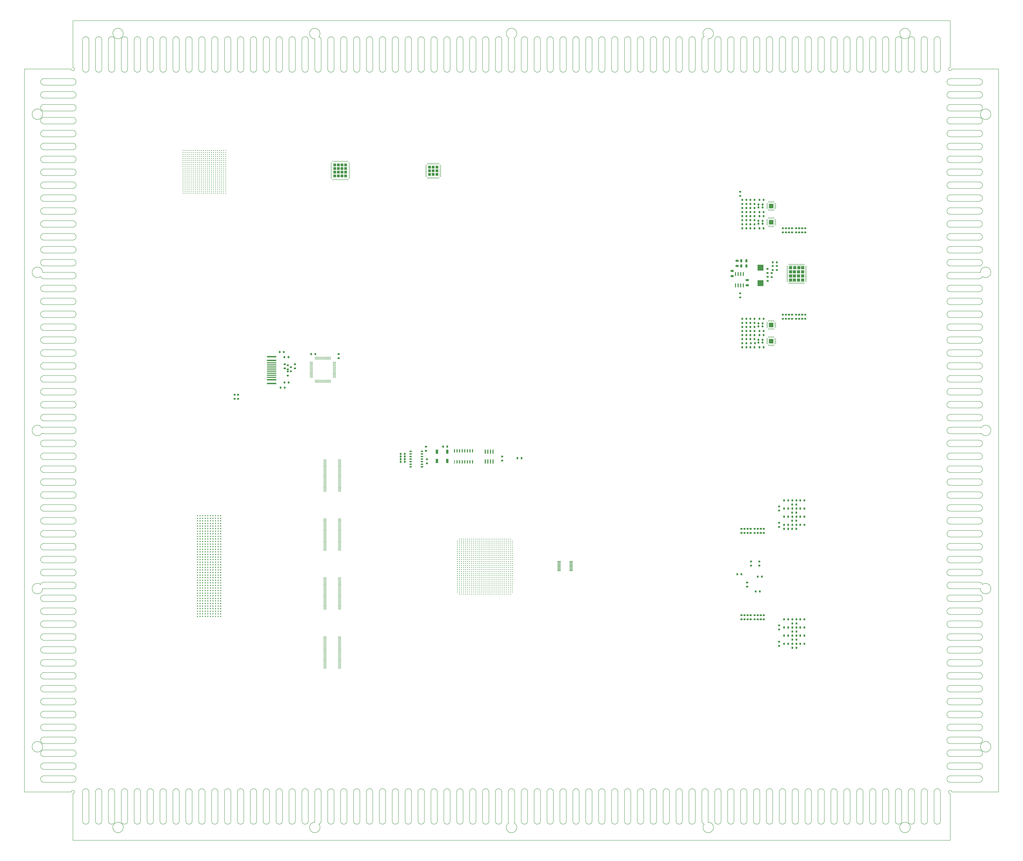
<source format=gtl>
G04 CAM350 V9.0.1 (Build 158) Date:  Wed Nov 30 18:15:43 2016 *
G04 Database: (Untitled) *
G04 Layer 1: pretrg_paste-1 *
%FSTAX43Y43*%
%MOMM*%
%SFA1.000B1.000*%

%MIA0B0*%
%IPPOS*%
%AMD92*
4,1,8,0.60960,-0.72390,0.60960,0.72390,0.30480,1.02870,-0.30480,1.02870,-0.60960,0.72390,-0.60960,-0.72390,-0.30480,-1.02870,0.30480,-1.02870,0.60960,-0.72390,0.00000*
%
%ADD10C,0.12700*%
%ADD12O,0.96600X0.25500*%
%ADD13O,0.25500X0.76300*%
%ADD70C,0.45000*%
%ADD71R,1.35000X1.35000*%
%ADD72R,0.20000X0.75000*%
%ADD73O,0.20000X0.75000*%
%ADD48R,1.62600X1.62600*%
%ADD49O,0.96600X0.25500*%
%ADD50O,0.25500X0.76300*%
%ADD51O,0.96600X0.45800*%
%ADD52O,0.45800X1.47400*%
%ADD53O,0.56000X1.98200*%
%ADD54O,0.25500X0.96600*%
%ADD55O,0.76300X0.25500*%
%ADD56O,0.20000X0.85000*%
%ADD57O,0.85000X0.20000*%
%ADD58R,0.85000X0.20000*%
%ADD59R,2.29000X2.29000*%
%ADD60R,0.20000X0.95000*%
%ADD61O,0.20000X0.95000*%
%ADD62O,0.95000X0.20000*%
%ADD63O,0.45800X0.96600*%
%ADD64O,1.47400X0.45800*%
%ADD65R,2.99799X2.99799*%
%ADD66O,0.96600X0.25500*%
%ADD67O,0.25500X0.76300*%
%ADD68O,0.25500X0.96600*%
%ADD69O,0.76300X0.25500*%
%ADD74O,0.75000X0.20000*%
%ADD75R,1.35000X1.35000*%
%ADD76R,0.95000X0.20000*%
%ADD77O,0.95000X0.20000*%
%ADD78O,0.20000X0.95000*%
%ADD79O,0.25500X0.96600*%
%ADD80O,0.76300X0.25500*%
%ADD81R,1.72800X0.33100*%
%ADD82O,1.72800X0.33100*%
%ADD83R,1.60000X0.25000*%
%ADD84R,4.54999X0.76000*%
%ADD85R,4.54999X0.56000*%
%ADD86O,1.55000X0.20000*%
%ADD87O,0.20000X1.55000*%
%ADD88R,0.20000X1.55000*%
%ADD89O,0.55000X2.15000*%
%ADD90C,0.45000*%
%ADD91R,1.22000X2.05800*%
%ADD92D92*%
%ADD93R,0.45800X1.72800*%
%ADD94O,0.45800X1.72800*%
%ADD95C,0.55000*%
%ADD96O,1.22000X0.71200*%
%ADD97R,1.22000X0.71200*%
%LNpretrg_paste-1*%
%LPD*%
G54D48*
X040244Y030706D03*
X0404472D03*
X0406504D03*
X0408409D03*
X040244Y0305028D03*
X0404345D03*
X0406377D03*
X0408409D03*
Y0302996D03*
X0406377D03*
X0404345D03*
X040244D03*
X0408409Y0300964D03*
X0406377D03*
X0404345D03*
X040244D03*
G54D49*
X0377678Y0292444D03*
Y0294476D03*
Y0292698D03*
Y029219D03*
Y0294222D03*
Y029473D03*
Y0342444D03*
Y0344476D03*
Y0342698D03*
Y034219D03*
Y0344222D03*
Y034473D03*
X0393678Y0307976D03*
Y0305944D03*
Y0307722D03*
Y030823D03*
Y0306198D03*
Y030569D03*
X0391078Y0304444D03*
Y0306476D03*
Y0304698D03*
Y030419D03*
Y0306222D03*
Y030673D03*
X0393178Y0302444D03*
Y0304476D03*
Y0302698D03*
Y030219D03*
Y0304222D03*
Y030473D03*
X0391178Y0300544D03*
Y0302576D03*
Y0300798D03*
Y030029D03*
Y0302322D03*
Y030283D03*
X0395678Y0307976D03*
Y0305944D03*
Y0307722D03*
Y030823D03*
Y0306198D03*
Y030569D03*
X0398678Y0326444D03*
Y0324412D03*
Y032619D03*
Y0326698D03*
Y0324666D03*
Y0324158D03*
X0400178Y0326444D03*
Y0324412D03*
Y032619D03*
Y0326698D03*
Y0324666D03*
Y0324158D03*
X0401678Y0326444D03*
Y0324412D03*
Y032619D03*
Y0326698D03*
Y0324666D03*
Y0324158D03*
X0403178Y0326444D03*
Y0324412D03*
Y032619D03*
Y0326698D03*
Y0324666D03*
Y0324158D03*
X0405178Y0326444D03*
Y0324412D03*
Y032619D03*
Y0326698D03*
Y0324666D03*
Y0324158D03*
X0406678Y0326444D03*
Y0324412D03*
Y032619D03*
Y0326698D03*
Y0324666D03*
Y0324158D03*
X0408178Y0326444D03*
Y0324412D03*
Y032619D03*
Y0326698D03*
Y0324666D03*
Y0324158D03*
X0409678Y0326444D03*
Y0324412D03*
Y032619D03*
Y0326698D03*
Y0324666D03*
Y0324158D03*
X0398678Y0281944D03*
Y0283976D03*
Y0282198D03*
Y028169D03*
Y0283722D03*
Y028423D03*
X0400178Y0281944D03*
Y0283976D03*
Y0282198D03*
Y028169D03*
Y0283722D03*
Y028423D03*
X0401678Y0281944D03*
Y0283976D03*
Y0282198D03*
Y028169D03*
Y0283722D03*
Y028423D03*
X0403178Y0281944D03*
Y0283976D03*
Y0282198D03*
Y028169D03*
Y0283722D03*
Y028423D03*
X0405178Y0281944D03*
Y0283976D03*
Y0282198D03*
Y028169D03*
Y0283722D03*
Y028423D03*
X0406678Y0281944D03*
Y0283976D03*
Y0282198D03*
Y028169D03*
Y0283722D03*
Y028423D03*
X0408178Y0281944D03*
Y0283976D03*
Y0282198D03*
Y028169D03*
Y0283722D03*
Y028423D03*
X0409678Y0281944D03*
Y0283976D03*
Y0282198D03*
Y028169D03*
Y0283722D03*
Y028423D03*
G54D50*
X0378034Y0292444D03*
X0377322D03*
Y0294476D03*
X0378034D03*
Y0342444D03*
X0377322D03*
Y0344476D03*
X0378034D03*
X0393322Y0307976D03*
X0394034D03*
Y0305944D03*
X0393322D03*
X0391434Y0304444D03*
X0390722D03*
Y0306476D03*
X0391434D03*
X0393534Y0302444D03*
X0392822D03*
Y0304476D03*
X0393534D03*
X0391534Y0300544D03*
X0390822D03*
Y0302576D03*
X0391534D03*
X0395322Y0307976D03*
X0396034D03*
Y0305944D03*
X0395322D03*
X0398322Y0326444D03*
X0399034D03*
Y0324412D03*
X0398322D03*
X0399822Y0326444D03*
X0400534D03*
Y0324412D03*
X0399822D03*
X0401322Y0326444D03*
X0402034D03*
Y0324412D03*
X0401322D03*
X0402822Y0326444D03*
X0403534D03*
Y0324412D03*
X0402822D03*
X0404822Y0326444D03*
X0405534D03*
Y0324412D03*
X0404822D03*
X0406322Y0326444D03*
X0407034D03*
Y0324412D03*
X0406322D03*
X0407822Y0326444D03*
X0408534D03*
Y0324412D03*
X0407822D03*
X0409322Y0326444D03*
X0410034D03*
Y0324412D03*
X0409322D03*
X0399034Y0281944D03*
X0398322D03*
Y0283976D03*
X0399034D03*
X0400534Y0281944D03*
X0399822D03*
Y0283976D03*
X0400534D03*
X0402034Y0281944D03*
X0401322D03*
Y0283976D03*
X0402034D03*
X0403534Y0281944D03*
X0402822D03*
Y0283976D03*
X0403534D03*
X0405534Y0281944D03*
X0404822D03*
Y0283976D03*
X0405534D03*
X0407034Y0281944D03*
X0406322D03*
Y0283976D03*
X0407034D03*
X0408534Y0281944D03*
X0407822D03*
Y0283976D03*
X0408534D03*
X0410034Y0281944D03*
X0409322D03*
Y0283976D03*
X0410034D03*
G54D51*
X0378138Y0308452D03*
Y0307436D03*
X0380678D03*
Y0308452D03*
Y0310952D03*
Y0309936D03*
X0378138D03*
Y0310952D03*
G54D52*
X0377884Y0307944D03*
X0378392D03*
X0378138D03*
X0380678D03*
X0380424D03*
X0380932D03*
Y0310444D03*
X0380424D03*
X0380678D03*
X0378138D03*
X0378392D03*
X0377884D03*
G54D53*
X0379178Y0303944D03*
X0377908D03*
X0376638D03*
X0375368D03*
Y0298356D03*
X0376638D03*
X0377908D03*
X0379178D03*
G54D54*
X0395678Y0309744D03*
X0393646D03*
X0395424D03*
X0395932D03*
X03939D03*
X0393392D03*
X038921Y0326444D03*
X0387178D03*
X0388956D03*
X0389464D03*
X0387432D03*
X0386924D03*
X0386646Y0328744D03*
X0388678D03*
X03869D03*
X0386392D03*
X0388424D03*
X0388932D03*
X0388678Y0330144D03*
X0386646D03*
X0388424D03*
X0388932D03*
X03869D03*
X0386392D03*
X0387178Y0332444D03*
X038921D03*
X0387432D03*
X0386924D03*
X0388956D03*
X0389464D03*
X038921Y0334444D03*
X0387178D03*
X0388956D03*
X0389464D03*
X0387432D03*
X0386924D03*
X0386646Y0336744D03*
X0388678D03*
X03869D03*
X0386392D03*
X0388424D03*
X0388932D03*
X0388678Y0338144D03*
X0386646D03*
X0388424D03*
X0388932D03*
X03869D03*
X0386392D03*
X0387178Y0340444D03*
X038921D03*
X0387432D03*
X0386924D03*
X0388956D03*
X0389464D03*
X0384678Y0334444D03*
X0382646D03*
X0384424D03*
X0384932D03*
X03829D03*
X0382392D03*
X0378678D03*
X038071D03*
X0378932D03*
X0378424D03*
X0380456D03*
X0380964D03*
X0384678Y0336444D03*
X0382646D03*
X0384424D03*
X0384932D03*
X03829D03*
X0382392D03*
X0378678D03*
X038071D03*
X0378932D03*
X0378424D03*
X0380456D03*
X0380964D03*
X0384678Y0338444D03*
X0382646D03*
X0384424D03*
X0384932D03*
X03829D03*
X0382392D03*
X0378678D03*
X038071D03*
X0378932D03*
X0378424D03*
X0380456D03*
X0380964D03*
X0384678Y0340444D03*
X0382646D03*
X0384424D03*
X0384932D03*
X03829D03*
X0382392D03*
X0378678D03*
X038071D03*
X0378932D03*
X0378424D03*
X0380456D03*
X0380964D03*
X0384678Y0326444D03*
X0382646D03*
X0384424D03*
X0384932D03*
X03829D03*
X0382392D03*
X0378678D03*
X038071D03*
X0378932D03*
X0378424D03*
X0380456D03*
X0380964D03*
X0384678Y0328444D03*
X0382646D03*
X0384424D03*
X0384932D03*
X03829D03*
X0382392D03*
X0378678D03*
X038071D03*
X0378932D03*
X0378424D03*
X0380456D03*
X0380964D03*
X0384678Y0330444D03*
X0382646D03*
X0384424D03*
X0384932D03*
X03829D03*
X0382392D03*
X0378678D03*
X038071D03*
X0378932D03*
X0378424D03*
X0380456D03*
X0380964D03*
X0384678Y0332444D03*
X0382646D03*
X0384424D03*
X0384932D03*
X03829D03*
X0382392D03*
X0378678D03*
X038071D03*
X0378932D03*
X0378424D03*
X0380456D03*
X0380964D03*
X0378678Y0281944D03*
X038071D03*
X0378932D03*
X0378424D03*
X0380456D03*
X0380964D03*
X0378678Y0279944D03*
X038071D03*
X0378932D03*
X0378424D03*
X0380456D03*
X0380964D03*
X0378678Y0277944D03*
X038071D03*
X0378932D03*
X0378424D03*
X0380456D03*
X0380964D03*
X0378678Y0275944D03*
X038071D03*
X0378932D03*
X0378424D03*
X0380456D03*
X0380964D03*
X0378678Y0273944D03*
X038071D03*
X0378932D03*
X0378424D03*
X0380456D03*
X0380964D03*
X0378678Y0271944D03*
X038071D03*
X0378932D03*
X0378424D03*
X0380456D03*
X0380964D03*
X0378678Y0269944D03*
X038071D03*
X0378932D03*
X0378424D03*
X0380456D03*
X0380964D03*
X0378678Y0267944D03*
X038071D03*
X0378932D03*
X0378424D03*
X0380456D03*
X0380964D03*
X0384678Y0273944D03*
X0382646D03*
X0384424D03*
X0384932D03*
X03829D03*
X0382392D03*
X0384678Y0271944D03*
X0382646D03*
X0384424D03*
X0384932D03*
X03829D03*
X0382392D03*
X0384932Y0269944D03*
X03829D03*
X0384678D03*
X0385186D03*
X0383154D03*
X0382646D03*
X0384678Y0267944D03*
X0382646D03*
X0384424D03*
X0384932D03*
X03829D03*
X0382392D03*
X0384678Y0281944D03*
X0382646D03*
X0384424D03*
X0384932D03*
X03829D03*
X0382392D03*
X0384678Y0279944D03*
X0382646D03*
X0384424D03*
X0384932D03*
X03829D03*
X0382392D03*
X0384678Y0277944D03*
X0382646D03*
X0384424D03*
X0384932D03*
X03829D03*
X0382392D03*
X0384678Y0275944D03*
X0382646D03*
X0384424D03*
X0384932D03*
X03829D03*
X0382392D03*
X0387178Y0281944D03*
X038921D03*
X0387432D03*
X0386924D03*
X0388956D03*
X0389464D03*
X0388678Y0279644D03*
X0386646D03*
X0388424D03*
X0388932D03*
X03869D03*
X0386392D03*
X0386646Y0278244D03*
X0388678D03*
X03869D03*
X0386392D03*
X0388424D03*
X0388932D03*
X038921Y0275944D03*
X0387178D03*
X0388956D03*
X0389464D03*
X0387432D03*
X0386924D03*
X0387178Y0273944D03*
X038921D03*
X0387432D03*
X0386924D03*
X0388956D03*
X0389464D03*
X0386646Y0270244D03*
X0388678D03*
X03869D03*
X0386392D03*
X0388424D03*
X0388932D03*
X038921Y0267944D03*
X0387178D03*
X0388956D03*
X0389464D03*
X0387432D03*
X0386924D03*
X0388678Y0271644D03*
X0386646D03*
X0388424D03*
X0388932D03*
X03869D03*
X0386392D03*
G54D55*
X0395678Y03101D03*
Y0309388D03*
X0393646D03*
Y03101D03*
X038921Y03268D03*
Y0326088D03*
X0387178D03*
Y03268D03*
X0386646Y0328388D03*
Y03291D03*
X0388678D03*
Y0328388D03*
Y03305D03*
Y0329788D03*
X0386646D03*
Y03305D03*
X0387178Y0332088D03*
Y03328D03*
X038921D03*
Y0332088D03*
Y03348D03*
Y0334088D03*
X0387178D03*
Y03348D03*
X0386646Y0336388D03*
Y03371D03*
X0388678D03*
Y0336388D03*
Y03385D03*
Y0337788D03*
X0386646D03*
Y03385D03*
X0387178Y0340088D03*
Y03408D03*
X038921D03*
Y0340088D03*
X0384678Y03348D03*
Y0334088D03*
X0382646D03*
Y03348D03*
X0378678Y0334088D03*
Y03348D03*
X038071D03*
Y0334088D03*
X0384678Y03368D03*
Y0336088D03*
X0382646D03*
Y03368D03*
X0378678Y0336088D03*
Y03368D03*
X038071D03*
Y0336088D03*
X0384678Y03388D03*
Y0338088D03*
X0382646D03*
Y03388D03*
X0378678Y0338088D03*
Y03388D03*
X038071D03*
Y0338088D03*
X0384678Y03408D03*
Y0340088D03*
X0382646D03*
Y03408D03*
X0378678Y0340088D03*
Y03408D03*
X038071D03*
Y0340088D03*
X0384678Y03268D03*
Y0326088D03*
X0382646D03*
Y03268D03*
X0378678Y0326088D03*
Y03268D03*
X038071D03*
Y0326088D03*
X0384678Y03288D03*
Y0328088D03*
X0382646D03*
Y03288D03*
X0378678Y0328088D03*
Y03288D03*
X038071D03*
Y0328088D03*
X0384678Y03308D03*
Y0330088D03*
X0382646D03*
Y03308D03*
X0378678Y0330088D03*
Y03308D03*
X038071D03*
Y0330088D03*
X0384678Y03328D03*
Y0332088D03*
X0382646D03*
Y03328D03*
X0378678Y0332088D03*
Y03328D03*
X038071D03*
Y0332088D03*
X0378678Y0281588D03*
Y02823D03*
X038071D03*
Y0281588D03*
X0378678Y0279588D03*
Y02803D03*
X038071D03*
Y0279588D03*
X0378678Y0277588D03*
Y02783D03*
X038071D03*
Y0277588D03*
X0378678Y0275588D03*
Y02763D03*
X038071D03*
Y0275588D03*
X0378678Y0273588D03*
Y02743D03*
X038071D03*
Y0273588D03*
X0378678Y0271588D03*
Y02723D03*
X038071D03*
Y0271588D03*
X0378678Y0269588D03*
Y02703D03*
X038071D03*
Y0269588D03*
X0378678Y0267588D03*
Y02683D03*
X038071D03*
Y0267588D03*
X0384678Y02743D03*
Y0273588D03*
X0382646D03*
Y02743D03*
X0384678Y02723D03*
Y0271588D03*
X0382646D03*
Y02723D03*
X0384932Y02703D03*
Y0269588D03*
X03829D03*
Y02703D03*
X0384678Y02683D03*
Y0267588D03*
X0382646D03*
Y02683D03*
X0384678Y02823D03*
Y0281588D03*
X0382646D03*
Y02823D03*
X0384678Y02803D03*
Y0279588D03*
X0382646D03*
Y02803D03*
X0384678Y02783D03*
Y0277588D03*
X0382646D03*
Y02783D03*
X0384678Y02763D03*
Y0275588D03*
X0382646D03*
Y02763D03*
X0387178Y0281588D03*
Y02823D03*
X038921D03*
Y0281588D03*
X0388678Y028D03*
Y0279288D03*
X0386646D03*
Y028D03*
Y0277888D03*
Y02786D03*
X0388678D03*
Y0277888D03*
X038921Y02763D03*
Y0275588D03*
X0387178D03*
Y02763D03*
Y0273588D03*
Y02743D03*
X038921D03*
Y0273588D03*
X0386646Y0269888D03*
Y02706D03*
X0388678D03*
Y0269888D03*
X038921Y02683D03*
Y0267588D03*
X0387178D03*
Y02683D03*
X0388678Y0272D03*
Y0271288D03*
X0386646D03*
Y0272D03*
G54D56*
X0391678Y0339444D03*
X0392178D03*
X0392678D03*
X0393178D03*
X0393678D03*
X0394178D03*
Y0335444D03*
X0393678D03*
X0393178D03*
X0392678D03*
X0392178D03*
X0391678D03*
Y0327444D03*
X0392178D03*
X0392678D03*
X0393178D03*
X0393678D03*
X0394178D03*
Y0331444D03*
X0393678D03*
X0393178D03*
X0392678D03*
X0392178D03*
X0391678D03*
Y0280944D03*
X0392178D03*
X0392678D03*
X0393178D03*
X0393678D03*
X0394178D03*
Y0276944D03*
X0393678D03*
X0393178D03*
X0392678D03*
X0392178D03*
X0391678D03*
Y0268944D03*
X0392178D03*
X0392678D03*
X0393178D03*
X0393678D03*
X0394178D03*
Y0272944D03*
X0393678D03*
X0393178D03*
X0392678D03*
X0392178D03*
X0391678D03*
G54D57*
X0394928Y0338694D03*
Y0338194D03*
Y0337694D03*
Y0337194D03*
Y0336694D03*
Y0336194D03*
X0390928D03*
Y0336694D03*
Y0337194D03*
Y0337694D03*
Y0338194D03*
Y0330194D03*
Y0329694D03*
Y0329194D03*
Y0328694D03*
Y0328194D03*
X0394928D03*
Y0328694D03*
Y0329194D03*
Y0329694D03*
Y0330194D03*
Y0330694D03*
Y0280194D03*
Y0279694D03*
Y0279194D03*
Y0278694D03*
Y0278194D03*
Y0277694D03*
X0390928D03*
Y0278194D03*
Y0278694D03*
Y0279194D03*
Y0279694D03*
Y0271694D03*
Y0271194D03*
Y0270694D03*
Y0270194D03*
Y0269694D03*
X0394928D03*
Y0270194D03*
Y0270694D03*
Y0271194D03*
Y0271694D03*
Y0272194D03*
G54D58*
X0390928Y0338694D03*
Y0330694D03*
Y0280194D03*
Y0272194D03*
G54D59*
X0392928Y0337444D03*
Y0329444D03*
Y0278944D03*
Y0270944D03*
G54D60*
X0401678Y0299444D03*
G54D61*
X0402178D03*
X0402678D03*
X0403178D03*
X0403678D03*
X0404178D03*
X0404678D03*
X0405178D03*
X0405678D03*
X0406178D03*
X0406678D03*
X0407178D03*
X0407678D03*
X0408178D03*
X0408678D03*
X0409178D03*
Y0308544D03*
X0408678D03*
X0408178D03*
X0407678D03*
X0407178D03*
X0406678D03*
X0406178D03*
X0405678D03*
X0405178D03*
X0404678D03*
X0404178D03*
X0403678D03*
X0403178D03*
X0402678D03*
X0402178D03*
X0401678D03*
G54D62*
X0409978Y0300244D03*
Y0300744D03*
Y0301244D03*
Y0301744D03*
Y0302244D03*
Y0302744D03*
Y0303244D03*
Y0303744D03*
Y0304244D03*
Y0304744D03*
Y0305244D03*
Y0305744D03*
Y0306244D03*
Y0306744D03*
Y0307244D03*
Y0307744D03*
X0400878D03*
Y0307244D03*
Y0306744D03*
Y0306244D03*
Y0305744D03*
Y0305244D03*
Y0304744D03*
Y0304244D03*
Y0303744D03*
Y0303244D03*
Y0302744D03*
Y0302244D03*
Y0301744D03*
Y0301244D03*
Y0300744D03*
Y0300244D03*
G54D63*
X0376686Y0307944D03*
X037567D03*
Y0310484D03*
X0376686D03*
X0374186Y0302944D03*
X037317D03*
Y0305484D03*
X0374186D03*
X0381686Y0298444D03*
X038067D03*
Y0300984D03*
X0381686D03*
G54D64*
X0376178Y030769D03*
Y0308198D03*
Y0307944D03*
Y0310484D03*
Y031023D03*
Y0310738D03*
X0373678Y030269D03*
Y0303198D03*
Y0302944D03*
Y0305484D03*
Y030523D03*
Y0305738D03*
X0381178Y029819D03*
Y0298698D03*
Y0298444D03*
Y0300984D03*
Y030073D03*
Y0301238D03*
G54D65*
X0387678Y0299444D03*
Y0307064D03*
G54D66*
X0396786Y0128862D03*
Y012937D03*
Y0131402D03*
Y0130894D03*
Y0129116D03*
Y0131148D03*
Y0120862D03*
Y012137D03*
Y0123402D03*
Y0122894D03*
Y0121116D03*
Y0123148D03*
X0384786Y0176584D03*
Y0178616D03*
Y0176838D03*
Y017633D03*
Y0178362D03*
Y017887D03*
X0386286Y0178616D03*
Y0176584D03*
Y0178362D03*
Y017887D03*
Y0176838D03*
Y017633D03*
X0387786Y0176584D03*
Y0178616D03*
Y0176838D03*
Y017633D03*
Y0178362D03*
Y017887D03*
X0389286Y0178616D03*
Y0176584D03*
Y0178362D03*
Y017887D03*
Y0176838D03*
Y017633D03*
X0382786Y0178616D03*
Y0176584D03*
Y0178362D03*
Y017887D03*
Y0176838D03*
Y017633D03*
X0381286Y0176584D03*
Y0178616D03*
Y0176838D03*
Y017633D03*
Y0178362D03*
Y017887D03*
X0379786Y0178616D03*
Y0176584D03*
Y0178362D03*
Y017887D03*
Y0176838D03*
Y017633D03*
X0378286Y0176584D03*
Y0178616D03*
Y0176838D03*
Y017633D03*
Y0178362D03*
Y017887D03*
X0387786Y0134084D03*
Y0136116D03*
Y0134338D03*
Y013383D03*
Y0135862D03*
Y013637D03*
X0381286Y0134084D03*
Y0136116D03*
Y0134338D03*
Y013383D03*
Y0135862D03*
Y013637D03*
X0382786Y0136116D03*
Y0134084D03*
Y0135862D03*
Y013637D03*
Y0134338D03*
Y013383D03*
X0384786Y0134084D03*
Y0136116D03*
Y0134338D03*
Y013383D03*
Y0135862D03*
Y013637D03*
X0386286Y0136116D03*
Y0134084D03*
Y0135862D03*
Y013637D03*
Y0134338D03*
Y013383D03*
X0389286Y0136116D03*
Y0134084D03*
Y0135862D03*
Y013637D03*
Y0134338D03*
Y013383D03*
X0378286Y013637D03*
Y0135862D03*
Y013383D03*
Y0134338D03*
Y0136116D03*
Y0134084D03*
X0379786Y013383D03*
Y0134338D03*
Y013637D03*
Y0135862D03*
Y0134084D03*
Y0136116D03*
X0382984Y0162788D03*
Y016228D03*
Y0160248D03*
Y0160756D03*
Y0162534D03*
Y0160502D03*
X0387048Y0162788D03*
Y016228D03*
Y0160248D03*
Y0160756D03*
Y0162534D03*
Y0160502D03*
X0381079Y0149961D03*
Y0150469D03*
Y0152501D03*
Y0151993D03*
Y0150215D03*
Y0152247D03*
X0396786Y0181648D03*
Y0179616D03*
Y0181394D03*
Y0181902D03*
Y017987D03*
Y0179362D03*
Y0189648D03*
Y0187616D03*
Y0189394D03*
Y0189902D03*
Y018787D03*
Y0187362D03*
G54D67*
X0396431Y0129116D03*
X0397142D03*
Y0131148D03*
X0396431D03*
Y0121116D03*
X0397142D03*
Y0123148D03*
X0396431D03*
X0385142Y0176584D03*
X0384431D03*
Y0178616D03*
X0385142D03*
X0385931D03*
X0386642D03*
Y0176584D03*
X0385931D03*
X0388142D03*
X0387431D03*
Y0178616D03*
X0388142D03*
X0388931D03*
X0389642D03*
Y0176584D03*
X0388931D03*
X0382431Y0178616D03*
X0383142D03*
Y0176584D03*
X0382431D03*
X0381642D03*
X0380931D03*
Y0178616D03*
X0381642D03*
X0379431D03*
X0380142D03*
Y0176584D03*
X0379431D03*
X0378642D03*
X0377931D03*
Y0178616D03*
X0378642D03*
X0388142Y0134084D03*
X0387431D03*
Y0136116D03*
X0388142D03*
X0381642Y0134084D03*
X0380931D03*
Y0136116D03*
X0381642D03*
X0382431D03*
X0383142D03*
Y0134084D03*
X0382431D03*
X0385142D03*
X0384431D03*
Y0136116D03*
X0385142D03*
X0385931D03*
X0386642D03*
Y0134084D03*
X0385931D03*
X0388931Y0136116D03*
X0389642D03*
Y0134084D03*
X0388931D03*
X0378642Y0136116D03*
X0377931D03*
Y0134084D03*
X0378642D03*
X0379431D03*
X0380142D03*
Y0136116D03*
X0379431D03*
X038334Y0162534D03*
X0382629D03*
Y0160502D03*
X038334D03*
X0387404Y0162534D03*
X0386693D03*
Y0160502D03*
X0387404D03*
X0380724Y0150215D03*
X0381435D03*
Y0152247D03*
X0380724D03*
X0396431Y0181648D03*
X0397142D03*
Y0179616D03*
X0396431D03*
Y0189648D03*
X0397142D03*
Y0187616D03*
X0396431D03*
G54D68*
X0399286Y0178616D03*
X0401318D03*
X039954D03*
X0399032D03*
X0401064D03*
X0401572D03*
X0409286Y0180616D03*
X0407254D03*
X0409032D03*
X040954D03*
X0407508D03*
X0407D03*
X0409286Y0184616D03*
X0407254D03*
X0409032D03*
X040954D03*
X0407508D03*
X0407D03*
X0409286Y0188616D03*
X0407254D03*
X0409032D03*
X040954D03*
X0407508D03*
X0407D03*
X0409286Y0192616D03*
X0407254D03*
X0409032D03*
X040954D03*
X0407508D03*
X0407D03*
X0399286Y0180616D03*
X0401318D03*
X039954D03*
X0399032D03*
X0401064D03*
X0401572D03*
X0399286Y0184616D03*
X0401318D03*
X039954D03*
X0399032D03*
X0401064D03*
X0401572D03*
X0399286Y0188616D03*
X0401318D03*
X039954D03*
X0399032D03*
X0401064D03*
X0401572D03*
X0399286Y0192616D03*
X0401318D03*
X039954D03*
X0399032D03*
X0401064D03*
X0401572D03*
X0403286D03*
X0405318D03*
X040354D03*
X0403032D03*
X0405064D03*
X0405572D03*
X0403286Y0188616D03*
X0405318D03*
X040354D03*
X0403032D03*
X0405064D03*
X0405572D03*
X0403286Y0184616D03*
X0405318D03*
X040354D03*
X0403032D03*
X0405064D03*
X0405572D03*
X0403286Y0180616D03*
X0405318D03*
X040354D03*
X0403032D03*
X0405064D03*
X0405572D03*
X0405286Y0190616D03*
X0403254D03*
X0405032D03*
X040554D03*
X0403508D03*
X0403D03*
X0405286Y0186616D03*
X0403254D03*
X0405032D03*
X040554D03*
X0403508D03*
X0403D03*
X0405286Y0182616D03*
X0403254D03*
X0405032D03*
X040554D03*
X0403508D03*
X0403D03*
X0405286Y0178616D03*
X0403254D03*
X0405032D03*
X040554D03*
X0403508D03*
X0403D03*
X0376253Y0156311D03*
X0378285D03*
X0376507D03*
X0375999D03*
X0378031D03*
X0378539D03*
X0388572Y0155116D03*
X0388064D03*
X0386032D03*
X038654D03*
X0388318D03*
X0386286D03*
X0385Y0147816D03*
X0385508D03*
X038754D03*
X0387032D03*
X0385254D03*
X0387286D03*
X0409286Y0122116D03*
X0407254D03*
X0409032D03*
X040954D03*
X0407508D03*
X0407D03*
X0409286Y0126116D03*
X0407254D03*
X0409032D03*
X040954D03*
X0407508D03*
X0407D03*
X0409286Y0130116D03*
X0407254D03*
X0409032D03*
X040954D03*
X0407508D03*
X0407D03*
X0409286Y0134116D03*
X0407254D03*
X0409032D03*
X040954D03*
X0407508D03*
X0407D03*
X0403286Y0130116D03*
X0405318D03*
X040354D03*
X0403032D03*
X0405064D03*
X0405572D03*
X0403286Y0134116D03*
X0405318D03*
X040354D03*
X0403032D03*
X0405064D03*
X0405572D03*
X0405318Y0128116D03*
X0403286D03*
X0405064D03*
X0405572D03*
X040354D03*
X0403032D03*
X0405318Y0132116D03*
X0403286D03*
X0405064D03*
X0405572D03*
X040354D03*
X0403032D03*
X0399286Y0130116D03*
X0401318D03*
X039954D03*
X0399032D03*
X0401064D03*
X0401572D03*
X0399286Y0134116D03*
X0401318D03*
X039954D03*
X0399032D03*
X0401064D03*
X0401572D03*
X0403286Y0122116D03*
X0405318D03*
X040354D03*
X0403032D03*
X0405064D03*
X0405572D03*
X0403286Y0126116D03*
X0405318D03*
X040354D03*
X0403032D03*
X0405064D03*
X0405572D03*
X0405318Y0120116D03*
X0403286D03*
X0405064D03*
X0405572D03*
X040354D03*
X0403032D03*
Y0124116D03*
X040354D03*
X0405572D03*
X0405064D03*
X0403286D03*
X0405318D03*
X0399286Y0122116D03*
X0401318D03*
X039954D03*
X0399032D03*
X0401064D03*
X0401572D03*
X0399286Y0126116D03*
X0401318D03*
X039954D03*
X0399032D03*
X0401064D03*
X0401572D03*
G54D69*
X0399286Y017826D03*
Y0178972D03*
X0401318D03*
Y017826D03*
X0409286Y0180972D03*
Y018026D03*
X0407254D03*
Y0180972D03*
X0409286Y0184972D03*
Y018426D03*
X0407254D03*
Y0184972D03*
X0409286Y0188972D03*
Y018826D03*
X0407254D03*
Y0188972D03*
X0409286Y0192972D03*
Y019226D03*
X0407254D03*
Y0192972D03*
X0399286Y018026D03*
Y0180972D03*
X0401318D03*
Y018026D03*
X0399286Y018426D03*
Y0184972D03*
X0401318D03*
Y018426D03*
X0399286Y018826D03*
Y0188972D03*
X0401318D03*
Y018826D03*
X0399286Y019226D03*
Y0192972D03*
X0401318D03*
Y019226D03*
X0403286D03*
Y0192972D03*
X0405318D03*
Y019226D03*
X0403286Y018826D03*
Y0188972D03*
X0405318D03*
Y018826D03*
X0403286Y018426D03*
Y0184972D03*
X0405318D03*
Y018426D03*
X0403286Y018026D03*
Y0180972D03*
X0405318D03*
Y018026D03*
X0405286Y0190972D03*
Y019026D03*
X0403254D03*
Y0190972D03*
X0405286Y0186972D03*
Y018626D03*
X0403254D03*
Y0186972D03*
X0405286Y0182972D03*
Y018226D03*
X0403254D03*
Y0182972D03*
X0405286Y0178972D03*
Y017826D03*
X0403254D03*
Y0178972D03*
X0376253Y0155955D03*
Y0156667D03*
X0378285D03*
Y0155955D03*
X0388318Y015476D03*
Y0155472D03*
X0386286D03*
Y015476D03*
X0385254Y0148172D03*
Y014746D03*
X0387286D03*
Y0148172D03*
X0409286Y0122472D03*
Y012176D03*
X0407254D03*
Y0122472D03*
X0409286Y0126472D03*
Y012576D03*
X0407254D03*
Y0126472D03*
X0409286Y0130472D03*
Y012976D03*
X0407254D03*
Y0130472D03*
X0409286Y0134472D03*
Y013376D03*
X0407254D03*
Y0134472D03*
X0403286Y012976D03*
Y0130472D03*
X0405318D03*
Y012976D03*
X0403286Y013376D03*
Y0134472D03*
X0405318D03*
Y013376D03*
Y0128472D03*
Y012776D03*
X0403286D03*
Y0128472D03*
X0405318Y0132472D03*
Y013176D03*
X0403286D03*
Y0132472D03*
X0399286Y012976D03*
Y0130472D03*
X0401318D03*
Y012976D03*
X0399286Y013376D03*
Y0134472D03*
X0401318D03*
Y013376D03*
X0403286Y012176D03*
Y0122472D03*
X0405318D03*
Y012176D03*
X0403286Y012576D03*
Y0126472D03*
X0405318D03*
Y012576D03*
Y0120472D03*
Y011976D03*
X0403286D03*
Y0120472D03*
Y0124472D03*
Y012376D03*
X0405318D03*
Y0124472D03*
X0399286Y012176D03*
Y0122472D03*
X0401318D03*
Y012176D03*
X0399286Y012576D03*
Y0126472D03*
X0401318D03*
Y012576D03*
G54D70*
X0124424Y0343722D03*
X0123424D03*
X0122424D03*
X0121424D03*
X0120424D03*
X0119424D03*
X0118424D03*
X0117424D03*
X0116424D03*
X0115424D03*
X0114424D03*
X0113424D03*
X0112424D03*
X0111424D03*
X0110424D03*
X0109424D03*
X0108424D03*
X0107424D03*
X0106424D03*
X0105424D03*
X0104424D03*
X0103424D03*
X0124424Y0344722D03*
X0123424D03*
X0122424D03*
X0121424D03*
X0120424D03*
X0119424D03*
X0118424D03*
X0117424D03*
X0116424D03*
X0115424D03*
X0114424D03*
X0113424D03*
X0112424D03*
X0111424D03*
X0110424D03*
X0109424D03*
X0108424D03*
X0107424D03*
X0106424D03*
X0105424D03*
X0104424D03*
X0103424D03*
X0124424Y0345722D03*
X0123424D03*
X0122424D03*
X0121424D03*
X0120424D03*
X0119424D03*
X0118424D03*
X0117424D03*
X0116424D03*
X0115424D03*
X0114424D03*
X0113424D03*
X0112424D03*
X0111424D03*
X0110424D03*
X0109424D03*
X0108424D03*
X0107424D03*
X0106424D03*
X0105424D03*
X0104424D03*
X0103424D03*
X0124424Y0346722D03*
X0123424D03*
X0122424D03*
X0121424D03*
X0120424D03*
X0119424D03*
X0118424D03*
X0117424D03*
X0116424D03*
X0115424D03*
X0114424D03*
X0113424D03*
X0112424D03*
X0111424D03*
X0110424D03*
X0109424D03*
X0108424D03*
X0107424D03*
X0106424D03*
X0105424D03*
X0104424D03*
X0103424D03*
X0124424Y0347722D03*
X0123424D03*
X0122424D03*
X0121424D03*
X0120424D03*
X0119424D03*
X0118424D03*
X0117424D03*
X0116424D03*
X0115424D03*
X0114424D03*
X0113424D03*
X0112424D03*
X0111424D03*
X0110424D03*
X0109424D03*
X0108424D03*
X0107424D03*
X0106424D03*
X0105424D03*
X0104424D03*
X0103424D03*
X0124424Y0348722D03*
X0123424D03*
X0122424D03*
X0121424D03*
X0120424D03*
X0119424D03*
X0118424D03*
X0117424D03*
X0116424D03*
X0115424D03*
X0114424D03*
X0113424D03*
X0112424D03*
X0111424D03*
X0110424D03*
X0109424D03*
X0108424D03*
X0107424D03*
X0106424D03*
X0105424D03*
X0104424D03*
X0103424D03*
X0124424Y0349722D03*
X0123424D03*
X0122424D03*
X0121424D03*
X0120424D03*
X0119424D03*
X0118424D03*
X0117424D03*
X0116424D03*
X0115424D03*
X0114424D03*
X0113424D03*
X0112424D03*
X0111424D03*
X0110424D03*
X0109424D03*
X0108424D03*
X0107424D03*
X0106424D03*
X0105424D03*
X0104424D03*
X0103424D03*
X0124424Y0350722D03*
X0123424D03*
X0122424D03*
X0121424D03*
X0120424D03*
X0119424D03*
X0118424D03*
X0117424D03*
X0116424D03*
X0115424D03*
X0114424D03*
X0113424D03*
X0112424D03*
X0111424D03*
X0110424D03*
X0109424D03*
X0108424D03*
X0107424D03*
X0106424D03*
X0105424D03*
X0104424D03*
X0103424D03*
X0124424Y0351722D03*
X0123424D03*
X0122424D03*
X0121424D03*
X0120424D03*
X0119424D03*
X0118424D03*
X0117424D03*
X0116424D03*
X0115424D03*
X0114424D03*
X0113424D03*
X0112424D03*
X0111424D03*
X0110424D03*
X0109424D03*
X0108424D03*
X0107424D03*
X0106424D03*
X0105424D03*
X0104424D03*
X0103424D03*
X0124424Y0352722D03*
X0123424D03*
X0122424D03*
X0121424D03*
X0120424D03*
X0119424D03*
X0118424D03*
X0117424D03*
X0116424D03*
X0115424D03*
X0114424D03*
X0113424D03*
X0112424D03*
X0111424D03*
X0110424D03*
X0109424D03*
X0108424D03*
X0107424D03*
X0106424D03*
X0105424D03*
X0104424D03*
X0103424D03*
X0124424Y0353722D03*
X0123424D03*
X0122424D03*
X0121424D03*
X0120424D03*
X0119424D03*
X0118424D03*
X0117424D03*
X0116424D03*
X0115424D03*
X0114424D03*
X0113424D03*
X0112424D03*
X0111424D03*
X0110424D03*
X0109424D03*
X0108424D03*
X0107424D03*
X0106424D03*
X0105424D03*
X0104424D03*
X0103424D03*
X0124424Y0354722D03*
X0123424D03*
X0122424D03*
X0121424D03*
X0120424D03*
X0119424D03*
X0118424D03*
X0117424D03*
X0116424D03*
X0115424D03*
X0114424D03*
X0113424D03*
X0112424D03*
X0111424D03*
X0110424D03*
X0109424D03*
X0108424D03*
X0107424D03*
X0106424D03*
X0105424D03*
X0104424D03*
X0103424D03*
X0124424Y0355722D03*
X0123424D03*
X0122424D03*
X0121424D03*
X0120424D03*
X0119424D03*
X0118424D03*
X0117424D03*
X0116424D03*
X0115424D03*
X0114424D03*
X0113424D03*
X0112424D03*
X0111424D03*
X0110424D03*
X0109424D03*
X0108424D03*
X0107424D03*
X0106424D03*
X0105424D03*
X0104424D03*
X0103424D03*
X0124424Y0356722D03*
X0123424D03*
X0122424D03*
X0121424D03*
X0120424D03*
X0119424D03*
X0118424D03*
X0117424D03*
X0116424D03*
X0115424D03*
X0114424D03*
X0113424D03*
X0112424D03*
X0111424D03*
X0110424D03*
X0109424D03*
X0108424D03*
X0107424D03*
X0106424D03*
X0105424D03*
X0104424D03*
X0103424D03*
X0124424Y0357722D03*
X0123424D03*
X0122424D03*
X0121424D03*
X0120424D03*
X0119424D03*
X0118424D03*
X0117424D03*
X0116424D03*
X0115424D03*
X0114424D03*
X0113424D03*
X0112424D03*
X0111424D03*
X0110424D03*
X0109424D03*
X0108424D03*
X0107424D03*
X0106424D03*
X0105424D03*
X0104424D03*
X0103424D03*
X0124424Y0358722D03*
X0123424D03*
X0122424D03*
X0121424D03*
X0120424D03*
X0119424D03*
X0118424D03*
X0117424D03*
X0116424D03*
X0115424D03*
X0114424D03*
X0113424D03*
X0112424D03*
X0111424D03*
X0110424D03*
X0109424D03*
X0108424D03*
X0107424D03*
X0106424D03*
X0105424D03*
X0104424D03*
X0103424D03*
X0124424Y0359722D03*
X0123424D03*
X0122424D03*
X0121424D03*
X0120424D03*
X0119424D03*
X0118424D03*
X0117424D03*
X0116424D03*
X0115424D03*
X0114424D03*
X0113424D03*
X0112424D03*
X0111424D03*
X0110424D03*
X0109424D03*
X0108424D03*
X0107424D03*
X0106424D03*
X0105424D03*
X0104424D03*
X0103424D03*
X0124424Y0360722D03*
X0123424D03*
X0122424D03*
X0121424D03*
X0120424D03*
X0119424D03*
X0118424D03*
X0117424D03*
X0116424D03*
X0115424D03*
X0114424D03*
X0113424D03*
X0112424D03*
X0111424D03*
X0110424D03*
X0109424D03*
X0108424D03*
X0107424D03*
X0106424D03*
X0105424D03*
X0104424D03*
X0103424D03*
X0124424Y0361722D03*
X0123424D03*
X0122424D03*
X0121424D03*
X0120424D03*
X0119424D03*
X0118424D03*
X0117424D03*
X0116424D03*
X0115424D03*
X0114424D03*
X0113424D03*
X0112424D03*
X0111424D03*
X0110424D03*
X0109424D03*
X0108424D03*
X0107424D03*
X0106424D03*
X0105424D03*
X0104424D03*
X0103424D03*
X0124424Y0362722D03*
X0123424D03*
X0122424D03*
X0121424D03*
X0120424D03*
X0119424D03*
X0118424D03*
X0117424D03*
X0116424D03*
X0115424D03*
X0114424D03*
X0113424D03*
X0112424D03*
X0111424D03*
X0110424D03*
X0109424D03*
X0108424D03*
X0107424D03*
X0106424D03*
X0105424D03*
X0104424D03*
X0103424D03*
X0124424Y0363722D03*
X0123424D03*
X0122424D03*
X0121424D03*
X0120424D03*
X0119424D03*
X0118424D03*
X0117424D03*
X0116424D03*
X0115424D03*
X0114424D03*
X0113424D03*
X0112424D03*
X0111424D03*
X0110424D03*
X0109424D03*
X0108424D03*
X0107424D03*
X0106424D03*
X0105424D03*
X0104424D03*
X0103424D03*
X0124424Y0364722D03*
X0123424D03*
X0122424D03*
X0121424D03*
X0120424D03*
X0119424D03*
X0118424D03*
X0117424D03*
X0116424D03*
X0115424D03*
X0114424D03*
X0113424D03*
X0112424D03*
X0111424D03*
X0110424D03*
X0109424D03*
X0108424D03*
X0107424D03*
X0106424D03*
X0105424D03*
X0104424D03*
X0103424D03*
G54D71*
X0178077Y0352266D03*
Y0354066D03*
X0179877Y0352266D03*
X0181677D03*
X0183477D03*
X0179877Y0354066D03*
X0181677D03*
X0183477D03*
X0178077Y0355866D03*
X0179877D03*
X0181677D03*
X0183477D03*
X0178077Y0357666D03*
X0179877D03*
X0181677D03*
X0183477D03*
G54D72*
X0177077Y0350466D03*
G54D73*
X0177577D03*
X0178077D03*
X0178577D03*
X0179077D03*
X0179577D03*
X0180077D03*
X0180577D03*
X0181077D03*
X0181577D03*
X0182077D03*
X0182577D03*
X0183077D03*
X0183577D03*
X0184077D03*
X0184577D03*
Y0359366D03*
X0184077D03*
X0183577D03*
X0183077D03*
X0182577D03*
X0182077D03*
X0181577D03*
X0181077D03*
X0180577D03*
X0180077D03*
X0179577D03*
X0179077D03*
X0178577D03*
X0178077D03*
X0177577D03*
X0177077D03*
G54D74*
X0185277Y0351166D03*
Y0351666D03*
Y0352166D03*
Y0352666D03*
Y0353166D03*
Y0353666D03*
Y0354166D03*
Y0354666D03*
Y0355166D03*
Y0355666D03*
Y0356166D03*
Y0356666D03*
Y0357166D03*
Y0357666D03*
Y0358166D03*
Y0358666D03*
X0176377D03*
Y0358166D03*
Y0357666D03*
Y0357166D03*
Y0356666D03*
Y0356166D03*
Y0355666D03*
Y0355166D03*
Y0354666D03*
Y0354166D03*
Y0353666D03*
Y0353166D03*
Y0352666D03*
Y0352166D03*
Y0351666D03*
Y0351166D03*
G54D75*
X0228364Y0352968D03*
X0226564D03*
X0224764D03*
Y0354768D03*
X0226564D03*
X0228364D03*
Y0356568D03*
X0226564D03*
X0224764D03*
G54D76*
X0223064Y0357468D03*
G54D77*
Y0356968D03*
Y0356468D03*
Y0355968D03*
Y0355468D03*
Y0354968D03*
Y0354468D03*
Y0353968D03*
Y0353468D03*
Y0352968D03*
Y0352468D03*
Y0351968D03*
X0230064D03*
Y0352468D03*
Y0352968D03*
Y0353468D03*
Y0353968D03*
Y0354468D03*
Y0354968D03*
Y0355468D03*
Y0355968D03*
Y0356468D03*
Y0356968D03*
Y0357468D03*
G54D78*
X0223814Y0351218D03*
X0224314D03*
X0224814D03*
X0225314D03*
X0225814D03*
X0226314D03*
X0226814D03*
X0227314D03*
X0227814D03*
X0228314D03*
X0228814D03*
X0229314D03*
Y0358218D03*
X0228814D03*
X0228314D03*
X0227814D03*
X0227314D03*
X0226814D03*
X0226314D03*
X0225814D03*
X0225314D03*
X0224814D03*
X0224314D03*
X0223814D03*
G54D79*
X0168796Y0264601D03*
X0168288D03*
X0166256D03*
X0166764D03*
X0168542D03*
X016651D03*
X0153264Y0265601D03*
X0152756D03*
X0150724D03*
X0151232D03*
X015301D03*
X0150978D03*
X0153764Y0248101D03*
X0153256D03*
X0151224D03*
X0151732D03*
X015351D03*
X0151478D03*
X0153024Y0263101D03*
X0153532D03*
X0155564D03*
X0155056D03*
X0153278D03*
X015531D03*
X0153173Y0250601D03*
X0153681D03*
X0155713D03*
X0155205D03*
X0153427D03*
X0155459D03*
X026801Y0213401D03*
X0270042D03*
X0268264D03*
X0267756D03*
X0269788D03*
X0270296D03*
X0231478Y0219101D03*
X023351D03*
X0231732D03*
X0231224D03*
X0233256D03*
X0233764D03*
X0212796Y0215501D03*
X0212288D03*
X0210256D03*
X0210764D03*
X0212542D03*
X021051D03*
X0212796Y0214201D03*
X0212288D03*
X0210256D03*
X0210764D03*
X0212542D03*
X021051D03*
X0212796Y0212901D03*
X0212288D03*
X0210256D03*
X0210764D03*
X0212542D03*
X021051D03*
X0212796Y0211601D03*
X0212288D03*
X0210256D03*
X0210764D03*
X0212542D03*
X021051D03*
G54D80*
X0168542Y0264245D03*
Y0264957D03*
X016651D03*
Y0264245D03*
X015301Y0265245D03*
Y0265957D03*
X0150978D03*
Y0265245D03*
X015351Y0247745D03*
Y0248457D03*
X0151478D03*
Y0247745D03*
X0153278Y0263457D03*
Y0262745D03*
X015531D03*
Y0263457D03*
X0153427Y0250957D03*
Y0250245D03*
X0155459D03*
Y0250957D03*
X026801Y0213045D03*
Y0213757D03*
X0270042D03*
Y0213045D03*
X0231478Y0218745D03*
Y0219457D03*
X023351D03*
Y0218745D03*
X0212542Y0215145D03*
Y0215857D03*
X021051D03*
Y0215145D03*
X0212542Y0213845D03*
Y0214557D03*
X021051D03*
Y0213845D03*
X0212542Y0212545D03*
Y0213257D03*
X021051D03*
Y0212545D03*
X0212542Y0211245D03*
Y0211957D03*
X021051D03*
Y0211245D03*
G54D12*
X026051Y0211915D03*
Y0212423D03*
Y0214455D03*
Y0213947D03*
Y0212169D03*
Y0214201D03*
X012881Y0244887D03*
Y0244379D03*
Y0242347D03*
Y0242855D03*
Y0244633D03*
Y0242601D03*
X0156509Y0258401D03*
Y0257893D03*
Y0255861D03*
Y0256369D03*
Y0258147D03*
Y0256115D03*
X015851Y0257315D03*
Y0257823D03*
Y0259855D03*
Y0259347D03*
Y0257569D03*
Y0259601D03*
X015351Y0259887D03*
Y0259379D03*
Y0257347D03*
Y0257855D03*
Y0259633D03*
Y0257601D03*
X015501Y0256287D03*
Y0255779D03*
Y0253747D03*
Y0254255D03*
Y0256033D03*
Y0254001D03*
Y0259387D03*
Y0258879D03*
Y0256847D03*
Y0257355D03*
Y0259133D03*
Y0257101D03*
X013051Y0242315D03*
Y0242823D03*
Y0244855D03*
Y0244347D03*
Y0242569D03*
Y0244601D03*
X018001Y0264887D03*
Y0264379D03*
Y0262347D03*
Y0262855D03*
Y0264633D03*
Y0262601D03*
X022301Y0219287D03*
Y0218779D03*
Y0216747D03*
Y0217255D03*
Y0219033D03*
Y0217001D03*
X022351Y0213087D03*
Y0212579D03*
Y0210547D03*
Y0211055D03*
Y0212833D03*
Y0210801D03*
G54D13*
X0260154Y0212169D03*
X0260866D03*
Y0214201D03*
X0260154D03*
X0129166Y0244633D03*
X0128454D03*
Y0242601D03*
X0129166D03*
X0156865Y0258147D03*
X0156153D03*
Y0256115D03*
X0156865D03*
X0158154Y0257569D03*
X0158866D03*
Y0259601D03*
X0158154D03*
X0153866Y0259633D03*
X0153154D03*
Y0257601D03*
X0153866D03*
X0155366Y0256033D03*
X0154654D03*
Y0254001D03*
X0155366D03*
Y0259133D03*
X0154654D03*
Y0257101D03*
X0155366D03*
X0130154Y0242569D03*
X0130866D03*
Y0244601D03*
X0130154D03*
X0180366Y0264633D03*
X0179654D03*
Y0262601D03*
X0180366D03*
X0223366Y0219033D03*
X0222654D03*
Y0217001D03*
X0223366D03*
X0223866Y0212833D03*
X0223154D03*
Y0210801D03*
X0223866D03*
G54D81*
X028851Y0162601D03*
G54D82*
X029445Y0160001D03*
X028851Y0158051D03*
Y0160001D03*
X029445Y0158051D03*
Y0159351D03*
Y0160651D03*
Y0161301D03*
Y0161951D03*
Y0162601D03*
X028851Y0158701D03*
Y0159351D03*
Y0161301D03*
Y0161951D03*
X029445Y0158701D03*
X028851Y0160651D03*
G54D83*
X017326Y0125601D03*
Y0125101D03*
Y0124601D03*
Y0124101D03*
Y0123601D03*
Y0123101D03*
Y0122601D03*
Y0122101D03*
Y0121601D03*
Y0121101D03*
Y0120601D03*
Y0120101D03*
Y0119601D03*
Y0119101D03*
Y0118601D03*
Y0118101D03*
Y0117601D03*
Y0117101D03*
Y0116601D03*
Y0116101D03*
Y0115601D03*
Y0115101D03*
Y0114601D03*
Y0114101D03*
Y0113601D03*
Y0113101D03*
Y0112601D03*
Y0112101D03*
Y0111601D03*
Y0111101D03*
Y0110601D03*
Y0110101D03*
X018051Y0125601D03*
Y0125101D03*
Y0124601D03*
Y0124101D03*
Y0123601D03*
Y0123101D03*
Y0122601D03*
Y0122101D03*
Y0121601D03*
Y0121101D03*
Y0120601D03*
Y0120101D03*
Y0119601D03*
Y0119101D03*
Y0118601D03*
Y0118101D03*
Y0117601D03*
Y0117101D03*
Y0116601D03*
Y0116101D03*
Y0115601D03*
Y0115101D03*
Y0114601D03*
Y0114101D03*
Y0113601D03*
Y0113101D03*
Y0112601D03*
Y0112101D03*
Y0111601D03*
Y0111101D03*
Y0110601D03*
Y0110101D03*
X017326Y0154601D03*
Y0154101D03*
Y0153601D03*
Y0153101D03*
Y0152601D03*
Y0152101D03*
Y0151601D03*
Y0151101D03*
Y0150601D03*
Y0150101D03*
Y0149601D03*
Y0149101D03*
Y0148601D03*
Y0148101D03*
Y0147601D03*
Y0147101D03*
Y0146601D03*
Y0146101D03*
Y0145601D03*
Y0145101D03*
Y0144601D03*
Y0144101D03*
Y0143601D03*
Y0143101D03*
Y0142601D03*
Y0142101D03*
Y0141601D03*
Y0141101D03*
Y0140601D03*
Y0140101D03*
Y0139601D03*
Y0139101D03*
X018051Y0154601D03*
Y0154101D03*
Y0153601D03*
Y0153101D03*
Y0152601D03*
Y0152101D03*
Y0151601D03*
Y0151101D03*
Y0150601D03*
Y0150101D03*
Y0149601D03*
Y0149101D03*
Y0148601D03*
Y0148101D03*
Y0147601D03*
Y0147101D03*
Y0146601D03*
Y0146101D03*
Y0145601D03*
Y0145101D03*
Y0144601D03*
Y0144101D03*
Y0143601D03*
Y0143101D03*
Y0142601D03*
Y0142101D03*
Y0141601D03*
Y0141101D03*
Y0140601D03*
Y0140101D03*
Y0139601D03*
Y0139101D03*
X017326Y0183601D03*
Y0183101D03*
Y0182601D03*
Y0182101D03*
Y0181601D03*
Y0181101D03*
Y0180601D03*
Y0180101D03*
Y0179601D03*
Y0179101D03*
Y0178601D03*
Y0178101D03*
Y0177601D03*
Y0177101D03*
Y0176601D03*
Y0176101D03*
Y0175601D03*
Y0175101D03*
Y0174601D03*
Y0174101D03*
Y0173601D03*
Y0173101D03*
Y0172601D03*
Y0172101D03*
Y0171601D03*
Y0171101D03*
Y0170601D03*
Y0170101D03*
Y0169601D03*
Y0169101D03*
Y0168601D03*
Y0168101D03*
X018051Y0183601D03*
Y0183101D03*
Y0182601D03*
Y0182101D03*
Y0181601D03*
Y0181101D03*
Y0180601D03*
Y0180101D03*
Y0179601D03*
Y0179101D03*
Y0178601D03*
Y0178101D03*
Y0177601D03*
Y0177101D03*
Y0176601D03*
Y0176101D03*
Y0175601D03*
Y0175101D03*
Y0174601D03*
Y0174101D03*
Y0173601D03*
Y0173101D03*
Y0172601D03*
Y0172101D03*
Y0171601D03*
Y0171101D03*
Y0170601D03*
Y0170101D03*
Y0169601D03*
Y0169101D03*
Y0168601D03*
Y0168101D03*
X017326Y0212601D03*
Y0212101D03*
Y0211601D03*
Y0211101D03*
Y0210601D03*
Y0210101D03*
Y0209601D03*
Y0209101D03*
Y0208601D03*
Y0208101D03*
Y0207601D03*
Y0207101D03*
Y0206601D03*
Y0206101D03*
Y0205601D03*
Y0205101D03*
Y0204601D03*
Y0204101D03*
Y0203601D03*
Y0203101D03*
Y0202601D03*
Y0202101D03*
Y0201601D03*
Y0201101D03*
Y0200601D03*
Y0200101D03*
Y0199601D03*
Y0199101D03*
Y0198601D03*
Y0198101D03*
Y0197601D03*
Y0197101D03*
X018051Y0212601D03*
Y0212101D03*
Y0211601D03*
Y0211101D03*
Y0210601D03*
Y0210101D03*
Y0209601D03*
Y0209101D03*
Y0208601D03*
Y0208101D03*
Y0207601D03*
Y0207101D03*
Y0206601D03*
Y0206101D03*
Y0205601D03*
Y0205101D03*
Y0204601D03*
Y0204101D03*
Y0203601D03*
Y0203101D03*
Y0202601D03*
Y0202101D03*
Y0201601D03*
Y0201101D03*
Y0200601D03*
Y0200101D03*
Y0199601D03*
Y0199101D03*
Y0198601D03*
Y0198101D03*
Y0197601D03*
Y0197101D03*
G54D84*
X014701Y0250101D03*
Y0251941D03*
Y0263321D03*
Y0261481D03*
G54D85*
Y0253141D03*
Y0254161D03*
Y0255181D03*
Y0256201D03*
Y0260281D03*
Y0258241D03*
Y0259261D03*
Y0257221D03*
G54D86*
X017796Y0260651D03*
Y0260151D03*
Y0259651D03*
Y0259151D03*
Y0258651D03*
Y0258151D03*
Y0257651D03*
Y0257151D03*
Y0256651D03*
Y0256151D03*
Y0255651D03*
Y0255151D03*
Y0254651D03*
Y0254151D03*
Y0253651D03*
Y0253151D03*
X016656D03*
Y0253651D03*
Y0254151D03*
Y0254651D03*
Y0255151D03*
Y0255651D03*
Y0256151D03*
Y0256651D03*
Y0257151D03*
Y0257651D03*
Y0258151D03*
Y0258651D03*
Y0259151D03*
Y0259651D03*
Y0260151D03*
Y0260651D03*
G54D87*
X017601Y0251201D03*
X017551D03*
X017501D03*
X017451D03*
X017401D03*
X017351D03*
X017301D03*
X017251D03*
X017201D03*
X017151D03*
X017101D03*
X017051D03*
X017001D03*
X016951D03*
X016901D03*
X016851D03*
Y0262601D03*
X016901D03*
X016951D03*
X017001D03*
X017051D03*
X017101D03*
X017151D03*
X017201D03*
X017251D03*
X017301D03*
X017351D03*
X017401D03*
X017451D03*
X017501D03*
X017551D03*
G54D88*
X017601D03*
G54D89*
X025601Y0216601D03*
X025474D03*
X025347D03*
X02522D03*
X025601Y0211801D03*
X025474D03*
X025347D03*
X02522D03*
G54D90*
X026451Y0146601D03*
X026351D03*
X026251D03*
X026151D03*
X026051D03*
X025951D03*
X025851D03*
X025751D03*
X025651D03*
X025551D03*
X025451D03*
X025351D03*
X025251D03*
X025151D03*
X025051D03*
X024951D03*
X024851D03*
X024751D03*
X024651D03*
X024551D03*
X024451D03*
X024351D03*
X024251D03*
X024151D03*
X024051D03*
X023951D03*
X026551Y0147601D03*
X026451D03*
X026351D03*
X026251D03*
X026151D03*
X026051D03*
X025951D03*
X025851D03*
X025751D03*
X025651D03*
X025551D03*
X025451D03*
X025351D03*
X025251D03*
X025151D03*
X025051D03*
X024951D03*
X024851D03*
X024751D03*
X024651D03*
X024551D03*
X024451D03*
X024351D03*
X024251D03*
X024151D03*
X024051D03*
X023951D03*
X023851D03*
X026551Y0148601D03*
X026451D03*
X026351D03*
X026251D03*
X026151D03*
X026051D03*
X025951D03*
X025851D03*
X025751D03*
X025651D03*
X025551D03*
X025451D03*
X025351D03*
X025251D03*
X025151D03*
X025051D03*
X024951D03*
X024851D03*
X024751D03*
X024651D03*
X024551D03*
X024451D03*
X024351D03*
X024251D03*
X024151D03*
X024051D03*
X023951D03*
X023851D03*
X026551Y0149601D03*
X026451D03*
X026351D03*
X026251D03*
X026151D03*
X026051D03*
X025951D03*
X025851D03*
X025751D03*
X025651D03*
X025551D03*
X025451D03*
X025351D03*
X025251D03*
X025151D03*
X025051D03*
X024951D03*
X024851D03*
X024751D03*
X024651D03*
X024551D03*
X024451D03*
X024351D03*
X024251D03*
X024151D03*
X024051D03*
X023951D03*
X023851D03*
X026551Y0150601D03*
X026451D03*
X026351D03*
X026251D03*
X026151D03*
X026051D03*
X025951D03*
X025851D03*
X025751D03*
X025651D03*
X025551D03*
X025451D03*
X025351D03*
X025251D03*
X025151D03*
X025051D03*
X024951D03*
X024851D03*
X024751D03*
X024651D03*
X024551D03*
X024451D03*
X024351D03*
X024251D03*
X024151D03*
X024051D03*
X023951D03*
X023851D03*
X026551Y0151601D03*
X026451D03*
X026351D03*
X026251D03*
X026151D03*
X026051D03*
X025951D03*
X025851D03*
X025751D03*
X025651D03*
X025551D03*
X025451D03*
X025351D03*
X025251D03*
X025151D03*
X025051D03*
X024951D03*
X024851D03*
X024751D03*
X024651D03*
X024551D03*
X024451D03*
X024351D03*
X024251D03*
X024151D03*
X024051D03*
X023951D03*
X023851D03*
X026551Y0152601D03*
X026451D03*
X026351D03*
X026251D03*
X026151D03*
X026051D03*
X025951D03*
X025851D03*
X025751D03*
X025651D03*
X025551D03*
X025451D03*
X025351D03*
X025251D03*
X025151D03*
X025051D03*
X024951D03*
X024851D03*
X024751D03*
X024651D03*
X024551D03*
X024451D03*
X024351D03*
X024251D03*
X024151D03*
X024051D03*
X023951D03*
X023851D03*
X026551Y0153601D03*
X026451D03*
X026351D03*
X026251D03*
X026151D03*
X026051D03*
X025951D03*
X025851D03*
X025751D03*
X025651D03*
X025551D03*
X025451D03*
X025351D03*
X025251D03*
X025151D03*
X025051D03*
X024951D03*
X024851D03*
X024751D03*
X024651D03*
X024551D03*
X024451D03*
X024351D03*
X024251D03*
X024151D03*
X024051D03*
X023951D03*
X023851D03*
X026551Y0154601D03*
X026451D03*
X026351D03*
X026251D03*
X026151D03*
X026051D03*
X025951D03*
X025851D03*
X025751D03*
X025651D03*
X025551D03*
X025451D03*
X025351D03*
X025251D03*
X025151D03*
X025051D03*
X024951D03*
X024851D03*
X024751D03*
X024651D03*
X024551D03*
X024451D03*
X024351D03*
X024251D03*
X024151D03*
X024051D03*
X023951D03*
X023851D03*
X026551Y0155601D03*
X026451D03*
X026351D03*
X026251D03*
X026151D03*
X026051D03*
X025951D03*
X025851D03*
X025751D03*
X025651D03*
X025551D03*
X025451D03*
X025351D03*
X025251D03*
X025151D03*
X025051D03*
X024951D03*
X024851D03*
X024751D03*
X024651D03*
X024551D03*
X024451D03*
X024351D03*
X024251D03*
X024151D03*
X024051D03*
X023951D03*
X023851D03*
X026551Y0156601D03*
X026451D03*
X026351D03*
X026251D03*
X026151D03*
X026051D03*
X025951D03*
X025851D03*
X025751D03*
X025651D03*
X025551D03*
X025451D03*
X025351D03*
X025251D03*
X025151D03*
X025051D03*
X024951D03*
X024851D03*
X024751D03*
X024651D03*
X024551D03*
X024451D03*
X024351D03*
X024251D03*
X024151D03*
X024051D03*
X023951D03*
X023851D03*
X026551Y0157601D03*
X026451D03*
X026351D03*
X026251D03*
X026151D03*
X026051D03*
X025951D03*
X025851D03*
X025751D03*
X025651D03*
X025551D03*
X025451D03*
X025351D03*
X025251D03*
X025151D03*
X025051D03*
X024951D03*
X024851D03*
X024751D03*
X024651D03*
X024551D03*
X024451D03*
X024351D03*
X024251D03*
X024151D03*
X024051D03*
X023951D03*
X023851D03*
X026551Y0158601D03*
X026451D03*
X026351D03*
X026251D03*
X026151D03*
X026051D03*
X025951D03*
X025851D03*
X025751D03*
X025651D03*
X025551D03*
X025451D03*
X025351D03*
X025251D03*
X025151D03*
X025051D03*
X024951D03*
X024851D03*
X024751D03*
X024651D03*
X024551D03*
X024451D03*
X024351D03*
X024251D03*
X024151D03*
X024051D03*
X023951D03*
X023851D03*
X026551Y0159601D03*
X026451D03*
X026351D03*
X026251D03*
X026151D03*
X026051D03*
X025951D03*
X025851D03*
X025751D03*
X025651D03*
X025551D03*
X025451D03*
X025351D03*
X025251D03*
X025151D03*
X025051D03*
X024951D03*
X024851D03*
X024751D03*
X024651D03*
X024551D03*
X024451D03*
X024351D03*
X024251D03*
X024151D03*
X024051D03*
X023951D03*
X023851D03*
X026551Y0160601D03*
X026451D03*
X026351D03*
X026251D03*
X026151D03*
X026051D03*
X025951D03*
X025851D03*
X025751D03*
X025651D03*
X025551D03*
X025451D03*
X025351D03*
X025251D03*
X025151D03*
X025051D03*
X024951D03*
X024851D03*
X024751D03*
X024651D03*
X024551D03*
X024451D03*
X024351D03*
X024251D03*
X024151D03*
X024051D03*
X023951D03*
X023851D03*
X026551Y0161601D03*
X026451D03*
X026351D03*
X026251D03*
X026151D03*
X026051D03*
X025951D03*
X025851D03*
X025751D03*
X025651D03*
X025551D03*
X025451D03*
X025351D03*
X025251D03*
X025151D03*
X025051D03*
X024951D03*
X024851D03*
X024751D03*
X024651D03*
X024551D03*
X024451D03*
X024351D03*
X024251D03*
X024151D03*
X024051D03*
X023951D03*
X023851D03*
X026551Y0162601D03*
X026451D03*
X026351D03*
X026251D03*
X026151D03*
X026051D03*
X025951D03*
X025851D03*
X025751D03*
X025651D03*
X025551D03*
X025451D03*
X025351D03*
X025251D03*
X025151D03*
X025051D03*
X024951D03*
X024851D03*
X024751D03*
X024651D03*
X024551D03*
X024451D03*
X024351D03*
X024251D03*
X024151D03*
X024051D03*
X023951D03*
X023851D03*
X026551Y0163601D03*
X026451D03*
X026351D03*
X026251D03*
X026151D03*
X026051D03*
X025951D03*
X025851D03*
X025751D03*
X025651D03*
X025551D03*
X025451D03*
X025351D03*
X025251D03*
X025151D03*
X025051D03*
X024951D03*
X024851D03*
X024751D03*
X024651D03*
X024551D03*
X024451D03*
X024351D03*
X024251D03*
X024151D03*
X024051D03*
X023951D03*
X023851D03*
X026551Y0164601D03*
X026451D03*
X026351D03*
X026251D03*
X026151D03*
X026051D03*
X025951D03*
X025851D03*
X025751D03*
X025651D03*
X025551D03*
X025451D03*
X025351D03*
X025251D03*
X025151D03*
X025051D03*
X024951D03*
X024851D03*
X024751D03*
X024651D03*
X024551D03*
X024451D03*
X024351D03*
X024251D03*
X024151D03*
X024051D03*
X023951D03*
X023851D03*
X026551Y0165601D03*
X026451D03*
X026351D03*
X026251D03*
X026151D03*
X026051D03*
X025951D03*
X025851D03*
X025751D03*
X025651D03*
X025551D03*
X025451D03*
X025351D03*
X025251D03*
X025151D03*
X025051D03*
X024951D03*
X024851D03*
X024751D03*
X024651D03*
X024551D03*
X024451D03*
X024351D03*
X024251D03*
X024151D03*
X024051D03*
X023951D03*
X023851D03*
X026551Y0166601D03*
X026451D03*
X026351D03*
X026251D03*
X026151D03*
X026051D03*
X025951D03*
X025851D03*
X025751D03*
X025651D03*
X025551D03*
X025451D03*
X025351D03*
X025251D03*
X025151D03*
X025051D03*
X024951D03*
X024851D03*
X024751D03*
X024651D03*
X024551D03*
X024451D03*
X024351D03*
X024251D03*
X024151D03*
X024051D03*
X023951D03*
X023851D03*
X026551Y0167601D03*
X026451D03*
X026351D03*
X026251D03*
X026151D03*
X026051D03*
X025951D03*
X025851D03*
X025751D03*
X025651D03*
X025551D03*
X025451D03*
X025351D03*
X025251D03*
X025151D03*
X025051D03*
X024951D03*
X024851D03*
X024751D03*
X024651D03*
X024551D03*
X024451D03*
X024351D03*
X024251D03*
X024151D03*
X024051D03*
X023951D03*
X023851D03*
X026551Y0168601D03*
X026451D03*
X026351D03*
X026251D03*
X026151D03*
X026051D03*
X025951D03*
X025851D03*
X025751D03*
X025651D03*
X025551D03*
X025451D03*
X025351D03*
X025251D03*
X025151D03*
X025051D03*
X024951D03*
X024851D03*
X024751D03*
X024651D03*
X024551D03*
X024451D03*
X024351D03*
X024251D03*
X024151D03*
X024051D03*
X023951D03*
X023851D03*
X026551Y0169601D03*
X026451D03*
X026351D03*
X026251D03*
X026151D03*
X026051D03*
X025951D03*
X025851D03*
X025751D03*
X025651D03*
X025551D03*
X025451D03*
X025351D03*
X025251D03*
X025151D03*
X025051D03*
X024951D03*
X024851D03*
X024751D03*
X024651D03*
X024551D03*
X024451D03*
X024351D03*
X024251D03*
X024151D03*
X024051D03*
X023951D03*
X023851D03*
X026551Y0170601D03*
X026451D03*
X026351D03*
X026251D03*
X026151D03*
X026051D03*
X025951D03*
X025851D03*
X025751D03*
X025651D03*
X025551D03*
X025451D03*
X025351D03*
X025251D03*
X025151D03*
X025051D03*
X024951D03*
X024851D03*
X024751D03*
X024651D03*
X024551D03*
X024451D03*
X024351D03*
X024251D03*
X024151D03*
X024051D03*
X023951D03*
X023851D03*
X026551Y0171601D03*
X026451D03*
X026351D03*
X026251D03*
X026151D03*
X026051D03*
X025951D03*
X025851D03*
X025751D03*
X025651D03*
X025551D03*
X025451D03*
X025351D03*
X025251D03*
X025151D03*
X025051D03*
X024951D03*
X024851D03*
X024751D03*
X024651D03*
X024551D03*
X024451D03*
X024351D03*
X024251D03*
X024151D03*
X024051D03*
X023951D03*
X023851D03*
X026551Y0172601D03*
X026451D03*
X026351D03*
X026251D03*
X026151D03*
X026051D03*
X025951D03*
X025851D03*
X025751D03*
X025651D03*
X025551D03*
X025451D03*
X025351D03*
X025251D03*
X025151D03*
X025051D03*
X024951D03*
X024851D03*
X024751D03*
X024651D03*
X024551D03*
X024451D03*
X024351D03*
X024251D03*
X024151D03*
X024051D03*
X023951D03*
X023851D03*
X026451Y0173601D03*
X026351D03*
X026251D03*
X026151D03*
X026051D03*
X025951D03*
X025851D03*
X025751D03*
X025651D03*
X025551D03*
X025451D03*
X025351D03*
X025251D03*
X025151D03*
X025051D03*
X024951D03*
X024851D03*
X024751D03*
X024651D03*
X024551D03*
X024451D03*
X024351D03*
X024251D03*
X024151D03*
X024051D03*
X023951D03*
G54D91*
X023351Y0212029D03*
X022843Y0216601D03*
Y0212029D03*
G54D92*
X023351Y0216601D03*
G54D93*
X023701Y0211601D03*
G54D94*
X023828D03*
X023955D03*
X024082D03*
X024209D03*
X024336D03*
X024463D03*
X02459D03*
X023828Y0216986D03*
X023955D03*
X024082D03*
X024209D03*
X024336D03*
X024463D03*
X02459D03*
X023701D03*
G54D95*
X012194Y0135571D03*
Y0136841D03*
Y0138111D03*
Y0139381D03*
Y0140651D03*
Y0141921D03*
Y0143191D03*
Y0144461D03*
Y0145731D03*
Y0147001D03*
Y0148271D03*
Y0149541D03*
Y0150811D03*
Y0152081D03*
Y0153351D03*
Y0154621D03*
Y0155891D03*
Y0157161D03*
Y0158431D03*
Y0159701D03*
Y0160971D03*
Y0162241D03*
Y0163511D03*
Y0164781D03*
Y0166051D03*
Y0167321D03*
Y0168591D03*
Y0169861D03*
Y0171131D03*
Y0172401D03*
Y0173671D03*
Y0174941D03*
Y0176211D03*
Y0177481D03*
Y0178751D03*
Y0180021D03*
Y0181291D03*
Y0182561D03*
Y0183831D03*
Y0185101D03*
X012067Y0135571D03*
Y0136841D03*
Y0138111D03*
Y0139381D03*
Y0140651D03*
Y0141921D03*
Y0143191D03*
Y0144461D03*
Y0145731D03*
Y0147001D03*
Y0148271D03*
Y0149541D03*
Y0150811D03*
Y0152081D03*
Y0153351D03*
Y0154621D03*
Y0155891D03*
Y0157161D03*
Y0158431D03*
Y0159701D03*
Y0160971D03*
Y0162241D03*
Y0163511D03*
Y0164781D03*
Y0166051D03*
Y0167321D03*
Y0168591D03*
Y0169861D03*
Y0171131D03*
Y0172401D03*
Y0173671D03*
Y0174941D03*
Y0176211D03*
Y0177481D03*
Y0178751D03*
Y0180021D03*
Y0181291D03*
Y0182561D03*
Y0183831D03*
Y0185101D03*
X01194Y0135571D03*
Y0136841D03*
Y0138111D03*
Y0139381D03*
Y0140651D03*
Y0141921D03*
Y0143191D03*
Y0144461D03*
Y0145731D03*
Y0147001D03*
Y0148271D03*
Y0149541D03*
Y0150811D03*
Y0152081D03*
Y0153351D03*
Y0154621D03*
Y0155891D03*
Y0157161D03*
Y0158431D03*
Y0159701D03*
Y0160971D03*
Y0162241D03*
Y0163511D03*
Y0164781D03*
Y0166051D03*
Y0167321D03*
Y0168591D03*
Y0169861D03*
Y0171131D03*
Y0172401D03*
Y0173671D03*
Y0174941D03*
Y0176211D03*
Y0177481D03*
Y0178751D03*
Y0180021D03*
Y0181291D03*
Y0182561D03*
Y0183831D03*
Y0185101D03*
X011813Y0135571D03*
Y0136841D03*
Y0138111D03*
Y0139381D03*
Y0140651D03*
Y0141921D03*
Y0143191D03*
Y0144461D03*
Y0145731D03*
Y0147001D03*
Y0148271D03*
Y0149541D03*
Y0150811D03*
Y0152081D03*
Y0153351D03*
Y0154621D03*
Y0155891D03*
Y0157161D03*
Y0158431D03*
Y0159701D03*
Y0160971D03*
Y0162241D03*
Y0163511D03*
Y0164781D03*
Y0166051D03*
Y0167321D03*
Y0168591D03*
Y0169861D03*
Y0171131D03*
Y0172401D03*
Y0173671D03*
Y0174941D03*
Y0176211D03*
Y0177481D03*
Y0178751D03*
Y0180021D03*
Y0181291D03*
Y0182561D03*
Y0183831D03*
Y0185101D03*
X011686Y0135571D03*
Y0136841D03*
Y0138111D03*
Y0139381D03*
Y0140651D03*
Y0141921D03*
Y0143191D03*
Y0144461D03*
Y0145731D03*
Y0147001D03*
Y0148271D03*
Y0149541D03*
Y0150811D03*
Y0152081D03*
Y0153351D03*
Y0154621D03*
Y0155891D03*
Y0157161D03*
Y0158431D03*
Y0159701D03*
Y0160971D03*
Y0162241D03*
Y0163511D03*
Y0164781D03*
Y0166051D03*
Y0167321D03*
Y0168591D03*
Y0169861D03*
Y0171131D03*
Y0172401D03*
Y0173671D03*
Y0174941D03*
Y0176211D03*
Y0177481D03*
Y0178751D03*
Y0180021D03*
Y0181291D03*
Y0182561D03*
Y0183831D03*
Y0185101D03*
X011559Y0135571D03*
Y0136841D03*
Y0138111D03*
Y0139381D03*
Y0140651D03*
Y0141921D03*
Y0143191D03*
Y0144461D03*
Y0145731D03*
Y0147001D03*
Y0148271D03*
Y0149541D03*
Y0150811D03*
Y0152081D03*
Y0153351D03*
Y0154621D03*
Y0155891D03*
Y0157161D03*
Y0158431D03*
Y0159701D03*
Y0160971D03*
Y0162241D03*
Y0163511D03*
Y0164781D03*
Y0166051D03*
Y0167321D03*
Y0168591D03*
Y0169861D03*
Y0171131D03*
Y0172401D03*
Y0173671D03*
Y0174941D03*
Y0176211D03*
Y0177481D03*
Y0178751D03*
Y0180021D03*
Y0181291D03*
Y0182561D03*
Y0183831D03*
Y0185101D03*
X011432Y0135571D03*
Y0136841D03*
Y0138111D03*
Y0139381D03*
Y0140651D03*
Y0141921D03*
Y0143191D03*
Y0144461D03*
Y0145731D03*
Y0147001D03*
Y0148271D03*
Y0149541D03*
Y0150811D03*
Y0152081D03*
Y0153351D03*
Y0154621D03*
Y0155891D03*
Y0157161D03*
Y0158431D03*
Y0159701D03*
Y0160971D03*
Y0162241D03*
Y0163511D03*
Y0164781D03*
Y0166051D03*
Y0167321D03*
Y0168591D03*
Y0169861D03*
Y0171131D03*
Y0172401D03*
Y0173671D03*
Y0174941D03*
Y0176211D03*
Y0177481D03*
Y0178751D03*
Y0180021D03*
Y0181291D03*
Y0182561D03*
Y0183831D03*
Y0185101D03*
X011305Y0135571D03*
Y0136841D03*
Y0138111D03*
Y0139381D03*
Y0140651D03*
Y0141921D03*
Y0143191D03*
Y0144461D03*
Y0145731D03*
Y0147001D03*
Y0148271D03*
Y0149541D03*
Y0150811D03*
Y0152081D03*
Y0153351D03*
Y0154621D03*
Y0155891D03*
Y0157161D03*
Y0158431D03*
Y0159701D03*
Y0160971D03*
Y0162241D03*
Y0163511D03*
Y0164781D03*
Y0166051D03*
Y0167321D03*
Y0168591D03*
Y0169861D03*
Y0171131D03*
Y0172401D03*
Y0173671D03*
Y0174941D03*
Y0176211D03*
Y0177481D03*
Y0178751D03*
Y0180021D03*
Y0181291D03*
Y0182561D03*
Y0183831D03*
Y0185101D03*
X011178Y0135571D03*
Y0136841D03*
Y0138111D03*
Y0139381D03*
Y0140651D03*
Y0141921D03*
Y0143191D03*
Y0144461D03*
Y0145731D03*
Y0147001D03*
Y0148271D03*
Y0149541D03*
Y0150811D03*
Y0152081D03*
Y0153351D03*
Y0154621D03*
Y0155891D03*
Y0157161D03*
Y0158431D03*
Y0159701D03*
Y0160971D03*
Y0162241D03*
Y0163511D03*
Y0164781D03*
Y0166051D03*
Y0167321D03*
Y0168591D03*
Y0169861D03*
Y0171131D03*
Y0172401D03*
Y0173671D03*
Y0174941D03*
Y0176211D03*
Y0177481D03*
Y0178751D03*
Y0180021D03*
Y0181291D03*
Y0182561D03*
Y0183831D03*
X011051Y0135571D03*
Y0136841D03*
Y0138111D03*
Y0139381D03*
Y0140651D03*
Y0141921D03*
Y0143191D03*
Y0144461D03*
Y0145731D03*
Y0147001D03*
Y0148271D03*
Y0149541D03*
Y0150811D03*
Y0152081D03*
Y0153351D03*
Y0154621D03*
Y0155891D03*
Y0157161D03*
Y0158431D03*
Y0159701D03*
Y0160971D03*
Y0162241D03*
Y0163511D03*
Y0164781D03*
Y0166051D03*
Y0167321D03*
Y0168591D03*
Y0169861D03*
Y0171131D03*
Y0172401D03*
Y0173671D03*
Y0174941D03*
Y0176211D03*
Y0177481D03*
Y0178751D03*
Y0180021D03*
Y0181291D03*
Y0182561D03*
Y0183831D03*
Y0185101D03*
X011178D03*
G54D96*
X022101Y0210371D03*
Y0211641D03*
Y0212911D03*
Y0214181D03*
Y0215451D03*
Y0216721D03*
X0215422D03*
Y0215451D03*
Y0214181D03*
Y0212911D03*
Y0211641D03*
Y0210371D03*
Y0209101D03*
G54D97*
X022101D03*
G54D10*
X0034327Y0071437D02*
G01X0034315Y0071689D01*
X0034278Y0071939*
X0034216Y0072185*
X0034131Y0072423*
X0034023Y0072652*
X0033893Y0072869*
X0033742Y0073072*
X0033572Y0073259*
X0033385Y0073429*
X0033181Y007358*
X0032964Y007371*
X0032736Y0073818*
X0032497Y0073904*
X0032252Y0073965*
X0032002Y0074002*
X0031749Y0074015*
X0031496Y0074002*
X0031246Y0073965*
X0031001Y0073904*
X0030762Y0073818*
X0030534Y007371*
X0030317Y007358*
X0030113Y0073429*
X0029926Y0073259*
X0029756Y0073072*
X0029605Y0072869*
X0029475Y0072652*
X0029367Y0072423*
X0029282Y0072185*
X002922Y0071939*
X0029183Y0071689*
X0029171Y0071437*
X0029183Y0071184*
X002922Y0070934*
X0029282Y0070688*
X0029367Y007045*
X0029475Y0070221*
X0029605Y0070004*
X0029756Y0069801*
X0029926Y0069614*
X0030113Y0069444*
X0030317Y0069293*
X0030534Y0069163*
X0030762Y0069055*
X0031001Y0068969*
X0031246Y0068908*
X0031496Y0068871*
X0031749Y0068858*
X0032002Y0068871*
X0032252Y0068908*
X0032497Y0068969*
X0032736Y0069055*
X0032964Y0069163*
X0033181Y0069293*
X0033385Y0069444*
X0033572Y0069614*
X0033742Y0069801*
X0033893Y0070004*
X0034023Y0070221*
X0034131Y007045*
X0034216Y0070688*
X0034278Y0070934*
X0034315Y0071184*
X0034327Y0071437*
X0033388Y0151214D02*
G01X0033184Y0151366D01*
X0032965Y0151497*
X0032734Y0151607*
X0032494Y0151692*
X0032246Y0151754*
X0031993Y0151791*
X0031738Y0151802*
X0031483Y0151788*
X0031231Y015175*
X0030984Y0151686*
X0030744Y0151598*
X0030514Y0151487*
X0030297Y0151354*
X0030093Y01512*
X0029906Y0151027*
X0029737Y0150836*
X0029587Y0150629*
X0029459Y0150408*
X0029353Y0150176*
X0029271Y0149934*
X0029213Y0149686*
X0029179Y0149433*
X0029171Y0149178*
X0029189Y0148923*
X0029231Y0148671*
X0029298Y0148425*
X0029389Y0148187*
X0029503Y0147958*
X0029639Y0147742*
X0029796Y0147541*
X0029972Y0147356*
X0030165Y014719*
X0030374Y0147043*
X0030597Y0146918*
X003083Y0146815*
X0031073Y0146736*
X0031322Y0146681*
X0031576Y0146652*
X0031831Y0146647*
X0032085Y0146668*
X0032336Y0146714*
X0032582Y0146784*
X0032819Y0146878*
X0033046Y0146996*
X003326Y0147135*
X0033459Y0147294*
X0033641Y0147473*
X0033805Y0147669*
X0033949Y014788*
X0034071Y0148104*
X003417Y0148339*
X0034246Y0148582*
X0034297Y0148832*
X0034323Y0149086*
X0034324Y0149342*
X0033986Y0228292D02*
G01X0033849Y0228507D01*
X0033691Y0228707*
X0033514Y0228891*
X003332Y0229056*
X003311Y0229201*
X0032887Y0229325*
X0032653Y0229426*
X003241Y0229503*
X0032161Y0229556*
X0031908Y0229585*
X0031653Y0229588*
X0031399Y0229566*
X0031148Y0229519*
X0030903Y0229447*
X0030667Y0229352*
X0030441Y0229233*
X0030228Y0229093*
X003003Y0228933*
X0029849Y0228754*
X0029686Y0228557*
X0029543Y0228346*
X0029422Y0228122*
X0029324Y0227886*
X0029249Y0227643*
X0029199Y0227393*
X0029174Y0227139*
Y0226884*
X0029199Y022663*
X0029249Y022638*
X0029324Y0226137*
X0029422Y0225901*
X0029543Y0225677*
X0029686Y0225466*
X0029849Y0225269*
X003003Y022509*
X0030228Y022493*
X0030441Y022479*
X0030667Y0224671*
X0030903Y0224576*
X0031148Y0224504*
X0031399Y0224457*
X0031653Y0224435*
X0031908Y0224438*
X0032161Y0224467*
X003241Y022452*
X0032653Y0224597*
X0032887Y0224698*
X003311Y0224822*
X003332Y0224967*
X0033514Y0225132*
X0033691Y0225316*
X0033849Y0225516*
X0033986Y0225731*
X0034324Y0304681D02*
G01X0034323Y0304937D01*
X0034297Y0305191*
X0034246Y0305441*
X003417Y0305684*
X0034071Y0305919*
X0033949Y0306143*
X0033805Y0306354*
X0033641Y030655*
X0033459Y0306729*
X003326Y0306888*
X0033046Y0307027*
X0032819Y0307145*
X0032582Y0307239*
X0032336Y0307309*
X0032085Y0307355*
X0031831Y0307376*
X0031576Y0307371*
X0031322Y0307342*
X0031073Y0307287*
X003083Y0307208*
X0030597Y0307105*
X0030374Y030698*
X0030165Y0306833*
X0029972Y0306667*
X0029796Y0306482*
X0029639Y0306281*
X0029503Y0306065*
X0029389Y0305836*
X0029298Y0305598*
X0029231Y0305352*
X0029189Y03051*
X0029171Y0304845*
X0029179Y030459*
X0029213Y0304337*
X0029271Y0304089*
X0029353Y0303847*
X0029459Y0303615*
X0029587Y0303394*
X0029737Y0303187*
X0029906Y0302996*
X0030093Y0302823*
X0030297Y0302669*
X0030514Y0302536*
X0030744Y0302425*
X0030984Y0302337*
X0031231Y0302273*
X0031483Y0302235*
X0031738Y0302221*
X0031993Y0302232*
X0032246Y0302269*
X0032494Y0302331*
X0032734Y0302416*
X0032965Y0302526*
X0033184Y0302657*
X0033388Y0302809*
X0034327Y0382586D02*
G01X0034315Y0382839D01*
X0034278Y0383089*
X0034216Y0383335*
X0034131Y0383573*
X0034023Y0383802*
X0033893Y0384019*
X0033742Y0384222*
X0033572Y0384409*
X0033385Y0384579*
X0033181Y038473*
X0032964Y038486*
X0032736Y0384968*
X0032497Y0385054*
X0032252Y0385115*
X0032002Y0385152*
X0031749Y0385165*
X0031496Y0385152*
X0031246Y0385115*
X0031001Y0385054*
X0030762Y0384968*
X0030534Y038486*
X0030317Y038473*
X0030113Y0384579*
X0029926Y0384409*
X0029756Y0384222*
X0029605Y0384019*
X0029475Y0383802*
X0029367Y0383573*
X0029282Y0383335*
X002922Y0383089*
X0029183Y0382839*
X0029171Y0382586*
X0029183Y0382334*
X002922Y0382084*
X0029282Y0381838*
X0029367Y03816*
X0029475Y0381371*
X0029605Y0381154*
X0029756Y0380951*
X0029926Y0380763*
X0030113Y0380594*
X0030317Y0380443*
X0030534Y0380313*
X0030762Y0380205*
X0031001Y0380119*
X0031246Y0380058*
X0031496Y0380021*
X0031749Y0380008*
X0032002Y0380021*
X0032252Y0380058*
X0032497Y0380119*
X0032736Y0380205*
X0032964Y0380313*
X0033181Y0380443*
X0033385Y0380594*
X0033572Y0380763*
X0033742Y0380951*
X0033893Y0381154*
X0034023Y0381371*
X0034131Y03816*
X0034216Y0381838*
X0034278Y0382084*
X0034315Y0382334*
X0034327Y0382586*
X0501052D02*
G01X050104Y0382839D01*
X0501003Y0383089*
X0500941Y0383335*
X0500856Y0383573*
X0500748Y0383802*
X0500618Y0384019*
X0500467Y0384222*
X0500297Y0384409*
X050011Y0384579*
X0499906Y038473*
X0499689Y038486*
X0499461Y0384968*
X0499222Y0385054*
X0498977Y0385115*
X0498727Y0385152*
X0498474Y0385165*
X0498221Y0385152*
X0497971Y0385115*
X0497726Y0385054*
X0497487Y0384968*
X0497259Y038486*
X0497042Y038473*
X0496838Y0384579*
X0496651Y0384409*
X0496481Y0384222*
X049633Y0384019*
X04962Y0383802*
X0496092Y0383573*
X0496007Y0383335*
X0495945Y0383089*
X0495908Y0382839*
X0495896Y0382586*
X0495908Y0382334*
X0495945Y0382084*
X0496007Y0381838*
X0496092Y03816*
X04962Y0381371*
X049633Y0381154*
X0496481Y0380951*
X0496651Y0380763*
X0496838Y0380594*
X0497042Y0380443*
X0497259Y0380313*
X0497487Y0380205*
X0497726Y0380119*
X0497971Y0380058*
X0498221Y0380021*
X0498474Y0380008*
X0498727Y0380021*
X0498977Y0380058*
X0499222Y0380119*
X0499461Y0380205*
X0499689Y0380313*
X0499906Y0380443*
X050011Y0380594*
X0500297Y0380763*
X0500467Y0380951*
X0500618Y0381154*
X0500748Y0381371*
X0500856Y03816*
X0500941Y0381838*
X0501003Y0382084*
X050104Y0382334*
X0501052Y0382586*
X0496835Y0302809D02*
G01X0497039Y0302657D01*
X0497258Y0302526*
X0497489Y0302416*
X0497729Y0302331*
X0497977Y0302269*
X049823Y0302232*
X0498485Y0302221*
X049874Y0302235*
X0498992Y0302273*
X0499239Y0302337*
X0499479Y0302425*
X0499709Y0302536*
X0499926Y0302669*
X050013Y0302823*
X0500317Y0302996*
X0500486Y0303187*
X0500636Y0303394*
X0500764Y0303615*
X050087Y0303847*
X0500952Y0304089*
X050101Y0304337*
X0501044Y030459*
X0501052Y0304845*
X0501034Y03051*
X0500992Y0305352*
X0500925Y0305598*
X0500834Y0305836*
X050072Y0306065*
X0500584Y0306281*
X0500427Y0306482*
X0500251Y0306667*
X0500058Y0306833*
X0499849Y030698*
X0499626Y0307105*
X0499393Y0307208*
X049915Y0307287*
X0498901Y0307342*
X0498647Y0307371*
X0498392Y0307376*
X0498138Y0307355*
X0497887Y0307309*
X0497641Y0307239*
X0497404Y0307145*
X0497177Y0307027*
X0496963Y0306888*
X0496764Y0306729*
X0496582Y030655*
X0496418Y0306354*
X0496274Y0306144*
X0496152Y0305919*
X0496053Y0305684*
X0495977Y0305441*
X0495926Y0305191*
X04959Y0304937*
X0495899Y0304681*
X0496237Y0225731D02*
G01X0496374Y0225516D01*
X0496532Y0225316*
X0496709Y0225132*
X0496903Y0224967*
X0497113Y0224822*
X0497336Y0224698*
X049757Y0224597*
X0497813Y022452*
X0498062Y0224467*
X0498315Y0224438*
X049857Y0224435*
X0498824Y0224457*
X0499075Y0224504*
X049932Y0224576*
X0499556Y0224671*
X0499782Y022479*
X0499995Y022493*
X0500193Y022509*
X0500374Y0225269*
X0500537Y0225466*
X050068Y0225677*
X0500801Y0225901*
X0500899Y0226137*
X0500974Y022638*
X0501024Y022663*
X0501049Y0226884*
Y0227139*
X0501024Y0227393*
X0500974Y0227643*
X0500899Y0227886*
X0500801Y0228122*
X050068Y0228346*
X0500537Y0228557*
X0500374Y0228754*
X0500193Y0228933*
X0499995Y0229093*
X0499782Y0229233*
X0499556Y0229352*
X049932Y0229447*
X0499075Y0229519*
X0498824Y0229566*
X049857Y0229588*
X0498315Y0229585*
X0498062Y0229556*
X0497813Y0229503*
X049757Y0229426*
X0497336Y0229325*
X0497113Y0229201*
X0496903Y0229056*
X0496709Y0228891*
X0496532Y0228707*
X0496374Y0228507*
X0496237Y0228292*
X0495899Y0149342D02*
G01X04959Y0149086D01*
X0495926Y0148832*
X0495977Y0148582*
X0496053Y0148339*
X0496152Y0148104*
X0496274Y014788*
X0496418Y0147669*
X0496582Y0147473*
X0496764Y0147294*
X0496963Y0147135*
X0497177Y0146996*
X0497404Y0146878*
X0497641Y0146784*
X0497887Y0146714*
X0498138Y0146668*
X0498392Y0146647*
X0498647Y0146652*
X0498901Y0146681*
X049915Y0146736*
X0499393Y0146815*
X0499626Y0146918*
X0499849Y0147043*
X0500058Y014719*
X0500251Y0147356*
X0500427Y0147541*
X0500584Y0147742*
X050072Y0147958*
X0500834Y0148187*
X0500925Y0148425*
X0500992Y0148671*
X0501034Y0148923*
X0501052Y0149178*
X0501044Y0149433*
X050101Y0149686*
X0500952Y0149934*
X050087Y0150176*
X0500764Y0150408*
X0500636Y0150629*
X0500486Y0150836*
X0500317Y0151027*
X050013Y01512*
X0499926Y0151354*
X0499709Y0151487*
X0499479Y0151598*
X0499239Y0151686*
X0498992Y015175*
X049874Y0151788*
X0498485Y0151802*
X049823Y0151791*
X0497977Y0151754*
X0497729Y0151692*
X0497489Y0151607*
X0497258Y0151497*
X0497039Y0151366*
X0496835Y0151214*
X0501052Y0071437D02*
G01X050104Y0071689D01*
X0501003Y0071939*
X0500941Y0072185*
X0500856Y0072423*
X0500748Y0072652*
X0500618Y0072869*
X0500467Y0073072*
X0500297Y0073259*
X050011Y0073429*
X0499906Y007358*
X0499689Y007371*
X0499461Y0073818*
X0499222Y0073904*
X0498977Y0073965*
X0498727Y0074002*
X0498474Y0074015*
X0498221Y0074002*
X0497971Y0073965*
X0497726Y0073904*
X0497487Y0073818*
X0497259Y007371*
X0497042Y007358*
X0496838Y0073429*
X0496651Y0073259*
X0496481Y0073072*
X049633Y0072869*
X04962Y0072652*
X0496092Y0072423*
X0496007Y0072185*
X0495945Y0071939*
X0495908Y0071689*
X0495896Y0071437*
X0495908Y0071184*
X0495945Y0070934*
X0496007Y0070688*
X0496092Y007045*
X04962Y0070221*
X049633Y0070004*
X0496481Y0069801*
X0496651Y0069614*
X0496838Y0069444*
X0497042Y0069293*
X0497259Y0069163*
X0497487Y0069055*
X0497726Y0068969*
X0497971Y0068908*
X0498221Y0068871*
X0498474Y0068858*
X0498727Y0068871*
X0498977Y0068908*
X0499222Y0068969*
X0499461Y0069055*
X0499689Y0069163*
X0499906Y0069293*
X050011Y0069444*
X0500297Y0069614*
X0500467Y0069801*
X0500618Y0070004*
X0500748Y0070221*
X0500856Y007045*
X0500941Y0070688*
X0501003Y0070934*
X050104Y0071184*
X0501052Y0071437*
X0074015Y0031749D02*
G01X0074002Y0032002D01*
X0073965Y0032252*
X0073904Y0032497*
X0073818Y0032736*
X007371Y0032964*
X007358Y0033181*
X0073429Y0033385*
X0073259Y0033572*
X0073072Y0033742*
X0072869Y0033893*
X0072652Y0034023*
X0072423Y0034131*
X0072185Y0034216*
X0071939Y0034278*
X0071689Y0034315*
X0071437Y0034327*
X0071184Y0034315*
X0070934Y0034278*
X0070688Y0034216*
X007045Y0034131*
X0070221Y0034023*
X0070004Y0033893*
X0069801Y0033742*
X0069614Y0033572*
X0069444Y0033385*
X0069293Y0033181*
X0069163Y0032964*
X0069055Y0032736*
X0068969Y0032497*
X0068908Y0032252*
X0068871Y0032002*
X0068858Y0031749*
X0068871Y0031496*
X0068908Y0031246*
X0068969Y0031001*
X0069055Y0030762*
X0069163Y0030534*
X0069293Y0030317*
X0069444Y0030113*
X0069614Y0029926*
X0069801Y0029756*
X0070004Y0029605*
X0070221Y0029475*
X007045Y0029367*
X0070688Y0029282*
X0070934Y002922*
X0071184Y0029183*
X0071437Y0029171*
X0071689Y0029183*
X0071939Y002922*
X0072185Y0029282*
X0072423Y0029367*
X0072652Y0029475*
X0072869Y0029605*
X0073072Y0029756*
X0073259Y0029926*
X0073429Y0030113*
X007358Y0030317*
X007371Y0030534*
X0073818Y0030762*
X0073904Y0031001*
X0073965Y0031246*
X0074002Y0031496*
X0074015Y0031749*
X0168392Y0034324D02*
G01X0168136Y0034323D01*
X0167882Y0034297*
X0167632Y0034246*
X0167389Y003417*
X0167154Y0034071*
X016693Y0033949*
X0166719Y0033805*
X0166523Y0033641*
X0166344Y0033459*
X0166185Y003326*
X0166046Y0033046*
X0165928Y0032819*
X0165834Y0032582*
X0165764Y0032336*
X0165718Y0032085*
X0165697Y0031831*
X0165702Y0031576*
X0165731Y0031322*
X0165786Y0031073*
X0165865Y003083*
X0165968Y0030597*
X0166093Y0030374*
X016624Y0030165*
X0166406Y0029972*
X0166591Y0029796*
X0166792Y0029639*
X0167008Y0029503*
X0167237Y0029389*
X0167475Y0029298*
X0167721Y0029231*
X0167973Y0029189*
X0168228Y0029171*
X0168483Y0029179*
X0168736Y0029213*
X0168984Y0029271*
X0169226Y0029353*
X0169458Y0029459*
X0169679Y0029587*
X0169886Y0029737*
X0170077Y0029906*
X017025Y0030093*
X0170404Y0030297*
X0170537Y0030514*
X0170648Y0030744*
X0170736Y0030984*
X01708Y0031231*
X0170838Y0031483*
X0170852Y0031738*
X0170841Y0031993*
X0170804Y0032246*
X0170742Y0032494*
X0170657Y0032734*
X0170547Y0032965*
X0170416Y0033184*
X0170264Y0033388*
X0263831Y0033986D02*
G01X0263616Y0033849D01*
X0263416Y0033691*
X0263232Y0033514*
X0263067Y003332*
X0262922Y003311*
X0262798Y0032887*
X0262697Y0032653*
X026262Y003241*
X0262567Y0032161*
X0262538Y0031908*
X0262535Y0031653*
X0262557Y0031399*
X0262604Y0031148*
X0262676Y0030903*
X0262771Y0030667*
X026289Y0030441*
X026303Y0030228*
X026319Y003003*
X0263369Y0029849*
X0263566Y0029686*
X0263777Y0029543*
X0264001Y0029422*
X0264237Y0029324*
X026448Y0029249*
X026473Y0029199*
X0264984Y0029174*
X0265239*
X0265493Y0029199*
X0265743Y0029249*
X0265986Y0029324*
X0266222Y0029422*
X0266446Y0029543*
X0266657Y0029686*
X0266854Y0029849*
X0267033Y003003*
X0267193Y0030228*
X0267333Y0030441*
X0267452Y0030667*
X0267547Y0030903*
X0267619Y0031148*
X0267666Y0031399*
X0267688Y0031653*
X0267685Y0031908*
X0267657Y0032161*
X0267603Y003241*
X0267526Y0032653*
X0267425Y0032887*
X0267301Y003311*
X0267156Y003332*
X0266991Y0033514*
X0266807Y0033691*
X0266607Y0033849*
X0266392Y0033986*
X0359959Y0033388D02*
G01X0359807Y0033184D01*
X0359676Y0032965*
X0359566Y0032734*
X0359481Y0032494*
X0359419Y0032246*
X0359383Y0031993*
X0359371Y0031738*
X0359385Y0031483*
X0359423Y0031231*
X0359487Y0030984*
X0359575Y0030744*
X0359686Y0030514*
X0359819Y0030297*
X0359973Y0030093*
X0360146Y0029906*
X0360337Y0029737*
X0360544Y0029587*
X0360765Y0029459*
X0360997Y0029353*
X0361239Y0029271*
X0361487Y0029213*
X036174Y0029179*
X0361995Y0029171*
X036225Y0029189*
X0362502Y0029231*
X0362748Y0029298*
X0362986Y0029389*
X0363215Y0029503*
X0363431Y0029639*
X0363632Y0029796*
X0363817Y0029972*
X0363983Y0030165*
X036413Y0030374*
X0364255Y0030597*
X0364358Y003083*
X0364437Y0031073*
X0364492Y0031322*
X0364521Y0031576*
X0364526Y0031831*
X0364505Y0032085*
X0364459Y0032336*
X0364389Y0032582*
X0364295Y0032819*
X0364177Y0033046*
X0364038Y003326*
X0363879Y0033459*
X03637Y0033641*
X0363504Y0033805*
X0363293Y0033949*
X0363069Y0034071*
X0362834Y003417*
X0362591Y0034246*
X0362341Y0034297*
X0362087Y0034323*
X0361831Y0034324*
X0461365Y0031749D02*
G01X0461352Y0032002D01*
X0461315Y0032252*
X0461254Y0032497*
X0461168Y0032736*
X046106Y0032964*
X046093Y0033181*
X0460779Y0033385*
X046061Y0033572*
X0460422Y0033742*
X0460219Y0033893*
X0460002Y0034023*
X0459773Y0034131*
X0459535Y0034216*
X0459289Y0034278*
X0459039Y0034315*
X0458787Y0034327*
X0458534Y0034315*
X0458284Y0034278*
X0458038Y0034216*
X04578Y0034131*
X0457571Y0034023*
X0457354Y0033893*
X0457151Y0033742*
X0456964Y0033572*
X0456794Y0033385*
X0456643Y0033181*
X0456513Y0032964*
X0456405Y0032736*
X0456319Y0032497*
X0456258Y0032252*
X0456221Y0032002*
X0456208Y0031749*
X0456221Y0031496*
X0456258Y0031246*
X0456319Y0031001*
X0456405Y0030762*
X0456513Y0030534*
X0456643Y0030317*
X0456794Y0030113*
X0456964Y0029926*
X0457151Y0029756*
X0457354Y0029605*
X0457571Y0029475*
X04578Y0029367*
X0458038Y0029282*
X0458284Y002922*
X0458534Y0029183*
X0458787Y0029171*
X0459039Y0029183*
X0459289Y002922*
X0459535Y0029282*
X0459773Y0029367*
X0460002Y0029475*
X0460219Y0029605*
X0460422Y0029756*
X046061Y0029926*
X0460779Y0030113*
X046093Y0030317*
X046106Y0030534*
X0461168Y0030762*
X0461254Y0031001*
X0461315Y0031246*
X0461352Y0031496*
X0461365Y0031749*
X0074015Y0422274D02*
G01X0074002Y0422527D01*
X0073965Y0422777*
X0073904Y0423022*
X0073818Y0423261*
X007371Y0423489*
X007358Y0423706*
X0073429Y042391*
X0073259Y0424097*
X0073072Y0424267*
X0072869Y0424418*
X0072652Y0424548*
X0072423Y0424656*
X0072185Y0424741*
X0071939Y0424803*
X0071689Y042484*
X0071437Y0424852*
X0071184Y042484*
X0070934Y0424803*
X0070688Y0424741*
X007045Y0424656*
X0070221Y0424548*
X0070004Y0424418*
X0069801Y0424267*
X0069614Y0424097*
X0069444Y042391*
X0069293Y0423706*
X0069163Y0423489*
X0069055Y0423261*
X0068969Y0423022*
X0068908Y0422777*
X0068871Y0422527*
X0068858Y0422274*
X0068871Y0422021*
X0068908Y0421771*
X0068969Y0421526*
X0069055Y0421287*
X0069163Y0421059*
X0069293Y0420842*
X0069444Y0420638*
X0069614Y0420451*
X0069801Y0420281*
X0070004Y042013*
X0070221Y042*
X007045Y0419892*
X0070688Y0419807*
X0070934Y0419745*
X0071184Y0419708*
X0071437Y0419696*
X0071689Y0419708*
X0071939Y0419745*
X0072185Y0419807*
X0072423Y0419892*
X0072652Y042*
X0072869Y042013*
X0073072Y0420281*
X0073259Y0420451*
X0073429Y0420638*
X007358Y0420842*
X007371Y0421059*
X0073818Y0421287*
X0073904Y0421526*
X0073965Y0421771*
X0074002Y0422021*
X0074015Y0422274*
X0170264Y0420635D02*
G01X0170416Y0420839D01*
X0170547Y0421058*
X0170657Y0421289*
X0170742Y0421529*
X0170804Y0421777*
X0170841Y042203*
X0170852Y0422285*
X0170838Y042254*
X01708Y0422792*
X0170736Y0423039*
X0170648Y0423279*
X0170537Y0423509*
X0170404Y0423726*
X017025Y042393*
X0170077Y0424117*
X0169886Y0424286*
X0169679Y0424436*
X0169458Y0424564*
X0169226Y042467*
X0168984Y0424752*
X0168736Y042481*
X0168483Y0424844*
X0168228Y0424852*
X0167973Y0424834*
X0167721Y0424792*
X0167475Y0424725*
X0167237Y0424634*
X0167008Y042452*
X0166792Y0424384*
X0166591Y0424227*
X0166406Y0424051*
X016624Y0423858*
X0166093Y0423649*
X0165968Y0423426*
X0165865Y0423193*
X0165786Y042295*
X0165731Y0422701*
X0165702Y0422447*
X0165697Y0422192*
X0165718Y0421938*
X0165764Y0421687*
X0165834Y0421441*
X0165928Y0421204*
X0166046Y0420977*
X0166185Y0420763*
X0166344Y0420564*
X0166523Y0420382*
X0166719Y0420218*
X0166929Y0420074*
X0167154Y0419952*
X0167389Y0419853*
X0167632Y0419777*
X0167882Y0419726*
X0168136Y04197*
X0168392Y0419699*
X0266392Y0420037D02*
G01X0266607Y0420174D01*
X0266807Y0420332*
X0266991Y0420509*
X0267156Y0420703*
X0267301Y0420913*
X0267425Y0421136*
X0267526Y042137*
X0267603Y0421613*
X0267657Y0421862*
X0267685Y0422115*
X0267688Y042237*
X0267666Y0422624*
X0267619Y0422875*
X0267547Y042312*
X0267452Y0423356*
X0267333Y0423582*
X0267193Y0423795*
X0267033Y0423993*
X0266854Y0424174*
X0266657Y0424337*
X0266446Y042448*
X0266222Y0424601*
X0265986Y0424699*
X0265743Y0424774*
X0265493Y0424824*
X0265239Y0424849*
X0264984*
X026473Y0424824*
X026448Y0424774*
X0264237Y0424699*
X0264001Y0424601*
X0263777Y042448*
X0263566Y0424337*
X0263369Y0424174*
X026319Y0423993*
X026303Y0423795*
X026289Y0423582*
X0262771Y0423356*
X0262676Y042312*
X0262604Y0422875*
X0262557Y0422624*
X0262535Y042237*
X0262538Y0422115*
X0262567Y0421862*
X026262Y0421613*
X0262697Y042137*
X0262798Y0421136*
X0262922Y0420913*
X0263067Y0420703*
X0263232Y0420509*
X0263416Y0420332*
X0263616Y0420174*
X0263831Y0420037*
X0361831Y0419699D02*
G01X0362087Y04197D01*
X0362341Y0419726*
X0362591Y0419777*
X0362834Y0419853*
X0363069Y0419952*
X0363293Y0420074*
X0363504Y0420218*
X03637Y0420382*
X0363879Y0420564*
X0364038Y0420763*
X0364177Y0420977*
X0364295Y0421204*
X0364389Y0421441*
X0364459Y0421687*
X0364505Y0421938*
X0364526Y0422192*
X0364521Y0422447*
X0364492Y0422701*
X0364437Y042295*
X0364358Y0423193*
X0364255Y0423426*
X036413Y0423649*
X0363983Y0423858*
X0363817Y0424051*
X0363632Y0424227*
X0363431Y0424384*
X0363215Y042452*
X0362986Y0424634*
X0362748Y0424725*
X0362502Y0424792*
X036225Y0424834*
X0361995Y0424852*
X036174Y0424844*
X0361487Y042481*
X0361239Y0424752*
X0360997Y042467*
X0360765Y0424564*
X0360544Y0424436*
X0360337Y0424286*
X0360146Y0424117*
X0359973Y042393*
X0359819Y0423726*
X0359686Y0423509*
X0359575Y0423279*
X0359487Y0423039*
X0359423Y0422792*
X0359385Y042254*
X0359371Y0422285*
X0359383Y042203*
X0359419Y0421777*
X0359481Y0421529*
X0359566Y0421289*
X0359676Y0421058*
X0359807Y0420839*
X0359959Y0420635*
X0461365Y0422274D02*
G01X0461352Y0422527D01*
X0461315Y0422777*
X0461254Y0423022*
X0461168Y0423261*
X046106Y0423489*
X046093Y0423706*
X0460779Y042391*
X046061Y0424097*
X0460422Y0424267*
X0460219Y0424418*
X0460002Y0424548*
X0459773Y0424656*
X0459535Y0424741*
X0459289Y0424803*
X0459039Y042484*
X0458787Y0424852*
X0458534Y042484*
X0458284Y0424803*
X0458038Y0424741*
X04578Y0424656*
X0457571Y0424548*
X0457354Y0424418*
X0457151Y0424267*
X0456964Y0424097*
X0456794Y042391*
X0456643Y0423706*
X0456513Y0423489*
X0456405Y0423261*
X0456319Y0423022*
X0456258Y0422777*
X0456221Y0422527*
X0456208Y0422274*
X0456221Y0422021*
X0456258Y0421771*
X0456319Y0421526*
X0456405Y0421287*
X0456513Y0421059*
X0456643Y0420842*
X0456794Y0420638*
X0456964Y0420451*
X0457151Y0420281*
X0457354Y042013*
X0457571Y042*
X04578Y0419892*
X0458038Y0419807*
X0458284Y0419745*
X0458534Y0419708*
X0458787Y0419696*
X0459039Y0419708*
X0459289Y0419745*
X0459535Y0419807*
X0459773Y0419892*
X0460002Y042*
X0460219Y042013*
X0460422Y0420281*
X046061Y0420451*
X0460779Y0420638*
X046093Y0420842*
X046106Y0421059*
X0461168Y0421287*
X0461254Y0421526*
X0461315Y0421771*
X0461352Y0422021*
X0461365Y0422274*
X0049212Y0048418D02*
G01X0049457Y0048457D01*
X0049678Y0048569*
X0049854Y0048745*
X0049966Y0048966*
X0050005Y0049212*
X0049966Y0049457*
X0049854Y0049678*
X0049678Y0049854*
X0049457Y0049966*
X0049212Y0050005*
X0048966Y0049966*
X0048745Y0049854*
X0048569Y0049678*
X0048457Y0049457*
X0048418Y0049212*
X0481805D02*
G01X0481766Y0049457D01*
X0481654Y0049678*
X0481478Y0049854*
X0481257Y0049966*
X0481012Y0050005*
X0480766Y0049966*
X0480545Y0049854*
X0480369Y0049678*
X0480257Y0049457*
X0480218Y0049212*
X0480257Y0048966*
X0480369Y0048745*
X0480545Y0048569*
X0480766Y0048457*
X0481012Y0048418*
Y0405605D02*
G01X0480766Y0405566D01*
X0480545Y0405454*
X0480369Y0405278*
X0480257Y0405057*
X0480218Y0404811*
X0480257Y0404566*
X0480369Y0404345*
X0480545Y0404169*
X0480766Y0404057*
X0481012Y0404018*
X0481257Y0404057*
X0481478Y0404169*
X0481654Y0404345*
X0481766Y0404566*
X0481805Y0404811*
X0048418D02*
G01X0048457Y0404566D01*
X0048569Y0404345*
X0048745Y0404169*
X0048966Y0404057*
X0049212Y0404018*
X0049457Y0404057*
X0049678Y0404169*
X0049854Y0404345*
X0049966Y0404566*
X0050005Y0404811*
X0049966Y0405057*
X0049854Y0405278*
X0049678Y0405454*
X0049457Y0405566*
X0049212Y0405605*
Y0053974D02*
G01X004946Y0053994D01*
X0049702Y0054052*
X0049932Y0054147*
X0050145Y0054277*
X0050334Y0054439*
X0050496Y0054628*
X0050626Y0054841*
X0050721Y0055071*
X0050779Y0055313*
X0050799Y0055561*
X0050779Y005581*
X0050721Y0056052*
X0050626Y0056282*
X0050496Y0056495*
X0050334Y0056684*
X0050145Y0056846*
X0049932Y0056976*
X0049702Y0057071*
X004946Y0057129*
X0049212Y0057149*
X0034924D02*
G01X0034676Y0057129D01*
X0034433Y0057071*
X0034203Y0056976*
X0033991Y0056846*
X0033801Y0056684*
X003364Y0056495*
X003351Y0056282*
X0033414Y0056052*
X0033356Y005581*
X0033337Y0055561*
X0033356Y0055313*
X0033414Y0055071*
X003351Y0054841*
X003364Y0054628*
X0033801Y0054439*
X0033991Y0054277*
X0034203Y0054147*
X0034433Y0054052*
X0034676Y0053994*
X0034924Y0053974*
Y0063499D02*
G01X0034676Y0063479D01*
X0034433Y0063421*
X0034203Y0063326*
X0033991Y0063196*
X0033801Y0063034*
X003364Y0062845*
X003351Y0062632*
X0033414Y0062402*
X0033356Y006216*
X0033337Y0061911*
X0033356Y0061663*
X0033414Y0061421*
X003351Y0061191*
X003364Y0060978*
X0033801Y0060789*
X0033991Y0060627*
X0034203Y0060497*
X0034433Y0060402*
X0034676Y0060344*
X0034924Y0060324*
X0049212D02*
G01X004946Y0060344D01*
X0049702Y0060402*
X0049932Y0060497*
X0050145Y0060627*
X0050334Y0060789*
X0050496Y0060978*
X0050626Y0061191*
X0050721Y0061421*
X0050779Y0061663*
X0050799Y0061911*
X0050779Y006216*
X0050721Y0062402*
X0050626Y0062632*
X0050496Y0062845*
X0050334Y0063034*
X0050145Y0063196*
X0049932Y0063326*
X0049702Y0063421*
X004946Y0063479*
X0049212Y0063499*
X0034924Y0069849D02*
G01X0034676Y0069829D01*
X0034433Y0069771*
X0034203Y0069676*
X0033991Y0069546*
X0033801Y0069384*
X003364Y0069195*
X003351Y0068982*
X0033414Y0068752*
X0033356Y006851*
X0033337Y0068261*
X0033356Y0068013*
X0033414Y0067771*
X003351Y0067541*
X003364Y0067328*
X0033801Y0067139*
X0033991Y0066977*
X0034203Y0066847*
X0034433Y0066752*
X0034676Y0066694*
X0034924Y0066674*
X0049212D02*
G01X004946Y0066694D01*
X0049702Y0066752*
X0049932Y0066847*
X0050145Y0066977*
X0050334Y0067139*
X0050496Y0067328*
X0050626Y0067541*
X0050721Y0067771*
X0050779Y0068013*
X0050799Y0068261*
X0050779Y006851*
X0050721Y0068752*
X0050626Y0068982*
X0050496Y0069195*
X0050334Y0069384*
X0050145Y0069546*
X0049932Y0069676*
X0049702Y0069771*
X004946Y0069829*
X0049212Y0069849*
X0034924Y0076199D02*
G01X0034676Y0076179D01*
X0034433Y0076121*
X0034203Y0076026*
X0033991Y0075896*
X0033801Y0075734*
X003364Y0075545*
X003351Y0075332*
X0033414Y0075102*
X0033356Y007486*
X0033337Y0074612*
X0033356Y0074363*
X0033414Y0074121*
X003351Y0073891*
X003364Y0073678*
X0033801Y0073489*
X0033991Y0073327*
X0034203Y0073197*
X0034433Y0073102*
X0034676Y0073044*
X0034924Y0073024*
X0049212D02*
G01X004946Y0073044D01*
X0049702Y0073102*
X0049932Y0073197*
X0050145Y0073327*
X0050334Y0073489*
X0050496Y0073678*
X0050626Y0073891*
X0050721Y0074121*
X0050779Y0074363*
X0050799Y0074612*
X0050779Y007486*
X0050721Y0075102*
X0050626Y0075332*
X0050496Y0075545*
X0050334Y0075734*
X0050145Y0075896*
X0049932Y0076026*
X0049702Y0076121*
X004946Y0076179*
X0049212Y0076199*
X0034924Y0082549D02*
G01X0034676Y0082529D01*
X0034433Y0082471*
X0034203Y0082376*
X0033991Y0082246*
X0033801Y0082084*
X003364Y0081895*
X003351Y0081682*
X0033414Y0081452*
X0033356Y008121*
X0033337Y0080962*
X0033356Y0080713*
X0033414Y0080471*
X003351Y0080241*
X003364Y0080028*
X0033801Y0079839*
X0033991Y0079677*
X0034203Y0079547*
X0034433Y0079452*
X0034676Y0079394*
X0034924Y0079374*
X0049212D02*
G01X004946Y0079394D01*
X0049702Y0079452*
X0049932Y0079547*
X0050145Y0079677*
X0050334Y0079839*
X0050496Y0080028*
X0050626Y0080241*
X0050721Y0080471*
X0050779Y0080713*
X0050799Y0080962*
X0050779Y008121*
X0050721Y0081452*
X0050626Y0081682*
X0050496Y0081895*
X0050334Y0082084*
X0050145Y0082246*
X0049932Y0082376*
X0049702Y0082471*
X004946Y0082529*
X0049212Y0082549*
X0034924Y0088899D02*
G01X0034676Y0088879D01*
X0034433Y0088821*
X0034203Y0088726*
X0033991Y0088596*
X0033801Y0088434*
X003364Y0088245*
X003351Y0088032*
X0033414Y0087802*
X0033356Y008756*
X0033337Y0087311*
X0033356Y0087063*
X0033414Y0086821*
X003351Y0086591*
X003364Y0086378*
X0033801Y0086189*
X0033991Y0086027*
X0034203Y0085897*
X0034433Y0085802*
X0034676Y0085744*
X0034924Y0085724*
X0049212D02*
G01X004946Y0085744D01*
X0049702Y0085802*
X0049932Y0085897*
X0050145Y0086027*
X0050334Y0086189*
X0050496Y0086378*
X0050626Y0086591*
X0050721Y0086821*
X0050779Y0087063*
X0050799Y0087311*
X0050779Y008756*
X0050721Y0087802*
X0050626Y0088032*
X0050496Y0088245*
X0050334Y0088434*
X0050145Y0088596*
X0049932Y0088726*
X0049702Y0088821*
X004946Y0088879*
X0049212Y0088899*
X0034924Y0095249D02*
G01X0034676Y0095229D01*
X0034433Y0095171*
X0034203Y0095076*
X0033991Y0094946*
X0033801Y0094784*
X003364Y0094595*
X003351Y0094382*
X0033414Y0094152*
X0033356Y009391*
X0033337Y0093661*
X0033356Y0093413*
X0033414Y0093171*
X003351Y0092941*
X003364Y0092728*
X0033801Y0092539*
X0033991Y0092377*
X0034203Y0092247*
X0034433Y0092152*
X0034676Y0092094*
X0034924Y0092074*
X0049212D02*
G01X004946Y0092094D01*
X0049702Y0092152*
X0049932Y0092247*
X0050145Y0092377*
X0050334Y0092539*
X0050496Y0092728*
X0050626Y0092941*
X0050721Y0093171*
X0050779Y0093413*
X0050799Y0093661*
X0050779Y009391*
X0050721Y0094152*
X0050626Y0094382*
X0050496Y0094595*
X0050334Y0094784*
X0050145Y0094946*
X0049932Y0095076*
X0049702Y0095171*
X004946Y0095229*
X0049212Y0095249*
X0034924Y0101599D02*
G01X0034676Y0101579D01*
X0034433Y0101521*
X0034203Y0101426*
X0033991Y0101296*
X0033801Y0101134*
X003364Y0100945*
X003351Y0100732*
X0033414Y0100502*
X0033356Y010026*
X0033337Y0100011*
X0033356Y0099763*
X0033414Y0099521*
X003351Y0099291*
X003364Y0099078*
X0033801Y0098889*
X0033991Y0098727*
X0034203Y0098597*
X0034433Y0098502*
X0034676Y0098444*
X0034924Y0098424*
X0049212D02*
G01X004946Y0098444D01*
X0049702Y0098502*
X0049932Y0098597*
X0050145Y0098727*
X0050334Y0098889*
X0050496Y0099078*
X0050626Y0099291*
X0050721Y0099521*
X0050779Y0099763*
X0050799Y0100011*
X0050779Y010026*
X0050721Y0100502*
X0050626Y0100732*
X0050496Y0100945*
X0050334Y0101134*
X0050145Y0101296*
X0049932Y0101426*
X0049702Y0101521*
X004946Y0101579*
X0049212Y0101599*
X0034924Y0107949D02*
G01X0034676Y0107929D01*
X0034433Y0107871*
X0034203Y0107776*
X0033991Y0107646*
X0033801Y0107484*
X003364Y0107295*
X003351Y0107082*
X0033414Y0106852*
X0033356Y010661*
X0033337Y0106362*
X0033356Y0106113*
X0033414Y0105871*
X003351Y0105641*
X003364Y0105428*
X0033801Y0105239*
X0033991Y0105077*
X0034203Y0104947*
X0034433Y0104852*
X0034676Y0104794*
X0034924Y0104774*
X0049212D02*
G01X004946Y0104794D01*
X0049702Y0104852*
X0049932Y0104947*
X0050145Y0105077*
X0050334Y0105239*
X0050496Y0105428*
X0050626Y0105641*
X0050721Y0105871*
X0050779Y0106113*
X0050799Y0106362*
X0050779Y010661*
X0050721Y0106852*
X0050626Y0107082*
X0050496Y0107295*
X0050334Y0107484*
X0050145Y0107646*
X0049932Y0107776*
X0049702Y0107871*
X004946Y0107929*
X0049212Y0107949*
X0034924Y0114299D02*
G01X0034676Y0114279D01*
X0034433Y0114221*
X0034203Y0114126*
X0033991Y0113996*
X0033801Y0113834*
X003364Y0113645*
X003351Y0113432*
X0033414Y0113202*
X0033356Y011296*
X0033337Y0112712*
X0033356Y0112463*
X0033414Y0112221*
X003351Y0111991*
X003364Y0111778*
X0033801Y0111589*
X0033991Y0111427*
X0034203Y0111297*
X0034433Y0111202*
X0034676Y0111144*
X0034924Y0111124*
X0049212D02*
G01X004946Y0111144D01*
X0049702Y0111202*
X0049932Y0111297*
X0050145Y0111427*
X0050334Y0111589*
X0050496Y0111778*
X0050626Y0111991*
X0050721Y0112221*
X0050779Y0112463*
X0050799Y0112712*
X0050779Y011296*
X0050721Y0113202*
X0050626Y0113432*
X0050496Y0113645*
X0050334Y0113834*
X0050145Y0113996*
X0049932Y0114126*
X0049702Y0114221*
X004946Y0114279*
X0049212Y0114299*
X0034924Y0120649D02*
G01X0034676Y0120629D01*
X0034433Y0120571*
X0034203Y0120476*
X0033991Y0120346*
X0033801Y0120184*
X003364Y0119995*
X003351Y0119782*
X0033414Y0119552*
X0033356Y011931*
X0033337Y0119061*
X0033356Y0118813*
X0033414Y0118571*
X003351Y0118341*
X003364Y0118128*
X0033801Y0117939*
X0033991Y0117777*
X0034203Y0117647*
X0034433Y0117552*
X0034676Y0117494*
X0034924Y0117474*
X0049212D02*
G01X004946Y0117494D01*
X0049702Y0117552*
X0049932Y0117647*
X0050145Y0117777*
X0050334Y0117939*
X0050496Y0118128*
X0050626Y0118341*
X0050721Y0118571*
X0050779Y0118813*
X0050799Y0119061*
X0050779Y011931*
X0050721Y0119552*
X0050626Y0119782*
X0050496Y0119995*
X0050334Y0120184*
X0050145Y0120346*
X0049932Y0120476*
X0049702Y0120571*
X004946Y0120629*
X0049212Y0120649*
X0034924Y0126999D02*
G01X0034676Y0126979D01*
X0034433Y0126921*
X0034203Y0126826*
X0033991Y0126696*
X0033801Y0126534*
X003364Y0126345*
X003351Y0126132*
X0033414Y0125902*
X0033356Y012566*
X0033337Y0125411*
X0033356Y0125163*
X0033414Y0124921*
X003351Y0124691*
X003364Y0124478*
X0033801Y0124289*
X0033991Y0124127*
X0034203Y0123997*
X0034433Y0123902*
X0034676Y0123844*
X0034924Y0123824*
X0049212D02*
G01X004946Y0123844D01*
X0049702Y0123902*
X0049932Y0123997*
X0050145Y0124127*
X0050334Y0124289*
X0050496Y0124478*
X0050626Y0124691*
X0050721Y0124921*
X0050779Y0125163*
X0050799Y0125411*
X0050779Y012566*
X0050721Y0125902*
X0050626Y0126132*
X0050496Y0126345*
X0050334Y0126534*
X0050145Y0126696*
X0049932Y0126826*
X0049702Y0126921*
X004946Y0126979*
X0049212Y0126999*
X0034924Y0133349D02*
G01X0034676Y0133329D01*
X0034433Y0133271*
X0034203Y0133176*
X0033991Y0133046*
X0033801Y0132884*
X003364Y0132695*
X003351Y0132482*
X0033414Y0132252*
X0033356Y013201*
X0033337Y0131761*
X0033356Y0131513*
X0033414Y0131271*
X003351Y0131041*
X003364Y0130828*
X0033801Y0130639*
X0033991Y0130477*
X0034203Y0130347*
X0034433Y0130252*
X0034676Y0130194*
X0034924Y0130174*
X0049212D02*
G01X004946Y0130194D01*
X0049702Y0130252*
X0049932Y0130347*
X0050145Y0130477*
X0050334Y0130639*
X0050496Y0130828*
X0050626Y0131041*
X0050721Y0131271*
X0050779Y0131513*
X0050799Y0131761*
X0050779Y013201*
X0050721Y0132252*
X0050626Y0132482*
X0050496Y0132695*
X0050334Y0132884*
X0050145Y0133046*
X0049932Y0133176*
X0049702Y0133271*
X004946Y0133329*
X0049212Y0133349*
X0034924Y0139699D02*
G01X0034676Y0139679D01*
X0034433Y0139621*
X0034203Y0139526*
X0033991Y0139396*
X0033801Y0139234*
X003364Y0139045*
X003351Y0138832*
X0033414Y0138602*
X0033356Y013836*
X0033337Y0138112*
X0033356Y0137863*
X0033414Y0137621*
X003351Y0137391*
X003364Y0137178*
X0033801Y0136989*
X0033991Y0136827*
X0034203Y0136697*
X0034433Y0136602*
X0034676Y0136544*
X0034924Y0136524*
X0049212D02*
G01X004946Y0136544D01*
X0049702Y0136602*
X0049932Y0136697*
X0050145Y0136827*
X0050334Y0136989*
X0050496Y0137178*
X0050626Y0137391*
X0050721Y0137621*
X0050779Y0137863*
X0050799Y0138112*
X0050779Y013836*
X0050721Y0138602*
X0050626Y0138832*
X0050496Y0139045*
X0050334Y0139234*
X0050145Y0139396*
X0049932Y0139526*
X0049702Y0139621*
X004946Y0139679*
X0049212Y0139699*
X0034924Y0146049D02*
G01X0034676Y0146029D01*
X0034433Y0145971*
X0034203Y0145876*
X0033991Y0145746*
X0033801Y0145584*
X003364Y0145395*
X003351Y0145182*
X0033414Y0144952*
X0033356Y014471*
X0033337Y0144461*
X0033356Y0144213*
X0033414Y0143971*
X003351Y0143741*
X003364Y0143528*
X0033801Y0143339*
X0033991Y0143177*
X0034203Y0143047*
X0034433Y0142952*
X0034676Y0142894*
X0034924Y0142874*
X0049212D02*
G01X004946Y0142894D01*
X0049702Y0142952*
X0049932Y0143047*
X0050145Y0143177*
X0050334Y0143339*
X0050496Y0143528*
X0050626Y0143741*
X0050721Y0143971*
X0050779Y0144213*
X0050799Y0144461*
X0050779Y014471*
X0050721Y0144952*
X0050626Y0145182*
X0050496Y0145395*
X0050334Y0145584*
X0050145Y0145746*
X0049932Y0145876*
X0049702Y0145971*
X004946Y0146029*
X0049212Y0146049*
X0034924Y0152399D02*
G01X0034664Y0152378D01*
X0034412Y0152314*
X0034173Y015221*
X0033954Y0152068*
X0033762Y0151893*
X00336Y0151688*
X0033475Y015146*
X0033388Y0151214*
X0049212Y0149224D02*
G01X004946Y0149244D01*
X0049702Y0149302*
X0049932Y0149397*
X0050145Y0149527*
X0050334Y0149689*
X0050496Y0149878*
X0050626Y0150091*
X0050721Y0150321*
X0050779Y0150563*
X0050799Y0150811*
X0050779Y015106*
X0050721Y0151302*
X0050626Y0151532*
X0050496Y0151745*
X0050334Y0151934*
X0050145Y0152096*
X0049932Y0152226*
X0049702Y0152321*
X004946Y0152379*
X0049212Y0152399*
X0034924Y0158749D02*
G01X0034676Y0158729D01*
X0034433Y0158671*
X0034203Y0158576*
X0033991Y0158446*
X0033801Y0158284*
X003364Y0158095*
X003351Y0157882*
X0033414Y0157652*
X0033356Y015741*
X0033337Y0157162*
X0033356Y0156913*
X0033414Y0156671*
X003351Y0156441*
X003364Y0156228*
X0033801Y0156039*
X0033991Y0155877*
X0034203Y0155747*
X0034433Y0155652*
X0034676Y0155594*
X0034924Y0155574*
X0049212D02*
G01X004946Y0155594D01*
X0049702Y0155652*
X0049932Y0155747*
X0050145Y0155877*
X0050334Y0156039*
X0050496Y0156228*
X0050626Y0156441*
X0050721Y0156671*
X0050779Y0156913*
X0050799Y0157162*
X0050779Y015741*
X0050721Y0157652*
X0050626Y0157882*
X0050496Y0158095*
X0050334Y0158284*
X0050145Y0158446*
X0049932Y0158576*
X0049702Y0158671*
X004946Y0158729*
X0049212Y0158749*
X0034924Y0165099D02*
G01X0034676Y0165079D01*
X0034433Y0165021*
X0034203Y0164926*
X0033991Y0164796*
X0033801Y0164634*
X003364Y0164445*
X003351Y0164232*
X0033414Y0164002*
X0033356Y016376*
X0033337Y0163511*
X0033356Y0163263*
X0033414Y0163021*
X003351Y0162791*
X003364Y0162578*
X0033801Y0162389*
X0033991Y0162227*
X0034203Y0162097*
X0034433Y0162002*
X0034676Y0161944*
X0034924Y0161924*
X0049212D02*
G01X004946Y0161944D01*
X0049702Y0162002*
X0049932Y0162097*
X0050145Y0162227*
X0050334Y0162389*
X0050496Y0162578*
X0050626Y0162791*
X0050721Y0163021*
X0050779Y0163263*
X0050799Y0163511*
X0050779Y016376*
X0050721Y0164002*
X0050626Y0164232*
X0050496Y0164445*
X0050334Y0164634*
X0050145Y0164796*
X0049932Y0164926*
X0049702Y0165021*
X004946Y0165079*
X0049212Y0165099*
X0034924Y0171449D02*
G01X0034676Y0171429D01*
X0034433Y0171371*
X0034203Y0171276*
X0033991Y0171146*
X0033801Y0170984*
X003364Y0170795*
X003351Y0170582*
X0033414Y0170352*
X0033356Y017011*
X0033337Y0169862*
X0033356Y0169613*
X0033414Y0169371*
X003351Y0169141*
X003364Y0168928*
X0033801Y0168739*
X0033991Y0168577*
X0034203Y0168447*
X0034433Y0168352*
X0034676Y0168294*
X0034924Y0168274*
X0049212D02*
G01X004946Y0168294D01*
X0049702Y0168352*
X0049932Y0168447*
X0050145Y0168577*
X0050334Y0168739*
X0050496Y0168928*
X0050626Y0169141*
X0050721Y0169371*
X0050779Y0169613*
X0050799Y0169862*
X0050779Y017011*
X0050721Y0170352*
X0050626Y0170582*
X0050496Y0170795*
X0050334Y0170984*
X0050145Y0171146*
X0049932Y0171276*
X0049702Y0171371*
X004946Y0171429*
X0049212Y0171449*
X0034924Y0177799D02*
G01X0034676Y0177779D01*
X0034433Y0177721*
X0034203Y0177626*
X0033991Y0177496*
X0033801Y0177334*
X003364Y0177145*
X003351Y0176932*
X0033414Y0176702*
X0033356Y017646*
X0033337Y0176211*
X0033356Y0175963*
X0033414Y0175721*
X003351Y0175491*
X003364Y0175278*
X0033801Y0175089*
X0033991Y0174927*
X0034203Y0174797*
X0034433Y0174702*
X0034676Y0174644*
X0034924Y0174624*
X0049212D02*
G01X004946Y0174644D01*
X0049702Y0174702*
X0049932Y0174797*
X0050145Y0174927*
X0050334Y0175089*
X0050496Y0175278*
X0050626Y0175491*
X0050721Y0175721*
X0050779Y0175963*
X0050799Y0176211*
X0050779Y017646*
X0050721Y0176702*
X0050626Y0176932*
X0050496Y0177145*
X0050334Y0177334*
X0050145Y0177496*
X0049932Y0177626*
X0049702Y0177721*
X004946Y0177779*
X0049212Y0177799*
X0034924Y0184149D02*
G01X0034676Y0184129D01*
X0034433Y0184071*
X0034203Y0183976*
X0033991Y0183846*
X0033801Y0183684*
X003364Y0183495*
X003351Y0183282*
X0033414Y0183052*
X0033356Y018281*
X0033337Y0182561*
X0033356Y0182313*
X0033414Y0182071*
X003351Y0181841*
X003364Y0181628*
X0033801Y0181439*
X0033991Y0181277*
X0034203Y0181147*
X0034433Y0181052*
X0034676Y0180994*
X0034924Y0180974*
X0049212D02*
G01X004946Y0180994D01*
X0049702Y0181052*
X0049932Y0181147*
X0050145Y0181277*
X0050334Y0181439*
X0050496Y0181628*
X0050626Y0181841*
X0050721Y0182071*
X0050779Y0182313*
X0050799Y0182561*
X0050779Y018281*
X0050721Y0183052*
X0050626Y0183282*
X0050496Y0183495*
X0050334Y0183684*
X0050145Y0183846*
X0049932Y0183976*
X0049702Y0184071*
X004946Y0184129*
X0049212Y0184149*
X0034924Y0190499D02*
G01X0034676Y0190479D01*
X0034433Y0190421*
X0034203Y0190326*
X0033991Y0190196*
X0033801Y0190034*
X003364Y0189845*
X003351Y0189632*
X0033414Y0189402*
X0033356Y018916*
X0033337Y0188912*
X0033356Y0188663*
X0033414Y0188421*
X003351Y0188191*
X003364Y0187978*
X0033801Y0187789*
X0033991Y0187627*
X0034203Y0187497*
X0034433Y0187402*
X0034676Y0187344*
X0034924Y0187324*
X0049212D02*
G01X004946Y0187344D01*
X0049702Y0187402*
X0049932Y0187497*
X0050145Y0187627*
X0050334Y0187789*
X0050496Y0187978*
X0050626Y0188191*
X0050721Y0188421*
X0050779Y0188663*
X0050799Y0188912*
X0050779Y018916*
X0050721Y0189402*
X0050626Y0189632*
X0050496Y0189845*
X0050334Y0190034*
X0050145Y0190196*
X0049932Y0190326*
X0049702Y0190421*
X004946Y0190479*
X0049212Y0190499*
X0034924Y0196849D02*
G01X0034676Y0196829D01*
X0034433Y0196771*
X0034203Y0196676*
X0033991Y0196546*
X0033801Y0196384*
X003364Y0196195*
X003351Y0195982*
X0033414Y0195752*
X0033356Y019551*
X0033337Y0195261*
X0033356Y0195013*
X0033414Y0194771*
X003351Y0194541*
X003364Y0194328*
X0033801Y0194139*
X0033991Y0193977*
X0034203Y0193847*
X0034433Y0193752*
X0034676Y0193694*
X0034924Y0193674*
X0049212D02*
G01X004946Y0193694D01*
X0049702Y0193752*
X0049932Y0193847*
X0050145Y0193977*
X0050334Y0194139*
X0050496Y0194328*
X0050626Y0194541*
X0050721Y0194771*
X0050779Y0195013*
X0050799Y0195261*
X0050779Y019551*
X0050721Y0195752*
X0050626Y0195982*
X0050496Y0196195*
X0050334Y0196384*
X0050145Y0196546*
X0049932Y0196676*
X0049702Y0196771*
X004946Y0196829*
X0049212Y0196849*
X0034924Y0203199D02*
G01X0034676Y0203179D01*
X0034433Y0203121*
X0034203Y0203026*
X0033991Y0202896*
X0033801Y0202734*
X003364Y0202545*
X003351Y0202332*
X0033414Y0202102*
X0033356Y020186*
X0033337Y0201612*
X0033356Y0201363*
X0033414Y0201121*
X003351Y0200891*
X003364Y0200678*
X0033801Y0200489*
X0033991Y0200327*
X0034203Y0200197*
X0034433Y0200102*
X0034676Y0200044*
X0034924Y0200024*
X0049212D02*
G01X004946Y0200044D01*
X0049702Y0200102*
X0049932Y0200197*
X0050145Y0200327*
X0050334Y0200489*
X0050496Y0200678*
X0050626Y0200891*
X0050721Y0201121*
X0050779Y0201363*
X0050799Y0201612*
X0050779Y020186*
X0050721Y0202102*
X0050626Y0202332*
X0050496Y0202545*
X0050334Y0202734*
X0050145Y0202896*
X0049932Y0203026*
X0049702Y0203121*
X004946Y0203179*
X0049212Y0203199*
X0034924Y0209549D02*
G01X0034676Y0209529D01*
X0034433Y0209471*
X0034203Y0209376*
X0033991Y0209246*
X0033801Y0209084*
X003364Y0208895*
X003351Y0208682*
X0033414Y0208452*
X0033356Y020821*
X0033337Y0207961*
X0033356Y0207713*
X0033414Y0207471*
X003351Y0207241*
X003364Y0207028*
X0033801Y0206839*
X0033991Y0206677*
X0034203Y0206547*
X0034433Y0206452*
X0034676Y0206394*
X0034924Y0206374*
X0049212D02*
G01X004946Y0206394D01*
X0049702Y0206452*
X0049932Y0206547*
X0050145Y0206677*
X0050334Y0206839*
X0050496Y0207028*
X0050626Y0207241*
X0050721Y0207471*
X0050779Y0207713*
X0050799Y0207961*
X0050779Y020821*
X0050721Y0208452*
X0050626Y0208682*
X0050496Y0208895*
X0050334Y0209084*
X0050145Y0209246*
X0049932Y0209376*
X0049702Y0209471*
X004946Y0209529*
X0049212Y0209549*
X0034924Y0215899D02*
G01X0034676Y0215879D01*
X0034433Y0215821*
X0034203Y0215726*
X0033991Y0215596*
X0033801Y0215434*
X003364Y0215245*
X003351Y0215032*
X0033414Y0214802*
X0033356Y021456*
X0033337Y0214311*
X0033356Y0214063*
X0033414Y0213821*
X003351Y0213591*
X003364Y0213378*
X0033801Y0213189*
X0033991Y0213027*
X0034203Y0212897*
X0034433Y0212802*
X0034676Y0212744*
X0034924Y0212724*
X0049212D02*
G01X004946Y0212744D01*
X0049702Y0212802*
X0049932Y0212897*
X0050145Y0213027*
X0050334Y0213189*
X0050496Y0213378*
X0050626Y0213591*
X0050721Y0213821*
X0050779Y0214063*
X0050799Y0214311*
X0050779Y021456*
X0050721Y0214802*
X0050626Y0215032*
X0050496Y0215245*
X0050334Y0215434*
X0050145Y0215596*
X0049932Y0215726*
X0049702Y0215821*
X004946Y0215879*
X0049212Y0215899*
X0034924Y0222249D02*
G01X0034676Y0222229D01*
X0034433Y0222171*
X0034203Y0222076*
X0033991Y0221946*
X0033801Y0221784*
X003364Y0221595*
X003351Y0221382*
X0033414Y0221152*
X0033356Y022091*
X0033337Y0220662*
X0033356Y0220413*
X0033414Y0220171*
X003351Y0219941*
X003364Y0219728*
X0033801Y0219539*
X0033991Y0219377*
X0034203Y0219247*
X0034433Y0219152*
X0034676Y0219094*
X0034924Y0219074*
X0049212D02*
G01X004946Y0219094D01*
X0049702Y0219152*
X0049932Y0219247*
X0050145Y0219377*
X0050334Y0219539*
X0050496Y0219728*
X0050626Y0219941*
X0050721Y0220171*
X0050779Y0220413*
X0050799Y0220662*
X0050779Y022091*
X0050721Y0221152*
X0050626Y0221382*
X0050496Y0221595*
X0050334Y0221784*
X0050145Y0221946*
X0049932Y0222076*
X0049702Y0222171*
X004946Y0222229*
X0049212Y0222249*
X0034924Y0228599D02*
G01X0034674Y0228579D01*
X0034431Y022852*
X00342Y0228424*
X0033986Y0228292*
X0049212Y0225424D02*
G01X004946Y0225444D01*
X0049702Y0225502*
X0049932Y0225597*
X0050145Y0225727*
X0050334Y0225889*
X0050496Y0226078*
X0050626Y0226291*
X0050721Y0226521*
X0050779Y0226763*
X0050799Y0227011*
X0050779Y022726*
X0050721Y0227502*
X0050626Y0227732*
X0050496Y0227945*
X0050334Y0228134*
X0050145Y0228296*
X0049932Y0228426*
X0049702Y0228521*
X004946Y0228579*
X0049212Y0228599*
X0034924Y0234949D02*
G01X0034676Y0234929D01*
X0034433Y0234871*
X0034203Y0234776*
X0033991Y0234646*
X0033801Y0234484*
X003364Y0234295*
X003351Y0234082*
X0033414Y0233852*
X0033356Y023361*
X0033337Y0233362*
X0033356Y0233113*
X0033414Y0232871*
X003351Y0232641*
X003364Y0232428*
X0033801Y0232239*
X0033991Y0232077*
X0034203Y0231947*
X0034433Y0231852*
X0034676Y0231794*
X0034924Y0231774*
X0049212D02*
G01X004946Y0231794D01*
X0049702Y0231852*
X0049932Y0231947*
X0050145Y0232077*
X0050334Y0232239*
X0050496Y0232428*
X0050626Y0232641*
X0050721Y0232871*
X0050779Y0233113*
X0050799Y0233362*
X0050779Y023361*
X0050721Y0233852*
X0050626Y0234082*
X0050496Y0234295*
X0050334Y0234484*
X0050145Y0234646*
X0049932Y0234776*
X0049702Y0234871*
X004946Y0234929*
X0049212Y0234949*
X0034924Y0241299D02*
G01X0034676Y0241279D01*
X0034433Y0241221*
X0034203Y0241126*
X0033991Y0240996*
X0033801Y0240834*
X003364Y0240645*
X003351Y0240432*
X0033414Y0240202*
X0033356Y023996*
X0033337Y0239711*
X0033356Y0239463*
X0033414Y0239221*
X003351Y0238991*
X003364Y0238778*
X0033801Y0238589*
X0033991Y0238427*
X0034203Y0238297*
X0034433Y0238202*
X0034676Y0238144*
X0034924Y0238124*
X0049212D02*
G01X004946Y0238144D01*
X0049702Y0238202*
X0049932Y0238297*
X0050145Y0238427*
X0050334Y0238589*
X0050496Y0238778*
X0050626Y0238991*
X0050721Y0239221*
X0050779Y0239463*
X0050799Y0239711*
X0050779Y023996*
X0050721Y0240202*
X0050626Y0240432*
X0050496Y0240645*
X0050334Y0240834*
X0050145Y0240996*
X0049932Y0241126*
X0049702Y0241221*
X004946Y0241279*
X0049212Y0241299*
X0034924Y0247649D02*
G01X0034676Y0247629D01*
X0034433Y0247571*
X0034203Y0247476*
X0033991Y0247346*
X0033801Y0247184*
X003364Y0246995*
X003351Y0246782*
X0033414Y0246552*
X0033356Y024631*
X0033337Y0246061*
X0033356Y0245813*
X0033414Y0245571*
X003351Y0245341*
X003364Y0245128*
X0033801Y0244939*
X0033991Y0244777*
X0034203Y0244647*
X0034433Y0244552*
X0034676Y0244494*
X0034924Y0244474*
X0049212D02*
G01X004946Y0244494D01*
X0049702Y0244552*
X0049932Y0244647*
X0050145Y0244777*
X0050334Y0244939*
X0050496Y0245128*
X0050626Y0245341*
X0050721Y0245571*
X0050779Y0245813*
X0050799Y0246061*
X0050779Y024631*
X0050721Y0246552*
X0050626Y0246782*
X0050496Y0246995*
X0050334Y0247184*
X0050145Y0247346*
X0049932Y0247476*
X0049702Y0247571*
X004946Y0247629*
X0049212Y0247649*
X0034924Y0253999D02*
G01X0034676Y0253979D01*
X0034433Y0253921*
X0034203Y0253826*
X0033991Y0253696*
X0033801Y0253534*
X003364Y0253345*
X003351Y0253132*
X0033414Y0252902*
X0033356Y025266*
X0033337Y0252412*
X0033356Y0252163*
X0033414Y0251921*
X003351Y0251691*
X003364Y0251478*
X0033801Y0251289*
X0033991Y0251127*
X0034203Y0250997*
X0034433Y0250902*
X0034676Y0250844*
X0034924Y0250824*
X0049212D02*
G01X004946Y0250844D01*
X0049702Y0250902*
X0049932Y0250997*
X0050145Y0251127*
X0050334Y0251289*
X0050496Y0251478*
X0050626Y0251691*
X0050721Y0251921*
X0050779Y0252163*
X0050799Y0252412*
X0050779Y025266*
X0050721Y0252902*
X0050626Y0253132*
X0050496Y0253345*
X0050334Y0253534*
X0050145Y0253696*
X0049932Y0253826*
X0049702Y0253921*
X004946Y0253979*
X0049212Y0253999*
X0034924Y0260349D02*
G01X0034676Y0260329D01*
X0034433Y0260271*
X0034203Y0260176*
X0033991Y0260046*
X0033801Y0259884*
X003364Y0259695*
X003351Y0259482*
X0033414Y0259252*
X0033356Y025901*
X0033337Y0258762*
X0033356Y0258513*
X0033414Y0258271*
X003351Y0258041*
X003364Y0257828*
X0033801Y0257639*
X0033991Y0257477*
X0034203Y0257347*
X0034433Y0257252*
X0034676Y0257194*
X0034924Y0257174*
X0049212D02*
G01X004946Y0257194D01*
X0049702Y0257252*
X0049932Y0257347*
X0050145Y0257477*
X0050334Y0257639*
X0050496Y0257828*
X0050626Y0258041*
X0050721Y0258271*
X0050779Y0258513*
X0050799Y0258762*
X0050779Y025901*
X0050721Y0259252*
X0050626Y0259482*
X0050496Y0259695*
X0050334Y0259884*
X0050145Y0260046*
X0049932Y0260176*
X0049702Y0260271*
X004946Y0260329*
X0049212Y0260349*
X0034924Y0266699D02*
G01X0034676Y0266679D01*
X0034433Y0266621*
X0034203Y0266526*
X0033991Y0266396*
X0033801Y0266234*
X003364Y0266045*
X003351Y0265832*
X0033414Y0265602*
X0033356Y026536*
X0033337Y0265111*
X0033356Y0264863*
X0033414Y0264621*
X003351Y0264391*
X003364Y0264178*
X0033801Y0263989*
X0033991Y0263827*
X0034203Y0263697*
X0034433Y0263602*
X0034676Y0263544*
X0034924Y0263524*
X0049212D02*
G01X004946Y0263544D01*
X0049702Y0263602*
X0049932Y0263697*
X0050145Y0263827*
X0050334Y0263989*
X0050496Y0264178*
X0050626Y0264391*
X0050721Y0264621*
X0050779Y0264863*
X0050799Y0265111*
X0050779Y026536*
X0050721Y0265602*
X0050626Y0265832*
X0050496Y0266045*
X0050334Y0266234*
X0050145Y0266396*
X0049932Y0266526*
X0049702Y0266621*
X004946Y0266679*
X0049212Y0266699*
X0034924Y0273049D02*
G01X0034676Y0273029D01*
X0034433Y0272971*
X0034203Y0272876*
X0033991Y0272746*
X0033801Y0272584*
X003364Y0272395*
X003351Y0272182*
X0033414Y0271952*
X0033356Y027171*
X0033337Y0271461*
X0033356Y0271213*
X0033414Y0270971*
X003351Y0270741*
X003364Y0270528*
X0033801Y0270339*
X0033991Y0270177*
X0034203Y0270047*
X0034433Y0269952*
X0034676Y0269894*
X0034924Y0269874*
X0049212D02*
G01X004946Y0269894D01*
X0049702Y0269952*
X0049932Y0270047*
X0050145Y0270177*
X0050334Y0270339*
X0050496Y0270528*
X0050626Y0270741*
X0050721Y0270971*
X0050779Y0271213*
X0050799Y0271461*
X0050779Y027171*
X0050721Y0271952*
X0050626Y0272182*
X0050496Y0272395*
X0050334Y0272584*
X0050145Y0272746*
X0049932Y0272876*
X0049702Y0272971*
X004946Y0273029*
X0049212Y0273049*
X0034924Y0279399D02*
G01X0034676Y0279379D01*
X0034433Y0279321*
X0034203Y0279226*
X0033991Y0279096*
X0033801Y0278934*
X003364Y0278745*
X003351Y0278532*
X0033414Y0278302*
X0033356Y027806*
X0033337Y0277811*
X0033356Y0277563*
X0033414Y0277321*
X003351Y0277091*
X003364Y0276878*
X0033801Y0276689*
X0033991Y0276527*
X0034203Y0276397*
X0034433Y0276302*
X0034676Y0276244*
X0034924Y0276224*
X0049212D02*
G01X004946Y0276244D01*
X0049702Y0276302*
X0049932Y0276397*
X0050145Y0276527*
X0050334Y0276689*
X0050496Y0276878*
X0050626Y0277091*
X0050721Y0277321*
X0050779Y0277563*
X0050799Y0277811*
X0050779Y027806*
X0050721Y0278302*
X0050626Y0278532*
X0050496Y0278745*
X0050334Y0278934*
X0050145Y0279096*
X0049932Y0279226*
X0049702Y0279321*
X004946Y0279379*
X0049212Y0279399*
X0034924Y0285749D02*
G01X0034676Y0285729D01*
X0034433Y0285671*
X0034203Y0285576*
X0033991Y0285446*
X0033801Y0285284*
X003364Y0285095*
X003351Y0284882*
X0033414Y0284652*
X0033356Y028441*
X0033337Y0284162*
X0033356Y0283913*
X0033414Y0283671*
X003351Y0283441*
X003364Y0283228*
X0033801Y0283039*
X0033991Y0282877*
X0034203Y0282747*
X0034433Y0282652*
X0034676Y0282594*
X0034924Y0282574*
X0049212D02*
G01X004946Y0282594D01*
X0049702Y0282652*
X0049932Y0282747*
X0050145Y0282877*
X0050334Y0283039*
X0050496Y0283228*
X0050626Y0283441*
X0050721Y0283671*
X0050779Y0283913*
X0050799Y0284162*
X0050779Y028441*
X0050721Y0284652*
X0050626Y0284882*
X0050496Y0285095*
X0050334Y0285284*
X0050145Y0285446*
X0049932Y0285576*
X0049702Y0285671*
X004946Y0285729*
X0049212Y0285749*
X0034924Y0292099D02*
G01X0034676Y0292079D01*
X0034433Y0292021*
X0034203Y0291926*
X0033991Y0291796*
X0033801Y0291634*
X003364Y0291445*
X003351Y0291232*
X0033414Y0291002*
X0033356Y029076*
X0033337Y0290512*
X0033356Y0290263*
X0033414Y0290021*
X003351Y0289791*
X003364Y0289578*
X0033801Y0289389*
X0033991Y0289227*
X0034203Y0289097*
X0034433Y0289002*
X0034676Y0288944*
X0034924Y0288924*
X0049212D02*
G01X004946Y0288944D01*
X0049702Y0289002*
X0049932Y0289097*
X0050145Y0289227*
X0050334Y0289389*
X0050496Y0289578*
X0050626Y0289791*
X0050721Y0290021*
X0050779Y0290263*
X0050799Y0290512*
X0050779Y029076*
X0050721Y0291002*
X0050626Y0291232*
X0050496Y0291445*
X0050334Y0291634*
X0050145Y0291796*
X0049932Y0291926*
X0049702Y0292021*
X004946Y0292079*
X0049212Y0292099*
X0034924Y0298449D02*
G01X0034676Y0298429D01*
X0034433Y0298371*
X0034203Y0298276*
X0033991Y0298146*
X0033801Y0297984*
X003364Y0297795*
X003351Y0297582*
X0033414Y0297352*
X0033356Y029711*
X0033337Y0296861*
X0033356Y0296613*
X0033414Y0296371*
X003351Y0296141*
X003364Y0295928*
X0033801Y0295739*
X0033991Y0295577*
X0034203Y0295447*
X0034433Y0295352*
X0034676Y0295294*
X0034924Y0295274*
X0049212D02*
G01X004946Y0295294D01*
X0049702Y0295352*
X0049932Y0295447*
X0050145Y0295577*
X0050334Y0295739*
X0050496Y0295928*
X0050626Y0296141*
X0050721Y0296371*
X0050779Y0296613*
X0050799Y0296861*
X0050779Y029711*
X0050721Y0297352*
X0050626Y0297582*
X0050496Y0297795*
X0050334Y0297984*
X0050145Y0298146*
X0049932Y0298276*
X0049702Y0298371*
X004946Y0298429*
X0049212Y0298449*
X0034924Y0304799D02*
G01X0034618Y0304769D01*
X0034324Y0304681*
X0049212Y0301624D02*
G01X004946Y0301644D01*
X0049702Y0301702*
X0049932Y0301797*
X0050145Y0301927*
X0050334Y0302089*
X0050496Y0302278*
X0050626Y0302491*
X0050721Y0302721*
X0050779Y0302963*
X0050799Y0303211*
X0050779Y030346*
X0050721Y0303702*
X0050626Y0303932*
X0050496Y0304145*
X0050334Y0304334*
X0050145Y0304496*
X0049932Y0304626*
X0049702Y0304721*
X004946Y0304779*
X0049212Y0304799*
X0034924Y0311149D02*
G01X0034676Y0311129D01*
X0034433Y0311071*
X0034203Y0310976*
X0033991Y0310846*
X0033801Y0310684*
X003364Y0310495*
X003351Y0310282*
X0033414Y0310052*
X0033356Y030981*
X0033337Y0309561*
X0033356Y0309313*
X0033414Y0309071*
X003351Y0308841*
X003364Y0308628*
X0033801Y0308439*
X0033991Y0308277*
X0034203Y0308147*
X0034433Y0308052*
X0034676Y0307994*
X0034924Y0307974*
X0049212D02*
G01X004946Y0307994D01*
X0049702Y0308052*
X0049932Y0308147*
X0050145Y0308277*
X0050334Y0308439*
X0050496Y0308628*
X0050626Y0308841*
X0050721Y0309071*
X0050779Y0309313*
X0050799Y0309561*
X0050779Y030981*
X0050721Y0310052*
X0050626Y0310282*
X0050496Y0310495*
X0050334Y0310684*
X0050145Y0310846*
X0049932Y0310976*
X0049702Y0311071*
X004946Y0311129*
X0049212Y0311149*
X0034924Y0317499D02*
G01X0034676Y0317479D01*
X0034433Y0317421*
X0034203Y0317326*
X0033991Y0317196*
X0033801Y0317034*
X003364Y0316845*
X003351Y0316632*
X0033414Y0316402*
X0033356Y031616*
X0033337Y0315912*
X0033356Y0315663*
X0033414Y0315421*
X003351Y0315191*
X003364Y0314978*
X0033801Y0314789*
X0033991Y0314627*
X0034203Y0314497*
X0034433Y0314402*
X0034676Y0314344*
X0034924Y0314324*
X0049212D02*
G01X004946Y0314344D01*
X0049702Y0314402*
X0049932Y0314497*
X0050145Y0314627*
X0050334Y0314789*
X0050496Y0314978*
X0050626Y0315191*
X0050721Y0315421*
X0050779Y0315663*
X0050799Y0315912*
X0050779Y031616*
X0050721Y0316402*
X0050626Y0316632*
X0050496Y0316845*
X0050334Y0317034*
X0050145Y0317196*
X0049932Y0317326*
X0049702Y0317421*
X004946Y0317479*
X0049212Y0317499*
X0034924Y0323849D02*
G01X0034676Y0323829D01*
X0034433Y0323771*
X0034203Y0323676*
X0033991Y0323546*
X0033801Y0323384*
X003364Y0323195*
X003351Y0322982*
X0033414Y0322752*
X0033356Y032251*
X0033337Y0322262*
X0033356Y0322013*
X0033414Y0321771*
X003351Y0321541*
X003364Y0321328*
X0033801Y0321139*
X0033991Y0320977*
X0034203Y0320847*
X0034433Y0320752*
X0034676Y0320694*
X0034924Y0320674*
X0049212D02*
G01X004946Y0320694D01*
X0049702Y0320752*
X0049932Y0320847*
X0050145Y0320977*
X0050334Y0321139*
X0050496Y0321328*
X0050626Y0321541*
X0050721Y0321771*
X0050779Y0322013*
X0050799Y0322262*
X0050779Y032251*
X0050721Y0322752*
X0050626Y0322982*
X0050496Y0323195*
X0050334Y0323384*
X0050145Y0323546*
X0049932Y0323676*
X0049702Y0323771*
X004946Y0323829*
X0049212Y0323849*
X0034924Y0330199D02*
G01X0034676Y0330179D01*
X0034433Y0330121*
X0034203Y0330026*
X0033991Y0329896*
X0033801Y0329734*
X003364Y0329545*
X003351Y0329332*
X0033414Y0329102*
X0033356Y032886*
X0033337Y0328611*
X0033356Y0328363*
X0033414Y0328121*
X003351Y0327891*
X003364Y0327678*
X0033801Y0327489*
X0033991Y0327327*
X0034203Y0327197*
X0034433Y0327102*
X0034676Y0327044*
X0034924Y0327024*
X0049212D02*
G01X004946Y0327044D01*
X0049702Y0327102*
X0049932Y0327197*
X0050145Y0327327*
X0050334Y0327489*
X0050496Y0327678*
X0050626Y0327891*
X0050721Y0328121*
X0050779Y0328363*
X0050799Y0328611*
X0050779Y032886*
X0050721Y0329102*
X0050626Y0329332*
X0050496Y0329545*
X0050334Y0329734*
X0050145Y0329896*
X0049932Y0330026*
X0049702Y0330121*
X004946Y0330179*
X0049212Y0330199*
X0034924Y0336549D02*
G01X0034676Y0336529D01*
X0034433Y0336471*
X0034203Y0336376*
X0033991Y0336246*
X0033801Y0336084*
X003364Y0335895*
X003351Y0335682*
X0033414Y0335452*
X0033356Y033521*
X0033337Y0334961*
X0033356Y0334713*
X0033414Y0334471*
X003351Y0334241*
X003364Y0334028*
X0033801Y0333839*
X0033991Y0333677*
X0034203Y0333547*
X0034433Y0333452*
X0034676Y0333394*
X0034924Y0333374*
X0049212D02*
G01X004946Y0333394D01*
X0049702Y0333452*
X0049932Y0333547*
X0050145Y0333677*
X0050334Y0333839*
X0050496Y0334028*
X0050626Y0334241*
X0050721Y0334471*
X0050779Y0334713*
X0050799Y0334961*
X0050779Y033521*
X0050721Y0335452*
X0050626Y0335682*
X0050496Y0335895*
X0050334Y0336084*
X0050145Y0336246*
X0049932Y0336376*
X0049702Y0336471*
X004946Y0336529*
X0049212Y0336549*
X0034924Y0342899D02*
G01X0034676Y0342879D01*
X0034433Y0342821*
X0034203Y0342726*
X0033991Y0342596*
X0033801Y0342434*
X003364Y0342245*
X003351Y0342032*
X0033414Y0341802*
X0033356Y034156*
X0033337Y0341311*
X0033356Y0341063*
X0033414Y0340821*
X003351Y0340591*
X003364Y0340378*
X0033801Y0340189*
X0033991Y0340027*
X0034203Y0339897*
X0034433Y0339802*
X0034676Y0339744*
X0034924Y0339724*
X0049212D02*
G01X004946Y0339744D01*
X0049702Y0339802*
X0049932Y0339897*
X0050145Y0340027*
X0050334Y0340189*
X0050496Y0340378*
X0050626Y0340591*
X0050721Y0340821*
X0050779Y0341063*
X0050799Y0341311*
X0050779Y034156*
X0050721Y0341802*
X0050626Y0342032*
X0050496Y0342245*
X0050334Y0342434*
X0050145Y0342596*
X0049932Y0342726*
X0049702Y0342821*
X004946Y0342879*
X0049212Y0342899*
X0034924Y0349249D02*
G01X0034676Y0349229D01*
X0034433Y0349171*
X0034203Y0349076*
X0033991Y0348946*
X0033801Y0348784*
X003364Y0348595*
X003351Y0348382*
X0033414Y0348152*
X0033356Y034791*
X0033337Y0347662*
X0033356Y0347413*
X0033414Y0347171*
X003351Y0346941*
X003364Y0346728*
X0033801Y0346539*
X0033991Y0346377*
X0034203Y0346247*
X0034433Y0346152*
X0034676Y0346094*
X0034924Y0346074*
X0049212D02*
G01X004946Y0346094D01*
X0049702Y0346152*
X0049932Y0346247*
X0050145Y0346377*
X0050334Y0346539*
X0050496Y0346728*
X0050626Y0346941*
X0050721Y0347171*
X0050779Y0347413*
X0050799Y0347662*
X0050779Y034791*
X0050721Y0348152*
X0050626Y0348382*
X0050496Y0348595*
X0050334Y0348784*
X0050145Y0348946*
X0049932Y0349076*
X0049702Y0349171*
X004946Y0349229*
X0049212Y0349249*
X0034924Y0355599D02*
G01X0034676Y0355579D01*
X0034433Y0355521*
X0034203Y0355426*
X0033991Y0355296*
X0033801Y0355134*
X003364Y0354945*
X003351Y0354732*
X0033414Y0354502*
X0033356Y035426*
X0033337Y0354012*
X0033356Y0353763*
X0033414Y0353521*
X003351Y0353291*
X003364Y0353078*
X0033801Y0352889*
X0033991Y0352727*
X0034203Y0352597*
X0034433Y0352502*
X0034676Y0352444*
X0034924Y0352424*
X0049212D02*
G01X004946Y0352444D01*
X0049702Y0352502*
X0049932Y0352597*
X0050145Y0352727*
X0050334Y0352889*
X0050496Y0353078*
X0050626Y0353291*
X0050721Y0353521*
X0050779Y0353763*
X0050799Y0354012*
X0050779Y035426*
X0050721Y0354502*
X0050626Y0354732*
X0050496Y0354945*
X0050334Y0355134*
X0050145Y0355296*
X0049932Y0355426*
X0049702Y0355521*
X004946Y0355579*
X0049212Y0355599*
X0034924Y0361949D02*
G01X0034676Y0361929D01*
X0034433Y0361871*
X0034203Y0361776*
X0033991Y0361646*
X0033801Y0361484*
X003364Y0361295*
X003351Y0361082*
X0033414Y0360852*
X0033356Y036061*
X0033337Y0360361*
X0033356Y0360113*
X0033414Y0359871*
X003351Y0359641*
X003364Y0359428*
X0033801Y0359239*
X0033991Y0359077*
X0034203Y0358947*
X0034433Y0358852*
X0034676Y0358794*
X0034924Y0358774*
X0049212D02*
G01X004946Y0358794D01*
X0049702Y0358852*
X0049932Y0358947*
X0050145Y0359077*
X0050334Y0359239*
X0050496Y0359428*
X0050626Y0359641*
X0050721Y0359871*
X0050779Y0360113*
X0050799Y0360361*
X0050779Y036061*
X0050721Y0360852*
X0050626Y0361082*
X0050496Y0361295*
X0050334Y0361484*
X0050145Y0361646*
X0049932Y0361776*
X0049702Y0361871*
X004946Y0361929*
X0049212Y0361949*
X0034924Y0368299D02*
G01X0034676Y0368279D01*
X0034433Y0368221*
X0034203Y0368126*
X0033991Y0367996*
X0033801Y0367834*
X003364Y0367645*
X003351Y0367432*
X0033414Y0367202*
X0033356Y036696*
X0033337Y0366711*
X0033356Y0366463*
X0033414Y0366221*
X003351Y0365991*
X003364Y0365778*
X0033801Y0365589*
X0033991Y0365427*
X0034203Y0365297*
X0034433Y0365202*
X0034676Y0365144*
X0034924Y0365124*
X0049212D02*
G01X004946Y0365144D01*
X0049702Y0365202*
X0049932Y0365297*
X0050145Y0365427*
X0050334Y0365589*
X0050496Y0365778*
X0050626Y0365991*
X0050721Y0366221*
X0050779Y0366463*
X0050799Y0366711*
X0050779Y036696*
X0050721Y0367202*
X0050626Y0367432*
X0050496Y0367645*
X0050334Y0367834*
X0050145Y0367996*
X0049932Y0368126*
X0049702Y0368221*
X004946Y0368279*
X0049212Y0368299*
X0034924Y0374649D02*
G01X0034676Y0374629D01*
X0034433Y0374571*
X0034203Y0374476*
X0033991Y0374346*
X0033801Y0374184*
X003364Y0373995*
X003351Y0373782*
X0033414Y0373552*
X0033356Y037331*
X0033337Y0373061*
X0033356Y0372813*
X0033414Y0372571*
X003351Y0372341*
X003364Y0372128*
X0033801Y0371939*
X0033991Y0371777*
X0034203Y0371647*
X0034433Y0371552*
X0034676Y0371494*
X0034924Y0371474*
X0049212D02*
G01X004946Y0371494D01*
X0049702Y0371552*
X0049932Y0371647*
X0050145Y0371777*
X0050334Y0371939*
X0050496Y0372128*
X0050626Y0372341*
X0050721Y0372571*
X0050779Y0372813*
X0050799Y0373061*
X0050779Y037331*
X0050721Y0373552*
X0050626Y0373782*
X0050496Y0373995*
X0050334Y0374184*
X0050145Y0374346*
X0049932Y0374476*
X0049702Y0374571*
X004946Y0374629*
X0049212Y0374649*
X0034924Y0380999D02*
G01X0034676Y0380979D01*
X0034433Y0380921*
X0034203Y0380826*
X0033991Y0380696*
X0033801Y0380534*
X003364Y0380345*
X003351Y0380132*
X0033414Y0379902*
X0033356Y037966*
X0033337Y0379412*
X0033356Y0379163*
X0033414Y0378921*
X003351Y0378691*
X003364Y0378478*
X0033801Y0378289*
X0033991Y0378127*
X0034203Y0377997*
X0034433Y0377902*
X0034676Y0377844*
X0034924Y0377824*
X0049212D02*
G01X004946Y0377844D01*
X0049702Y0377902*
X0049932Y0377997*
X0050145Y0378127*
X0050334Y0378289*
X0050496Y0378478*
X0050626Y0378691*
X0050721Y0378921*
X0050779Y0379163*
X0050799Y0379412*
X0050779Y037966*
X0050721Y0379902*
X0050626Y0380132*
X0050496Y0380345*
X0050334Y0380534*
X0050145Y0380696*
X0049932Y0380826*
X0049702Y0380921*
X004946Y0380979*
X0049212Y0380999*
X0034924Y0387349D02*
G01X0034676Y0387329D01*
X0034433Y0387271*
X0034203Y0387176*
X0033991Y0387046*
X0033801Y0386884*
X003364Y0386695*
X003351Y0386482*
X0033414Y0386252*
X0033356Y038601*
X0033337Y0385762*
X0033356Y0385513*
X0033414Y0385271*
X003351Y0385041*
X003364Y0384828*
X0033801Y0384639*
X0033991Y0384477*
X0034203Y0384347*
X0034433Y0384252*
X0034676Y0384194*
X0034924Y0384174*
X0049212D02*
G01X004946Y0384194D01*
X0049702Y0384252*
X0049932Y0384347*
X0050145Y0384477*
X0050334Y0384639*
X0050496Y0384828*
X0050626Y0385041*
X0050721Y0385271*
X0050779Y0385513*
X0050799Y0385762*
X0050779Y038601*
X0050721Y0386252*
X0050626Y0386482*
X0050496Y0386695*
X0050334Y0386884*
X0050145Y0387046*
X0049932Y0387176*
X0049702Y0387271*
X004946Y0387329*
X0049212Y0387349*
X0034924Y0393699D02*
G01X0034676Y0393679D01*
X0034433Y0393621*
X0034203Y0393526*
X0033991Y0393396*
X0033801Y0393234*
X003364Y0393045*
X003351Y0392832*
X0033414Y0392602*
X0033356Y039236*
X0033337Y0392111*
X0033356Y0391863*
X0033414Y0391621*
X003351Y0391391*
X003364Y0391178*
X0033801Y0390989*
X0033991Y0390827*
X0034203Y0390697*
X0034433Y0390602*
X0034676Y0390544*
X0034924Y0390524*
X0049212D02*
G01X004946Y0390544D01*
X0049702Y0390602*
X0049932Y0390697*
X0050145Y0390827*
X0050334Y0390989*
X0050496Y0391178*
X0050626Y0391391*
X0050721Y0391621*
X0050779Y0391863*
X0050799Y0392111*
X0050779Y039236*
X0050721Y0392602*
X0050626Y0392832*
X0050496Y0393045*
X0050334Y0393234*
X0050145Y0393396*
X0049932Y0393526*
X0049702Y0393621*
X004946Y0393679*
X0049212Y0393699*
X0034924Y0400049D02*
G01X0034676Y0400029D01*
X0034433Y0399971*
X0034203Y0399876*
X0033991Y0399746*
X0033801Y0399584*
X003364Y0399395*
X003351Y0399182*
X0033414Y0398952*
X0033356Y039871*
X0033337Y0398461*
X0033356Y0398213*
X0033414Y0397971*
X003351Y0397741*
X003364Y0397528*
X0033801Y0397339*
X0033991Y0397177*
X0034203Y0397047*
X0034433Y0396952*
X0034676Y0396894*
X0034924Y0396874*
X0049212D02*
G01X004946Y0396894D01*
X0049702Y0396952*
X0049932Y0397047*
X0050145Y0397177*
X0050334Y0397339*
X0050496Y0397528*
X0050626Y0397741*
X0050721Y0397971*
X0050779Y0398213*
X0050799Y0398461*
X0050779Y039871*
X0050721Y0398952*
X0050626Y0399182*
X0050496Y0399395*
X0050334Y0399584*
X0050145Y0399746*
X0049932Y0399876*
X0049702Y0399971*
X004946Y0400029*
X0049212Y0400049*
X0053974Y0034924D02*
G01X0053994Y0034676D01*
X0054052Y0034433*
X0054147Y0034203*
X0054277Y0033991*
X0054439Y0033801*
X0054628Y003364*
X0054841Y003351*
X0055071Y0033414*
X0055313Y0033356*
X0055561Y0033337*
X005581Y0033356*
X0056052Y0033414*
X0056282Y003351*
X0056495Y003364*
X0056684Y0033801*
X0056846Y0033991*
X0056976Y0034203*
X0057071Y0034433*
X0057129Y0034676*
X0057149Y0034924*
Y0049212D02*
G01X0057129Y004946D01*
X0057071Y0049702*
X0056976Y0049932*
X0056846Y0050145*
X0056684Y0050334*
X0056495Y0050496*
X0056282Y0050626*
X0056052Y0050721*
X005581Y0050779*
X0055561Y0050799*
X0055313Y0050779*
X0055071Y0050721*
X0054841Y0050626*
X0054628Y0050496*
X0054439Y0050334*
X0054277Y0050145*
X0054147Y0049932*
X0054052Y0049702*
X0053994Y004946*
X0053974Y0049212*
X0063499D02*
G01X0063479Y004946D01*
X0063421Y0049702*
X0063326Y0049932*
X0063196Y0050145*
X0063034Y0050334*
X0062845Y0050496*
X0062632Y0050626*
X0062402Y0050721*
X006216Y0050779*
X0061911Y0050799*
X0061663Y0050779*
X0061421Y0050721*
X0061191Y0050626*
X0060978Y0050496*
X0060789Y0050334*
X0060627Y0050145*
X0060497Y0049932*
X0060402Y0049702*
X0060344Y004946*
X0060324Y0049212*
Y0034924D02*
G01X0060344Y0034676D01*
X0060402Y0034433*
X0060497Y0034203*
X0060627Y0033991*
X0060789Y0033801*
X0060978Y003364*
X0061191Y003351*
X0061421Y0033414*
X0061663Y0033356*
X0061911Y0033337*
X006216Y0033356*
X0062402Y0033414*
X0062632Y003351*
X0062845Y003364*
X0063034Y0033801*
X0063196Y0033991*
X0063326Y0034203*
X0063421Y0034433*
X0063479Y0034676*
X0063499Y0034924*
X0069849Y0049212D02*
G01X0069829Y004946D01*
X0069771Y0049702*
X0069676Y0049932*
X0069546Y0050145*
X0069384Y0050334*
X0069195Y0050496*
X0068982Y0050626*
X0068752Y0050721*
X006851Y0050779*
X0068261Y0050799*
X0068013Y0050779*
X0067771Y0050721*
X0067541Y0050626*
X0067328Y0050496*
X0067139Y0050334*
X0066977Y0050145*
X0066847Y0049932*
X0066752Y0049702*
X0066694Y004946*
X0066674Y0049212*
Y0034924D02*
G01X0066694Y0034676D01*
X0066752Y0034433*
X0066847Y0034203*
X0066977Y0033991*
X0067139Y0033801*
X0067328Y003364*
X0067541Y003351*
X0067771Y0033414*
X0068013Y0033356*
X0068261Y0033337*
X006851Y0033356*
X0068752Y0033414*
X0068982Y003351*
X0069195Y003364*
X0069384Y0033801*
X0069546Y0033991*
X0069676Y0034203*
X0069771Y0034433*
X0069829Y0034676*
X0069849Y0034924*
X0076199Y0049212D02*
G01X0076179Y004946D01*
X0076121Y0049702*
X0076026Y0049932*
X0075896Y0050145*
X0075734Y0050334*
X0075545Y0050496*
X0075332Y0050626*
X0075102Y0050721*
X007486Y0050779*
X0074612Y0050799*
X0074363Y0050779*
X0074121Y0050721*
X0073891Y0050626*
X0073678Y0050496*
X0073489Y0050334*
X0073327Y0050145*
X0073197Y0049932*
X0073102Y0049702*
X0073044Y004946*
X0073024Y0049212*
Y0034924D02*
G01X0073044Y0034676D01*
X0073102Y0034433*
X0073197Y0034203*
X0073327Y0033991*
X0073489Y0033801*
X0073678Y003364*
X0073891Y003351*
X0074121Y0033414*
X0074363Y0033356*
X0074612Y0033337*
X007486Y0033356*
X0075102Y0033414*
X0075332Y003351*
X0075545Y003364*
X0075734Y0033801*
X0075896Y0033991*
X0076026Y0034203*
X0076121Y0034433*
X0076179Y0034676*
X0076199Y0034924*
X0082549Y0049212D02*
G01X0082529Y004946D01*
X0082471Y0049702*
X0082376Y0049932*
X0082246Y0050145*
X0082084Y0050334*
X0081895Y0050496*
X0081682Y0050626*
X0081452Y0050721*
X008121Y0050779*
X0080962Y0050799*
X0080713Y0050779*
X0080471Y0050721*
X0080241Y0050626*
X0080028Y0050496*
X0079839Y0050334*
X0079677Y0050145*
X0079547Y0049932*
X0079452Y0049702*
X0079394Y004946*
X0079374Y0049212*
Y0034924D02*
G01X0079394Y0034676D01*
X0079452Y0034433*
X0079547Y0034203*
X0079677Y0033991*
X0079839Y0033801*
X0080028Y003364*
X0080241Y003351*
X0080471Y0033414*
X0080713Y0033356*
X0080962Y0033337*
X008121Y0033356*
X0081452Y0033414*
X0081682Y003351*
X0081895Y003364*
X0082084Y0033801*
X0082246Y0033991*
X0082376Y0034203*
X0082471Y0034433*
X0082529Y0034676*
X0082549Y0034924*
X0088899Y0049212D02*
G01X0088879Y004946D01*
X0088821Y0049702*
X0088726Y0049932*
X0088596Y0050145*
X0088434Y0050334*
X0088245Y0050496*
X0088032Y0050626*
X0087802Y0050721*
X008756Y0050779*
X0087311Y0050799*
X0087063Y0050779*
X0086821Y0050721*
X0086591Y0050626*
X0086378Y0050496*
X0086189Y0050334*
X0086027Y0050145*
X0085897Y0049932*
X0085802Y0049702*
X0085744Y004946*
X0085724Y0049212*
Y0034924D02*
G01X0085744Y0034676D01*
X0085802Y0034433*
X0085897Y0034203*
X0086027Y0033991*
X0086189Y0033801*
X0086378Y003364*
X0086591Y003351*
X0086821Y0033414*
X0087063Y0033356*
X0087311Y0033337*
X008756Y0033356*
X0087802Y0033414*
X0088032Y003351*
X0088245Y003364*
X0088434Y0033801*
X0088596Y0033991*
X0088726Y0034203*
X0088821Y0034433*
X0088879Y0034676*
X0088899Y0034924*
X0095249Y0049212D02*
G01X0095229Y004946D01*
X0095171Y0049702*
X0095076Y0049932*
X0094946Y0050145*
X0094784Y0050334*
X0094595Y0050496*
X0094382Y0050626*
X0094152Y0050721*
X009391Y0050779*
X0093661Y0050799*
X0093413Y0050779*
X0093171Y0050721*
X0092941Y0050626*
X0092728Y0050496*
X0092539Y0050334*
X0092377Y0050145*
X0092247Y0049932*
X0092152Y0049702*
X0092094Y004946*
X0092074Y0049212*
Y0034924D02*
G01X0092094Y0034676D01*
X0092152Y0034433*
X0092247Y0034203*
X0092377Y0033991*
X0092539Y0033801*
X0092728Y003364*
X0092941Y003351*
X0093171Y0033414*
X0093413Y0033356*
X0093661Y0033337*
X009391Y0033356*
X0094152Y0033414*
X0094382Y003351*
X0094595Y003364*
X0094784Y0033801*
X0094946Y0033991*
X0095076Y0034203*
X0095171Y0034433*
X0095229Y0034676*
X0095249Y0034924*
X0101599Y0049212D02*
G01X0101579Y004946D01*
X0101521Y0049702*
X0101426Y0049932*
X0101296Y0050145*
X0101134Y0050334*
X0100945Y0050496*
X0100732Y0050626*
X0100502Y0050721*
X010026Y0050779*
X0100011Y0050799*
X0099763Y0050779*
X0099521Y0050721*
X0099291Y0050626*
X0099078Y0050496*
X0098889Y0050334*
X0098727Y0050145*
X0098597Y0049932*
X0098502Y0049702*
X0098444Y004946*
X0098424Y0049212*
Y0034924D02*
G01X0098444Y0034676D01*
X0098502Y0034433*
X0098597Y0034203*
X0098727Y0033991*
X0098889Y0033801*
X0099078Y003364*
X0099291Y003351*
X0099521Y0033414*
X0099763Y0033356*
X0100011Y0033337*
X010026Y0033356*
X0100502Y0033414*
X0100732Y003351*
X0100945Y003364*
X0101134Y0033801*
X0101296Y0033991*
X0101426Y0034203*
X0101521Y0034433*
X0101579Y0034676*
X0101599Y0034924*
X0107949Y0049212D02*
G01X0107929Y004946D01*
X0107871Y0049702*
X0107776Y0049932*
X0107646Y0050145*
X0107484Y0050334*
X0107295Y0050496*
X0107082Y0050626*
X0106852Y0050721*
X010661Y0050779*
X0106362Y0050799*
X0106113Y0050779*
X0105871Y0050721*
X0105641Y0050626*
X0105428Y0050496*
X0105239Y0050334*
X0105077Y0050145*
X0104947Y0049932*
X0104852Y0049702*
X0104794Y004946*
X0104774Y0049212*
Y0034924D02*
G01X0104794Y0034676D01*
X0104852Y0034433*
X0104947Y0034203*
X0105077Y0033991*
X0105239Y0033801*
X0105428Y003364*
X0105641Y003351*
X0105871Y0033414*
X0106113Y0033356*
X0106362Y0033337*
X010661Y0033356*
X0106852Y0033414*
X0107082Y003351*
X0107295Y003364*
X0107484Y0033801*
X0107646Y0033991*
X0107776Y0034203*
X0107871Y0034433*
X0107929Y0034676*
X0107949Y0034924*
X0114299Y0049212D02*
G01X0114279Y004946D01*
X0114221Y0049702*
X0114126Y0049932*
X0113996Y0050145*
X0113834Y0050334*
X0113645Y0050496*
X0113432Y0050626*
X0113202Y0050721*
X011296Y0050779*
X0112712Y0050799*
X0112463Y0050779*
X0112221Y0050721*
X0111991Y0050626*
X0111778Y0050496*
X0111589Y0050334*
X0111427Y0050145*
X0111297Y0049932*
X0111202Y0049702*
X0111144Y004946*
X0111124Y0049212*
Y0034924D02*
G01X0111144Y0034676D01*
X0111202Y0034433*
X0111297Y0034203*
X0111427Y0033991*
X0111589Y0033801*
X0111778Y003364*
X0111991Y003351*
X0112221Y0033414*
X0112463Y0033356*
X0112712Y0033337*
X011296Y0033356*
X0113202Y0033414*
X0113432Y003351*
X0113645Y003364*
X0113834Y0033801*
X0113996Y0033991*
X0114126Y0034203*
X0114221Y0034433*
X0114279Y0034676*
X0114299Y0034924*
X0120649Y0049212D02*
G01X0120629Y004946D01*
X0120571Y0049702*
X0120476Y0049932*
X0120346Y0050145*
X0120184Y0050334*
X0119995Y0050496*
X0119782Y0050626*
X0119552Y0050721*
X011931Y0050779*
X0119061Y0050799*
X0118813Y0050779*
X0118571Y0050721*
X0118341Y0050626*
X0118128Y0050496*
X0117939Y0050334*
X0117777Y0050145*
X0117647Y0049932*
X0117552Y0049702*
X0117494Y004946*
X0117474Y0049212*
Y0034924D02*
G01X0117494Y0034676D01*
X0117552Y0034433*
X0117647Y0034203*
X0117777Y0033991*
X0117939Y0033801*
X0118128Y003364*
X0118341Y003351*
X0118571Y0033414*
X0118813Y0033356*
X0119061Y0033337*
X011931Y0033356*
X0119552Y0033414*
X0119782Y003351*
X0119995Y003364*
X0120184Y0033801*
X0120346Y0033991*
X0120476Y0034203*
X0120571Y0034433*
X0120629Y0034676*
X0120649Y0034924*
X0126999Y0049212D02*
G01X0126979Y004946D01*
X0126921Y0049702*
X0126826Y0049932*
X0126696Y0050145*
X0126534Y0050334*
X0126345Y0050496*
X0126132Y0050626*
X0125902Y0050721*
X012566Y0050779*
X0125411Y0050799*
X0125163Y0050779*
X0124921Y0050721*
X0124691Y0050626*
X0124478Y0050496*
X0124289Y0050334*
X0124127Y0050145*
X0123997Y0049932*
X0123902Y0049702*
X0123844Y004946*
X0123824Y0049212*
Y0034924D02*
G01X0123844Y0034676D01*
X0123902Y0034433*
X0123997Y0034203*
X0124127Y0033991*
X0124289Y0033801*
X0124478Y003364*
X0124691Y003351*
X0124921Y0033414*
X0125163Y0033356*
X0125411Y0033337*
X012566Y0033356*
X0125902Y0033414*
X0126132Y003351*
X0126345Y003364*
X0126534Y0033801*
X0126696Y0033991*
X0126826Y0034203*
X0126921Y0034433*
X0126979Y0034676*
X0126999Y0034924*
X0133349Y0049212D02*
G01X0133329Y004946D01*
X0133271Y0049702*
X0133176Y0049932*
X0133046Y0050145*
X0132884Y0050334*
X0132695Y0050496*
X0132482Y0050626*
X0132252Y0050721*
X013201Y0050779*
X0131761Y0050799*
X0131513Y0050779*
X0131271Y0050721*
X0131041Y0050626*
X0130828Y0050496*
X0130639Y0050334*
X0130477Y0050145*
X0130347Y0049932*
X0130252Y0049702*
X0130194Y004946*
X0130174Y0049212*
Y0034924D02*
G01X0130194Y0034676D01*
X0130252Y0034433*
X0130347Y0034203*
X0130477Y0033991*
X0130639Y0033801*
X0130828Y003364*
X0131041Y003351*
X0131271Y0033414*
X0131513Y0033356*
X0131761Y0033337*
X013201Y0033356*
X0132252Y0033414*
X0132482Y003351*
X0132695Y003364*
X0132884Y0033801*
X0133046Y0033991*
X0133176Y0034203*
X0133271Y0034433*
X0133329Y0034676*
X0133349Y0034924*
X0139699Y0049212D02*
G01X0139679Y004946D01*
X0139621Y0049702*
X0139526Y0049932*
X0139396Y0050145*
X0139234Y0050334*
X0139045Y0050496*
X0138832Y0050626*
X0138602Y0050721*
X013836Y0050779*
X0138112Y0050799*
X0137863Y0050779*
X0137621Y0050721*
X0137391Y0050626*
X0137178Y0050496*
X0136989Y0050334*
X0136827Y0050145*
X0136697Y0049932*
X0136602Y0049702*
X0136544Y004946*
X0136524Y0049212*
Y0034924D02*
G01X0136544Y0034676D01*
X0136602Y0034433*
X0136697Y0034203*
X0136827Y0033991*
X0136989Y0033801*
X0137178Y003364*
X0137391Y003351*
X0137621Y0033414*
X0137863Y0033356*
X0138112Y0033337*
X013836Y0033356*
X0138602Y0033414*
X0138832Y003351*
X0139045Y003364*
X0139234Y0033801*
X0139396Y0033991*
X0139526Y0034203*
X0139621Y0034433*
X0139679Y0034676*
X0139699Y0034924*
X0146049Y0049212D02*
G01X0146029Y004946D01*
X0145971Y0049702*
X0145876Y0049932*
X0145746Y0050145*
X0145584Y0050334*
X0145395Y0050496*
X0145182Y0050626*
X0144952Y0050721*
X014471Y0050779*
X0144461Y0050799*
X0144213Y0050779*
X0143971Y0050721*
X0143741Y0050626*
X0143528Y0050496*
X0143339Y0050334*
X0143177Y0050145*
X0143047Y0049932*
X0142952Y0049702*
X0142894Y004946*
X0142874Y0049212*
Y0034924D02*
G01X0142894Y0034676D01*
X0142952Y0034433*
X0143047Y0034203*
X0143177Y0033991*
X0143339Y0033801*
X0143528Y003364*
X0143741Y003351*
X0143971Y0033414*
X0144213Y0033356*
X0144461Y0033337*
X014471Y0033356*
X0144952Y0033414*
X0145182Y003351*
X0145395Y003364*
X0145584Y0033801*
X0145746Y0033991*
X0145876Y0034203*
X0145971Y0034433*
X0146029Y0034676*
X0146049Y0034924*
X0152399Y0049212D02*
G01X0152379Y004946D01*
X0152321Y0049702*
X0152226Y0049932*
X0152096Y0050145*
X0151934Y0050334*
X0151745Y0050496*
X0151532Y0050626*
X0151302Y0050721*
X015106Y0050779*
X0150811Y0050799*
X0150563Y0050779*
X0150321Y0050721*
X0150091Y0050626*
X0149878Y0050496*
X0149689Y0050334*
X0149527Y0050145*
X0149397Y0049932*
X0149302Y0049702*
X0149244Y004946*
X0149224Y0049212*
Y0034924D02*
G01X0149244Y0034676D01*
X0149302Y0034433*
X0149397Y0034203*
X0149527Y0033991*
X0149689Y0033801*
X0149878Y003364*
X0150091Y003351*
X0150321Y0033414*
X0150563Y0033356*
X0150811Y0033337*
X015106Y0033356*
X0151302Y0033414*
X0151532Y003351*
X0151745Y003364*
X0151934Y0033801*
X0152096Y0033991*
X0152226Y0034203*
X0152321Y0034433*
X0152379Y0034676*
X0152399Y0034924*
X0158749Y0049212D02*
G01X0158729Y004946D01*
X0158671Y0049702*
X0158576Y0049932*
X0158446Y0050145*
X0158284Y0050334*
X0158095Y0050496*
X0157882Y0050626*
X0157652Y0050721*
X015741Y0050779*
X0157162Y0050799*
X0156913Y0050779*
X0156671Y0050721*
X0156441Y0050626*
X0156228Y0050496*
X0156039Y0050334*
X0155877Y0050145*
X0155747Y0049932*
X0155652Y0049702*
X0155594Y004946*
X0155574Y0049212*
Y0034924D02*
G01X0155594Y0034676D01*
X0155652Y0034433*
X0155747Y0034203*
X0155877Y0033991*
X0156039Y0033801*
X0156228Y003364*
X0156441Y003351*
X0156671Y0033414*
X0156913Y0033356*
X0157162Y0033337*
X015741Y0033356*
X0157652Y0033414*
X0157882Y003351*
X0158095Y003364*
X0158284Y0033801*
X0158446Y0033991*
X0158576Y0034203*
X0158671Y0034433*
X0158729Y0034676*
X0158749Y0034924*
X0165099Y0049212D02*
G01X0165079Y004946D01*
X0165021Y0049702*
X0164926Y0049932*
X0164796Y0050145*
X0164634Y0050334*
X0164445Y0050496*
X0164232Y0050626*
X0164002Y0050721*
X016376Y0050779*
X0163511Y0050799*
X0163263Y0050779*
X0163021Y0050721*
X0162791Y0050626*
X0162578Y0050496*
X0162389Y0050334*
X0162227Y0050145*
X0162097Y0049932*
X0162002Y0049702*
X0161944Y004946*
X0161924Y0049212*
Y0034924D02*
G01X0161944Y0034676D01*
X0162002Y0034433*
X0162097Y0034203*
X0162227Y0033991*
X0162389Y0033801*
X0162578Y003364*
X0162791Y003351*
X0163021Y0033414*
X0163263Y0033356*
X0163511Y0033337*
X016376Y0033356*
X0164002Y0033414*
X0164232Y003351*
X0164445Y003364*
X0164634Y0033801*
X0164796Y0033991*
X0164926Y0034203*
X0165021Y0034433*
X0165079Y0034676*
X0165099Y0034924*
X0171449Y0049212D02*
G01X0171429Y004946D01*
X0171371Y0049702*
X0171276Y0049932*
X0171146Y0050145*
X0170984Y0050334*
X0170795Y0050496*
X0170582Y0050626*
X0170352Y0050721*
X017011Y0050779*
X0169862Y0050799*
X0169613Y0050779*
X0169371Y0050721*
X0169141Y0050626*
X0168928Y0050496*
X0168739Y0050334*
X0168577Y0050145*
X0168447Y0049932*
X0168352Y0049702*
X0168294Y004946*
X0168274Y0049212*
Y0034924D02*
G01X0168304Y0034618D01*
X0168392Y0034324*
X0177799Y0049212D02*
G01X0177779Y004946D01*
X0177721Y0049702*
X0177626Y0049932*
X0177496Y0050145*
X0177334Y0050334*
X0177145Y0050496*
X0176932Y0050626*
X0176702Y0050721*
X017646Y0050779*
X0176211Y0050799*
X0175963Y0050779*
X0175721Y0050721*
X0175491Y0050626*
X0175278Y0050496*
X0175089Y0050334*
X0174927Y0050145*
X0174797Y0049932*
X0174702Y0049702*
X0174644Y004946*
X0174624Y0049212*
Y0034924D02*
G01X0174644Y0034676D01*
X0174702Y0034433*
X0174797Y0034203*
X0174927Y0033991*
X0175089Y0033801*
X0175278Y003364*
X0175491Y003351*
X0175721Y0033414*
X0175963Y0033356*
X0176211Y0033337*
X017646Y0033356*
X0176702Y0033414*
X0176932Y003351*
X0177145Y003364*
X0177334Y0033801*
X0177496Y0033991*
X0177626Y0034203*
X0177721Y0034433*
X0177779Y0034676*
X0177799Y0034924*
X0184149Y0049212D02*
G01X0184129Y004946D01*
X0184071Y0049702*
X0183976Y0049932*
X0183846Y0050145*
X0183684Y0050334*
X0183495Y0050496*
X0183282Y0050626*
X0183052Y0050721*
X018281Y0050779*
X0182561Y0050799*
X0182313Y0050779*
X0182071Y0050721*
X0181841Y0050626*
X0181628Y0050496*
X0181439Y0050334*
X0181277Y0050145*
X0181147Y0049932*
X0181052Y0049702*
X0180994Y004946*
X0180974Y0049212*
Y0034924D02*
G01X0180994Y0034676D01*
X0181052Y0034433*
X0181147Y0034203*
X0181277Y0033991*
X0181439Y0033801*
X0181628Y003364*
X0181841Y003351*
X0182071Y0033414*
X0182313Y0033356*
X0182561Y0033337*
X018281Y0033356*
X0183052Y0033414*
X0183282Y003351*
X0183495Y003364*
X0183684Y0033801*
X0183846Y0033991*
X0183976Y0034203*
X0184071Y0034433*
X0184129Y0034676*
X0184149Y0034924*
X0190499Y0049212D02*
G01X0190479Y004946D01*
X0190421Y0049702*
X0190326Y0049932*
X0190196Y0050145*
X0190034Y0050334*
X0189845Y0050496*
X0189632Y0050626*
X0189402Y0050721*
X018916Y0050779*
X0188912Y0050799*
X0188663Y0050779*
X0188421Y0050721*
X0188191Y0050626*
X0187978Y0050496*
X0187789Y0050334*
X0187627Y0050145*
X0187497Y0049932*
X0187402Y0049702*
X0187344Y004946*
X0187324Y0049212*
Y0034924D02*
G01X0187344Y0034676D01*
X0187402Y0034433*
X0187497Y0034203*
X0187627Y0033991*
X0187789Y0033801*
X0187978Y003364*
X0188191Y003351*
X0188421Y0033414*
X0188663Y0033356*
X0188912Y0033337*
X018916Y0033356*
X0189402Y0033414*
X0189632Y003351*
X0189845Y003364*
X0190034Y0033801*
X0190196Y0033991*
X0190326Y0034203*
X0190421Y0034433*
X0190479Y0034676*
X0190499Y0034924*
X0196849Y0049212D02*
G01X0196829Y004946D01*
X0196771Y0049702*
X0196676Y0049932*
X0196546Y0050145*
X0196384Y0050334*
X0196195Y0050496*
X0195982Y0050626*
X0195752Y0050721*
X019551Y0050779*
X0195261Y0050799*
X0195013Y0050779*
X0194771Y0050721*
X0194541Y0050626*
X0194328Y0050496*
X0194139Y0050334*
X0193977Y0050145*
X0193847Y0049932*
X0193752Y0049702*
X0193694Y004946*
X0193674Y0049212*
Y0034924D02*
G01X0193694Y0034676D01*
X0193752Y0034433*
X0193847Y0034203*
X0193977Y0033991*
X0194139Y0033801*
X0194328Y003364*
X0194541Y003351*
X0194771Y0033414*
X0195013Y0033356*
X0195261Y0033337*
X019551Y0033356*
X0195752Y0033414*
X0195982Y003351*
X0196195Y003364*
X0196384Y0033801*
X0196546Y0033991*
X0196676Y0034203*
X0196771Y0034433*
X0196829Y0034676*
X0196849Y0034924*
X0203199Y0049212D02*
G01X0203179Y004946D01*
X0203121Y0049702*
X0203026Y0049932*
X0202896Y0050145*
X0202734Y0050334*
X0202545Y0050496*
X0202332Y0050626*
X0202102Y0050721*
X020186Y0050779*
X0201612Y0050799*
X0201363Y0050779*
X0201121Y0050721*
X0200891Y0050626*
X0200678Y0050496*
X0200489Y0050334*
X0200327Y0050145*
X0200197Y0049932*
X0200102Y0049702*
X0200044Y004946*
X0200024Y0049212*
Y0034924D02*
G01X0200044Y0034676D01*
X0200102Y0034433*
X0200197Y0034203*
X0200327Y0033991*
X0200489Y0033801*
X0200678Y003364*
X0200891Y003351*
X0201121Y0033414*
X0201363Y0033356*
X0201612Y0033337*
X020186Y0033356*
X0202102Y0033414*
X0202332Y003351*
X0202545Y003364*
X0202734Y0033801*
X0202896Y0033991*
X0203026Y0034203*
X0203121Y0034433*
X0203179Y0034676*
X0203199Y0034924*
X0209549Y0049212D02*
G01X0209529Y004946D01*
X0209471Y0049702*
X0209376Y0049932*
X0209246Y0050145*
X0209084Y0050334*
X0208895Y0050496*
X0208682Y0050626*
X0208452Y0050721*
X020821Y0050779*
X0207961Y0050799*
X0207713Y0050779*
X0207471Y0050721*
X0207241Y0050626*
X0207028Y0050496*
X0206839Y0050334*
X0206677Y0050145*
X0206547Y0049932*
X0206452Y0049702*
X0206394Y004946*
X0206374Y0049212*
Y0034924D02*
G01X0206394Y0034676D01*
X0206452Y0034433*
X0206547Y0034203*
X0206677Y0033991*
X0206839Y0033801*
X0207028Y003364*
X0207241Y003351*
X0207471Y0033414*
X0207713Y0033356*
X0207961Y0033337*
X020821Y0033356*
X0208452Y0033414*
X0208682Y003351*
X0208895Y003364*
X0209084Y0033801*
X0209246Y0033991*
X0209376Y0034203*
X0209471Y0034433*
X0209529Y0034676*
X0209549Y0034924*
X0215899Y0049212D02*
G01X0215879Y004946D01*
X0215821Y0049702*
X0215726Y0049932*
X0215596Y0050145*
X0215434Y0050334*
X0215245Y0050496*
X0215032Y0050626*
X0214802Y0050721*
X021456Y0050779*
X0214311Y0050799*
X0214063Y0050779*
X0213821Y0050721*
X0213591Y0050626*
X0213378Y0050496*
X0213189Y0050334*
X0213027Y0050145*
X0212897Y0049932*
X0212802Y0049702*
X0212744Y004946*
X0212724Y0049212*
Y0034924D02*
G01X0212744Y0034676D01*
X0212802Y0034433*
X0212897Y0034203*
X0213027Y0033991*
X0213189Y0033801*
X0213378Y003364*
X0213591Y003351*
X0213821Y0033414*
X0214063Y0033356*
X0214311Y0033337*
X021456Y0033356*
X0214802Y0033414*
X0215032Y003351*
X0215245Y003364*
X0215434Y0033801*
X0215596Y0033991*
X0215726Y0034203*
X0215821Y0034433*
X0215879Y0034676*
X0215899Y0034924*
X0222249Y0049212D02*
G01X0222229Y004946D01*
X0222171Y0049702*
X0222076Y0049932*
X0221946Y0050145*
X0221784Y0050334*
X0221595Y0050496*
X0221382Y0050626*
X0221152Y0050721*
X022091Y0050779*
X0220662Y0050799*
X0220413Y0050779*
X0220171Y0050721*
X0219941Y0050626*
X0219728Y0050496*
X0219539Y0050334*
X0219377Y0050145*
X0219247Y0049932*
X0219152Y0049702*
X0219094Y004946*
X0219074Y0049212*
Y0034924D02*
G01X0219094Y0034676D01*
X0219152Y0034433*
X0219247Y0034203*
X0219377Y0033991*
X0219539Y0033801*
X0219728Y003364*
X0219941Y003351*
X0220171Y0033414*
X0220413Y0033356*
X0220662Y0033337*
X022091Y0033356*
X0221152Y0033414*
X0221382Y003351*
X0221595Y003364*
X0221784Y0033801*
X0221946Y0033991*
X0222076Y0034203*
X0222171Y0034433*
X0222229Y0034676*
X0222249Y0034924*
X0228599Y0049212D02*
G01X0228579Y004946D01*
X0228521Y0049702*
X0228426Y0049932*
X0228296Y0050145*
X0228134Y0050334*
X0227945Y0050496*
X0227732Y0050626*
X0227502Y0050721*
X022726Y0050779*
X0227011Y0050799*
X0226763Y0050779*
X0226521Y0050721*
X0226291Y0050626*
X0226078Y0050496*
X0225889Y0050334*
X0225727Y0050145*
X0225597Y0049932*
X0225502Y0049702*
X0225444Y004946*
X0225424Y0049212*
Y0034924D02*
G01X0225444Y0034676D01*
X0225502Y0034433*
X0225597Y0034203*
X0225727Y0033991*
X0225889Y0033801*
X0226078Y003364*
X0226291Y003351*
X0226521Y0033414*
X0226763Y0033356*
X0227011Y0033337*
X022726Y0033356*
X0227502Y0033414*
X0227732Y003351*
X0227945Y003364*
X0228134Y0033801*
X0228296Y0033991*
X0228426Y0034203*
X0228521Y0034433*
X0228579Y0034676*
X0228599Y0034924*
X0234949Y0049212D02*
G01X0234929Y004946D01*
X0234871Y0049702*
X0234776Y0049932*
X0234646Y0050145*
X0234484Y0050334*
X0234295Y0050496*
X0234082Y0050626*
X0233852Y0050721*
X023361Y0050779*
X0233362Y0050799*
X0233113Y0050779*
X0232871Y0050721*
X0232641Y0050626*
X0232428Y0050496*
X0232239Y0050334*
X0232077Y0050145*
X0231947Y0049932*
X0231852Y0049702*
X0231794Y004946*
X0231774Y0049212*
Y0034924D02*
G01X0231794Y0034676D01*
X0231852Y0034433*
X0231947Y0034203*
X0232077Y0033991*
X0232239Y0033801*
X0232428Y003364*
X0232641Y003351*
X0232871Y0033414*
X0233113Y0033356*
X0233362Y0033337*
X023361Y0033356*
X0233852Y0033414*
X0234082Y003351*
X0234295Y003364*
X0234484Y0033801*
X0234646Y0033991*
X0234776Y0034203*
X0234871Y0034433*
X0234929Y0034676*
X0234949Y0034924*
X0241299Y0049212D02*
G01X0241279Y004946D01*
X0241221Y0049702*
X0241126Y0049932*
X0240996Y0050145*
X0240834Y0050334*
X0240645Y0050496*
X0240432Y0050626*
X0240202Y0050721*
X023996Y0050779*
X0239711Y0050799*
X0239463Y0050779*
X0239221Y0050721*
X0238991Y0050626*
X0238778Y0050496*
X0238589Y0050334*
X0238427Y0050145*
X0238297Y0049932*
X0238202Y0049702*
X0238144Y004946*
X0238124Y0049212*
Y0034924D02*
G01X0238144Y0034676D01*
X0238202Y0034433*
X0238297Y0034203*
X0238427Y0033991*
X0238589Y0033801*
X0238778Y003364*
X0238991Y003351*
X0239221Y0033414*
X0239463Y0033356*
X0239711Y0033337*
X023996Y0033356*
X0240202Y0033414*
X0240432Y003351*
X0240645Y003364*
X0240834Y0033801*
X0240996Y0033991*
X0241126Y0034203*
X0241221Y0034433*
X0241279Y0034676*
X0241299Y0034924*
X0247649Y0049212D02*
G01X0247629Y004946D01*
X0247571Y0049702*
X0247476Y0049932*
X0247346Y0050145*
X0247184Y0050334*
X0246995Y0050496*
X0246782Y0050626*
X0246552Y0050721*
X024631Y0050779*
X0246061Y0050799*
X0245813Y0050779*
X0245571Y0050721*
X0245341Y0050626*
X0245128Y0050496*
X0244939Y0050334*
X0244777Y0050145*
X0244647Y0049932*
X0244552Y0049702*
X0244494Y004946*
X0244474Y0049212*
Y0034924D02*
G01X0244494Y0034676D01*
X0244552Y0034433*
X0244647Y0034203*
X0244777Y0033991*
X0244939Y0033801*
X0245128Y003364*
X0245341Y003351*
X0245571Y0033414*
X0245813Y0033356*
X0246061Y0033337*
X024631Y0033356*
X0246552Y0033414*
X0246782Y003351*
X0246995Y003364*
X0247184Y0033801*
X0247346Y0033991*
X0247476Y0034203*
X0247571Y0034433*
X0247629Y0034676*
X0247649Y0034924*
X0253999Y0049212D02*
G01X0253979Y004946D01*
X0253921Y0049702*
X0253826Y0049932*
X0253696Y0050145*
X0253534Y0050334*
X0253345Y0050496*
X0253132Y0050626*
X0252902Y0050721*
X025266Y0050779*
X0252412Y0050799*
X0252163Y0050779*
X0251921Y0050721*
X0251691Y0050626*
X0251478Y0050496*
X0251289Y0050334*
X0251127Y0050145*
X0250997Y0049932*
X0250902Y0049702*
X0250844Y004946*
X0250824Y0049212*
Y0034924D02*
G01X0250844Y0034676D01*
X0250902Y0034433*
X0250997Y0034203*
X0251127Y0033991*
X0251289Y0033801*
X0251478Y003364*
X0251691Y003351*
X0251921Y0033414*
X0252163Y0033356*
X0252412Y0033337*
X025266Y0033356*
X0252902Y0033414*
X0253132Y003351*
X0253345Y003364*
X0253534Y0033801*
X0253696Y0033991*
X0253826Y0034203*
X0253921Y0034433*
X0253979Y0034676*
X0253999Y0034924*
X0260349Y0049212D02*
G01X0260329Y004946D01*
X0260271Y0049702*
X0260176Y0049932*
X0260046Y0050145*
X0259884Y0050334*
X0259695Y0050496*
X0259482Y0050626*
X0259252Y0050721*
X025901Y0050779*
X0258762Y0050799*
X0258513Y0050779*
X0258271Y0050721*
X0258041Y0050626*
X0257828Y0050496*
X0257639Y0050334*
X0257477Y0050145*
X0257347Y0049932*
X0257252Y0049702*
X0257194Y004946*
X0257174Y0049212*
Y0034924D02*
G01X0257194Y0034676D01*
X0257252Y0034433*
X0257347Y0034203*
X0257477Y0033991*
X0257639Y0033801*
X0257828Y003364*
X0258041Y003351*
X0258271Y0033414*
X0258513Y0033356*
X0258762Y0033337*
X025901Y0033356*
X0259252Y0033414*
X0259482Y003351*
X0259695Y003364*
X0259884Y0033801*
X0260046Y0033991*
X0260176Y0034203*
X0260271Y0034433*
X0260329Y0034676*
X0260349Y0034924*
X0266699Y0049212D02*
G01X0266679Y004946D01*
X0266621Y0049702*
X0266526Y0049932*
X0266396Y0050145*
X0266234Y0050334*
X0266045Y0050496*
X0265832Y0050626*
X0265602Y0050721*
X026536Y0050779*
X0265111Y0050799*
X0264863Y0050779*
X0264621Y0050721*
X0264391Y0050626*
X0264178Y0050496*
X0263989Y0050334*
X0263827Y0050145*
X0263697Y0049932*
X0263602Y0049702*
X0263544Y004946*
X0263524Y0049212*
Y0034924D02*
G01X0263544Y0034674D01*
X0263603Y0034431*
X0263699Y00342*
X0263831Y0033986*
X0273049Y0049212D02*
G01X0273029Y004946D01*
X0272971Y0049702*
X0272876Y0049932*
X0272746Y0050145*
X0272584Y0050334*
X0272395Y0050496*
X0272182Y0050626*
X0271952Y0050721*
X027171Y0050779*
X0271461Y0050799*
X0271213Y0050779*
X0270971Y0050721*
X0270741Y0050626*
X0270528Y0050496*
X0270339Y0050334*
X0270177Y0050145*
X0270047Y0049932*
X0269952Y0049702*
X0269894Y004946*
X0269874Y0049212*
Y0034924D02*
G01X0269894Y0034676D01*
X0269952Y0034433*
X0270047Y0034203*
X0270177Y0033991*
X0270339Y0033801*
X0270528Y003364*
X0270741Y003351*
X0270971Y0033414*
X0271213Y0033356*
X0271461Y0033337*
X027171Y0033356*
X0271952Y0033414*
X0272182Y003351*
X0272395Y003364*
X0272584Y0033801*
X0272746Y0033991*
X0272876Y0034203*
X0272971Y0034433*
X0273029Y0034676*
X0273049Y0034924*
X0279399Y0049212D02*
G01X0279379Y004946D01*
X0279321Y0049702*
X0279226Y0049932*
X0279096Y0050145*
X0278934Y0050334*
X0278745Y0050496*
X0278532Y0050626*
X0278302Y0050721*
X027806Y0050779*
X0277811Y0050799*
X0277563Y0050779*
X0277321Y0050721*
X0277091Y0050626*
X0276878Y0050496*
X0276689Y0050334*
X0276527Y0050145*
X0276397Y0049932*
X0276302Y0049702*
X0276244Y004946*
X0276224Y0049212*
Y0034924D02*
G01X0276244Y0034676D01*
X0276302Y0034433*
X0276397Y0034203*
X0276527Y0033991*
X0276689Y0033801*
X0276878Y003364*
X0277091Y003351*
X0277321Y0033414*
X0277563Y0033356*
X0277811Y0033337*
X027806Y0033356*
X0278302Y0033414*
X0278532Y003351*
X0278745Y003364*
X0278934Y0033801*
X0279096Y0033991*
X0279226Y0034203*
X0279321Y0034433*
X0279379Y0034676*
X0279399Y0034924*
X0285749Y0049212D02*
G01X0285729Y004946D01*
X0285671Y0049702*
X0285576Y0049932*
X0285446Y0050145*
X0285284Y0050334*
X0285095Y0050496*
X0284882Y0050626*
X0284652Y0050721*
X028441Y0050779*
X0284162Y0050799*
X0283913Y0050779*
X0283671Y0050721*
X0283441Y0050626*
X0283228Y0050496*
X0283039Y0050334*
X0282877Y0050145*
X0282747Y0049932*
X0282652Y0049702*
X0282594Y004946*
X0282574Y0049212*
Y0034924D02*
G01X0282594Y0034676D01*
X0282652Y0034433*
X0282747Y0034203*
X0282877Y0033991*
X0283039Y0033801*
X0283228Y003364*
X0283441Y003351*
X0283671Y0033414*
X0283913Y0033356*
X0284162Y0033337*
X028441Y0033356*
X0284652Y0033414*
X0284882Y003351*
X0285095Y003364*
X0285284Y0033801*
X0285446Y0033991*
X0285576Y0034203*
X0285671Y0034433*
X0285729Y0034676*
X0285749Y0034924*
X0292099Y0049212D02*
G01X0292079Y004946D01*
X0292021Y0049702*
X0291926Y0049932*
X0291796Y0050145*
X0291634Y0050334*
X0291445Y0050496*
X0291232Y0050626*
X0291002Y0050721*
X029076Y0050779*
X0290512Y0050799*
X0290263Y0050779*
X0290021Y0050721*
X0289791Y0050626*
X0289578Y0050496*
X0289389Y0050334*
X0289227Y0050145*
X0289097Y0049932*
X0289002Y0049702*
X0288944Y004946*
X0288924Y0049212*
Y0034924D02*
G01X0288944Y0034676D01*
X0289002Y0034433*
X0289097Y0034203*
X0289227Y0033991*
X0289389Y0033801*
X0289578Y003364*
X0289791Y003351*
X0290021Y0033414*
X0290263Y0033356*
X0290512Y0033337*
X029076Y0033356*
X0291002Y0033414*
X0291232Y003351*
X0291445Y003364*
X0291634Y0033801*
X0291796Y0033991*
X0291926Y0034203*
X0292021Y0034433*
X0292079Y0034676*
X0292099Y0034924*
X0298449Y0049212D02*
G01X0298429Y004946D01*
X0298371Y0049702*
X0298276Y0049932*
X0298146Y0050145*
X0297984Y0050334*
X0297795Y0050496*
X0297582Y0050626*
X0297352Y0050721*
X029711Y0050779*
X0296861Y0050799*
X0296613Y0050779*
X0296371Y0050721*
X0296141Y0050626*
X0295928Y0050496*
X0295739Y0050334*
X0295577Y0050145*
X0295447Y0049932*
X0295352Y0049702*
X0295294Y004946*
X0295274Y0049212*
Y0034924D02*
G01X0295294Y0034676D01*
X0295352Y0034433*
X0295447Y0034203*
X0295577Y0033991*
X0295739Y0033801*
X0295928Y003364*
X0296141Y003351*
X0296371Y0033414*
X0296613Y0033356*
X0296861Y0033337*
X029711Y0033356*
X0297352Y0033414*
X0297582Y003351*
X0297795Y003364*
X0297984Y0033801*
X0298146Y0033991*
X0298276Y0034203*
X0298371Y0034433*
X0298429Y0034676*
X0298449Y0034924*
X0304799Y0049212D02*
G01X0304779Y004946D01*
X0304721Y0049702*
X0304626Y0049932*
X0304496Y0050145*
X0304334Y0050334*
X0304145Y0050496*
X0303932Y0050626*
X0303702Y0050721*
X030346Y0050779*
X0303211Y0050799*
X0302963Y0050779*
X0302721Y0050721*
X0302491Y0050626*
X0302278Y0050496*
X0302089Y0050334*
X0301927Y0050145*
X0301797Y0049932*
X0301702Y0049702*
X0301644Y004946*
X0301624Y0049212*
Y0034924D02*
G01X0301644Y0034676D01*
X0301702Y0034433*
X0301797Y0034203*
X0301927Y0033991*
X0302089Y0033801*
X0302278Y003364*
X0302491Y003351*
X0302721Y0033414*
X0302963Y0033356*
X0303211Y0033337*
X030346Y0033356*
X0303702Y0033414*
X0303932Y003351*
X0304145Y003364*
X0304334Y0033801*
X0304496Y0033991*
X0304626Y0034203*
X0304721Y0034433*
X0304779Y0034676*
X0304799Y0034924*
X0311149Y0049212D02*
G01X0311129Y004946D01*
X0311071Y0049702*
X0310976Y0049932*
X0310846Y0050145*
X0310684Y0050334*
X0310495Y0050496*
X0310282Y0050626*
X0310052Y0050721*
X030981Y0050779*
X0309561Y0050799*
X0309313Y0050779*
X0309071Y0050721*
X0308841Y0050626*
X0308628Y0050496*
X0308439Y0050334*
X0308277Y0050145*
X0308147Y0049932*
X0308052Y0049702*
X0307994Y004946*
X0307974Y0049212*
Y0034924D02*
G01X0307994Y0034676D01*
X0308052Y0034433*
X0308147Y0034203*
X0308277Y0033991*
X0308439Y0033801*
X0308628Y003364*
X0308841Y003351*
X0309071Y0033414*
X0309313Y0033356*
X0309561Y0033337*
X030981Y0033356*
X0310052Y0033414*
X0310282Y003351*
X0310495Y003364*
X0310684Y0033801*
X0310846Y0033991*
X0310976Y0034203*
X0311071Y0034433*
X0311129Y0034676*
X0311149Y0034924*
X0317499Y0049212D02*
G01X0317479Y004946D01*
X0317421Y0049702*
X0317326Y0049932*
X0317196Y0050145*
X0317034Y0050334*
X0316845Y0050496*
X0316632Y0050626*
X0316402Y0050721*
X031616Y0050779*
X0315912Y0050799*
X0315663Y0050779*
X0315421Y0050721*
X0315191Y0050626*
X0314978Y0050496*
X0314789Y0050334*
X0314627Y0050145*
X0314497Y0049932*
X0314402Y0049702*
X0314344Y004946*
X0314324Y0049212*
Y0034924D02*
G01X0314344Y0034676D01*
X0314402Y0034433*
X0314497Y0034203*
X0314627Y0033991*
X0314789Y0033801*
X0314978Y003364*
X0315191Y003351*
X0315421Y0033414*
X0315663Y0033356*
X0315912Y0033337*
X031616Y0033356*
X0316402Y0033414*
X0316632Y003351*
X0316845Y003364*
X0317034Y0033801*
X0317196Y0033991*
X0317326Y0034203*
X0317421Y0034433*
X0317479Y0034676*
X0317499Y0034924*
X0323849Y0049212D02*
G01X0323829Y004946D01*
X0323771Y0049702*
X0323676Y0049932*
X0323546Y0050145*
X0323384Y0050334*
X0323195Y0050496*
X0322982Y0050626*
X0322752Y0050721*
X032251Y0050779*
X0322262Y0050799*
X0322013Y0050779*
X0321771Y0050721*
X0321541Y0050626*
X0321328Y0050496*
X0321139Y0050334*
X0320977Y0050145*
X0320847Y0049932*
X0320752Y0049702*
X0320694Y004946*
X0320674Y0049212*
Y0034924D02*
G01X0320694Y0034676D01*
X0320752Y0034433*
X0320847Y0034203*
X0320977Y0033991*
X0321139Y0033801*
X0321328Y003364*
X0321541Y003351*
X0321771Y0033414*
X0322013Y0033356*
X0322262Y0033337*
X032251Y0033356*
X0322752Y0033414*
X0322982Y003351*
X0323195Y003364*
X0323384Y0033801*
X0323546Y0033991*
X0323676Y0034203*
X0323771Y0034433*
X0323829Y0034676*
X0323849Y0034924*
X0330199Y0049212D02*
G01X0330179Y004946D01*
X0330121Y0049702*
X0330026Y0049932*
X0329896Y0050145*
X0329734Y0050334*
X0329545Y0050496*
X0329332Y0050626*
X0329102Y0050721*
X032886Y0050779*
X0328611Y0050799*
X0328363Y0050779*
X0328121Y0050721*
X0327891Y0050626*
X0327678Y0050496*
X0327489Y0050334*
X0327327Y0050145*
X0327197Y0049932*
X0327102Y0049702*
X0327044Y004946*
X0327024Y0049212*
Y0034924D02*
G01X0327044Y0034676D01*
X0327102Y0034433*
X0327197Y0034203*
X0327327Y0033991*
X0327489Y0033801*
X0327678Y003364*
X0327891Y003351*
X0328121Y0033414*
X0328363Y0033356*
X0328611Y0033337*
X032886Y0033356*
X0329102Y0033414*
X0329332Y003351*
X0329545Y003364*
X0329734Y0033801*
X0329896Y0033991*
X0330026Y0034203*
X0330121Y0034433*
X0330179Y0034676*
X0330199Y0034924*
X0336549Y0049212D02*
G01X0336529Y004946D01*
X0336471Y0049702*
X0336376Y0049932*
X0336246Y0050145*
X0336084Y0050334*
X0335895Y0050496*
X0335682Y0050626*
X0335452Y0050721*
X033521Y0050779*
X0334961Y0050799*
X0334713Y0050779*
X0334471Y0050721*
X0334241Y0050626*
X0334028Y0050496*
X0333839Y0050334*
X0333677Y0050145*
X0333547Y0049932*
X0333452Y0049702*
X0333394Y004946*
X0333374Y0049212*
Y0034924D02*
G01X0333394Y0034676D01*
X0333452Y0034433*
X0333547Y0034203*
X0333677Y0033991*
X0333839Y0033801*
X0334028Y003364*
X0334241Y003351*
X0334471Y0033414*
X0334713Y0033356*
X0334961Y0033337*
X033521Y0033356*
X0335452Y0033414*
X0335682Y003351*
X0335895Y003364*
X0336084Y0033801*
X0336246Y0033991*
X0336376Y0034203*
X0336471Y0034433*
X0336529Y0034676*
X0336549Y0034924*
X0342899Y0049212D02*
G01X0342879Y004946D01*
X0342821Y0049702*
X0342726Y0049932*
X0342596Y0050145*
X0342434Y0050334*
X0342245Y0050496*
X0342032Y0050626*
X0341802Y0050721*
X034156Y0050779*
X0341311Y0050799*
X0341063Y0050779*
X0340821Y0050721*
X0340591Y0050626*
X0340378Y0050496*
X0340189Y0050334*
X0340027Y0050145*
X0339897Y0049932*
X0339802Y0049702*
X0339744Y004946*
X0339724Y0049212*
Y0034924D02*
G01X0339744Y0034676D01*
X0339802Y0034433*
X0339897Y0034203*
X0340027Y0033991*
X0340189Y0033801*
X0340378Y003364*
X0340591Y003351*
X0340821Y0033414*
X0341063Y0033356*
X0341311Y0033337*
X034156Y0033356*
X0341802Y0033414*
X0342032Y003351*
X0342245Y003364*
X0342434Y0033801*
X0342596Y0033991*
X0342726Y0034203*
X0342821Y0034433*
X0342879Y0034676*
X0342899Y0034924*
X0349249Y0049212D02*
G01X0349229Y004946D01*
X0349171Y0049702*
X0349076Y0049932*
X0348946Y0050145*
X0348784Y0050334*
X0348595Y0050496*
X0348382Y0050626*
X0348152Y0050721*
X034791Y0050779*
X0347662Y0050799*
X0347413Y0050779*
X0347171Y0050721*
X0346941Y0050626*
X0346728Y0050496*
X0346539Y0050334*
X0346377Y0050145*
X0346247Y0049932*
X0346152Y0049702*
X0346094Y004946*
X0346074Y0049212*
Y0034924D02*
G01X0346094Y0034676D01*
X0346152Y0034433*
X0346247Y0034203*
X0346377Y0033991*
X0346539Y0033801*
X0346728Y003364*
X0346941Y003351*
X0347171Y0033414*
X0347413Y0033356*
X0347662Y0033337*
X034791Y0033356*
X0348152Y0033414*
X0348382Y003351*
X0348595Y003364*
X0348784Y0033801*
X0348946Y0033991*
X0349076Y0034203*
X0349171Y0034433*
X0349229Y0034676*
X0349249Y0034924*
X0355599Y0049212D02*
G01X0355579Y004946D01*
X0355521Y0049702*
X0355426Y0049932*
X0355296Y0050145*
X0355134Y0050334*
X0354945Y0050496*
X0354732Y0050626*
X0354502Y0050721*
X035426Y0050779*
X0354012Y0050799*
X0353763Y0050779*
X0353521Y0050721*
X0353291Y0050626*
X0353078Y0050496*
X0352889Y0050334*
X0352727Y0050145*
X0352597Y0049932*
X0352502Y0049702*
X0352444Y004946*
X0352424Y0049212*
Y0034924D02*
G01X0352444Y0034676D01*
X0352502Y0034433*
X0352597Y0034203*
X0352727Y0033991*
X0352889Y0033801*
X0353078Y003364*
X0353291Y003351*
X0353521Y0033414*
X0353763Y0033356*
X0354012Y0033337*
X035426Y0033356*
X0354502Y0033414*
X0354732Y003351*
X0354945Y003364*
X0355134Y0033801*
X0355296Y0033991*
X0355426Y0034203*
X0355521Y0034433*
X0355579Y0034676*
X0355599Y0034924*
X0361949Y0049212D02*
G01X0361929Y004946D01*
X0361871Y0049702*
X0361776Y0049932*
X0361646Y0050145*
X0361484Y0050334*
X0361295Y0050496*
X0361082Y0050626*
X0360852Y0050721*
X036061Y0050779*
X0360361Y0050799*
X0360113Y0050779*
X0359871Y0050721*
X0359641Y0050626*
X0359428Y0050496*
X0359239Y0050334*
X0359077Y0050145*
X0358947Y0049932*
X0358852Y0049702*
X0358794Y004946*
X0358774Y0049212*
Y0034924D02*
G01X0358795Y0034664D01*
X0358859Y0034412*
X0358963Y0034173*
X0359105Y0033954*
X035928Y0033762*
X0359485Y00336*
X0359713Y0033475*
X0359959Y0033388*
X0368299Y0049212D02*
G01X0368279Y004946D01*
X0368221Y0049702*
X0368126Y0049932*
X0367996Y0050145*
X0367834Y0050334*
X0367645Y0050496*
X0367432Y0050626*
X0367202Y0050721*
X036696Y0050779*
X0366711Y0050799*
X0366463Y0050779*
X0366221Y0050721*
X0365991Y0050626*
X0365778Y0050496*
X0365589Y0050334*
X0365427Y0050145*
X0365297Y0049932*
X0365202Y0049702*
X0365144Y004946*
X0365124Y0049212*
Y0034924D02*
G01X0365144Y0034676D01*
X0365202Y0034433*
X0365297Y0034203*
X0365427Y0033991*
X0365589Y0033801*
X0365778Y003364*
X0365991Y003351*
X0366221Y0033414*
X0366463Y0033356*
X0366711Y0033337*
X036696Y0033356*
X0367202Y0033414*
X0367432Y003351*
X0367645Y003364*
X0367834Y0033801*
X0367996Y0033991*
X0368126Y0034203*
X0368221Y0034433*
X0368279Y0034676*
X0368299Y0034924*
X0374649Y0049212D02*
G01X0374629Y004946D01*
X0374571Y0049702*
X0374476Y0049932*
X0374346Y0050145*
X0374184Y0050334*
X0373995Y0050496*
X0373782Y0050626*
X0373552Y0050721*
X037331Y0050779*
X0373061Y0050799*
X0372813Y0050779*
X0372571Y0050721*
X0372341Y0050626*
X0372128Y0050496*
X0371939Y0050334*
X0371777Y0050145*
X0371647Y0049932*
X0371552Y0049702*
X0371494Y004946*
X0371474Y0049212*
Y0034924D02*
G01X0371494Y0034676D01*
X0371552Y0034433*
X0371647Y0034203*
X0371777Y0033991*
X0371939Y0033801*
X0372128Y003364*
X0372341Y003351*
X0372571Y0033414*
X0372813Y0033356*
X0373061Y0033337*
X037331Y0033356*
X0373552Y0033414*
X0373782Y003351*
X0373995Y003364*
X0374184Y0033801*
X0374346Y0033991*
X0374476Y0034203*
X0374571Y0034433*
X0374629Y0034676*
X0374649Y0034924*
X0380999Y0049212D02*
G01X0380979Y004946D01*
X0380921Y0049702*
X0380826Y0049932*
X0380696Y0050145*
X0380534Y0050334*
X0380345Y0050496*
X0380132Y0050626*
X0379902Y0050721*
X037966Y0050779*
X0379412Y0050799*
X0379163Y0050779*
X0378921Y0050721*
X0378691Y0050626*
X0378478Y0050496*
X0378289Y0050334*
X0378127Y0050145*
X0377997Y0049932*
X0377902Y0049702*
X0377844Y004946*
X0377824Y0049212*
Y0034924D02*
G01X0377844Y0034676D01*
X0377902Y0034433*
X0377997Y0034203*
X0378127Y0033991*
X0378289Y0033801*
X0378478Y003364*
X0378691Y003351*
X0378921Y0033414*
X0379163Y0033356*
X0379412Y0033337*
X037966Y0033356*
X0379902Y0033414*
X0380132Y003351*
X0380345Y003364*
X0380534Y0033801*
X0380696Y0033991*
X0380826Y0034203*
X0380921Y0034433*
X0380979Y0034676*
X0380999Y0034924*
X0387349Y0049212D02*
G01X0387329Y004946D01*
X0387271Y0049702*
X0387176Y0049932*
X0387046Y0050145*
X0386884Y0050334*
X0386695Y0050496*
X0386482Y0050626*
X0386252Y0050721*
X038601Y0050779*
X0385762Y0050799*
X0385513Y0050779*
X0385271Y0050721*
X0385041Y0050626*
X0384828Y0050496*
X0384639Y0050334*
X0384477Y0050145*
X0384347Y0049932*
X0384252Y0049702*
X0384194Y004946*
X0384174Y0049212*
Y0034924D02*
G01X0384194Y0034676D01*
X0384252Y0034433*
X0384347Y0034203*
X0384477Y0033991*
X0384639Y0033801*
X0384828Y003364*
X0385041Y003351*
X0385271Y0033414*
X0385513Y0033356*
X0385762Y0033337*
X038601Y0033356*
X0386252Y0033414*
X0386482Y003351*
X0386695Y003364*
X0386884Y0033801*
X0387046Y0033991*
X0387176Y0034203*
X0387271Y0034433*
X0387329Y0034676*
X0387349Y0034924*
X0393699Y0049212D02*
G01X0393679Y004946D01*
X0393621Y0049702*
X0393526Y0049932*
X0393396Y0050145*
X0393234Y0050334*
X0393045Y0050496*
X0392832Y0050626*
X0392602Y0050721*
X039236Y0050779*
X0392111Y0050799*
X0391863Y0050779*
X0391621Y0050721*
X0391391Y0050626*
X0391178Y0050496*
X0390989Y0050334*
X0390827Y0050145*
X0390697Y0049932*
X0390602Y0049702*
X0390544Y004946*
X0390524Y0049212*
Y0034924D02*
G01X0390544Y0034676D01*
X0390602Y0034433*
X0390697Y0034203*
X0390827Y0033991*
X0390989Y0033801*
X0391178Y003364*
X0391391Y003351*
X0391621Y0033414*
X0391863Y0033356*
X0392111Y0033337*
X039236Y0033356*
X0392602Y0033414*
X0392832Y003351*
X0393045Y003364*
X0393234Y0033801*
X0393396Y0033991*
X0393526Y0034203*
X0393621Y0034433*
X0393679Y0034676*
X0393699Y0034924*
X0400049Y0049212D02*
G01X0400029Y004946D01*
X0399971Y0049702*
X0399876Y0049932*
X0399746Y0050145*
X0399584Y0050334*
X0399395Y0050496*
X0399182Y0050626*
X0398952Y0050721*
X039871Y0050779*
X0398461Y0050799*
X0398213Y0050779*
X0397971Y0050721*
X0397741Y0050626*
X0397528Y0050496*
X0397339Y0050334*
X0397177Y0050145*
X0397047Y0049932*
X0396952Y0049702*
X0396894Y004946*
X0396874Y0049212*
Y0034924D02*
G01X0396894Y0034676D01*
X0396952Y0034433*
X0397047Y0034203*
X0397177Y0033991*
X0397339Y0033801*
X0397528Y003364*
X0397741Y003351*
X0397971Y0033414*
X0398213Y0033356*
X0398461Y0033337*
X039871Y0033356*
X0398952Y0033414*
X0399182Y003351*
X0399395Y003364*
X0399584Y0033801*
X0399746Y0033991*
X0399876Y0034203*
X0399971Y0034433*
X0400029Y0034676*
X0400049Y0034924*
X0406399Y0049212D02*
G01X0406379Y004946D01*
X0406321Y0049702*
X0406226Y0049932*
X0406096Y0050145*
X0405934Y0050334*
X0405745Y0050496*
X0405532Y0050626*
X0405302Y0050721*
X040506Y0050779*
X0404811Y0050799*
X0404563Y0050779*
X0404321Y0050721*
X0404091Y0050626*
X0403878Y0050496*
X0403689Y0050334*
X0403527Y0050145*
X0403397Y0049932*
X0403302Y0049702*
X0403244Y004946*
X0403224Y0049212*
Y0034924D02*
G01X0403244Y0034676D01*
X0403302Y0034433*
X0403397Y0034203*
X0403527Y0033991*
X0403689Y0033801*
X0403878Y003364*
X0404091Y003351*
X0404321Y0033414*
X0404563Y0033356*
X0404811Y0033337*
X040506Y0033356*
X0405302Y0033414*
X0405532Y003351*
X0405745Y003364*
X0405934Y0033801*
X0406096Y0033991*
X0406226Y0034203*
X0406321Y0034433*
X0406379Y0034676*
X0406399Y0034924*
X0412749Y0049212D02*
G01X0412729Y004946D01*
X0412671Y0049702*
X0412576Y0049932*
X0412446Y0050145*
X0412284Y0050334*
X0412095Y0050496*
X0411882Y0050626*
X0411652Y0050721*
X041141Y0050779*
X0411162Y0050799*
X0410913Y0050779*
X0410671Y0050721*
X0410441Y0050626*
X0410228Y0050496*
X0410039Y0050334*
X0409877Y0050145*
X0409747Y0049932*
X0409652Y0049702*
X0409594Y004946*
X0409574Y0049212*
Y0034924D02*
G01X0409594Y0034676D01*
X0409652Y0034433*
X0409747Y0034203*
X0409877Y0033991*
X0410039Y0033801*
X0410228Y003364*
X0410441Y003351*
X0410671Y0033414*
X0410913Y0033356*
X0411162Y0033337*
X041141Y0033356*
X0411652Y0033414*
X0411882Y003351*
X0412095Y003364*
X0412284Y0033801*
X0412446Y0033991*
X0412576Y0034203*
X0412671Y0034433*
X0412729Y0034676*
X0412749Y0034924*
X0419099Y0049212D02*
G01X0419079Y004946D01*
X0419021Y0049702*
X0418926Y0049932*
X0418796Y0050145*
X0418634Y0050334*
X0418445Y0050496*
X0418232Y0050626*
X0418002Y0050721*
X041776Y0050779*
X0417512Y0050799*
X0417263Y0050779*
X0417021Y0050721*
X0416791Y0050626*
X0416578Y0050496*
X0416389Y0050334*
X0416227Y0050145*
X0416097Y0049932*
X0416002Y0049702*
X0415944Y004946*
X0415924Y0049212*
Y0034924D02*
G01X0415944Y0034676D01*
X0416002Y0034433*
X0416097Y0034203*
X0416227Y0033991*
X0416389Y0033801*
X0416578Y003364*
X0416791Y003351*
X0417021Y0033414*
X0417263Y0033356*
X0417512Y0033337*
X041776Y0033356*
X0418002Y0033414*
X0418232Y003351*
X0418445Y003364*
X0418634Y0033801*
X0418796Y0033991*
X0418926Y0034203*
X0419021Y0034433*
X0419079Y0034676*
X0419099Y0034924*
X0425449Y0049212D02*
G01X0425429Y004946D01*
X0425371Y0049702*
X0425276Y0049932*
X0425146Y0050145*
X0424984Y0050334*
X0424795Y0050496*
X0424582Y0050626*
X0424352Y0050721*
X042411Y0050779*
X0423861Y0050799*
X0423613Y0050779*
X0423371Y0050721*
X0423141Y0050626*
X0422928Y0050496*
X0422739Y0050334*
X0422577Y0050145*
X0422447Y0049932*
X0422352Y0049702*
X0422294Y004946*
X0422274Y0049212*
Y0034924D02*
G01X0422294Y0034676D01*
X0422352Y0034433*
X0422447Y0034203*
X0422577Y0033991*
X0422739Y0033801*
X0422928Y003364*
X0423141Y003351*
X0423371Y0033414*
X0423613Y0033356*
X0423861Y0033337*
X042411Y0033356*
X0424352Y0033414*
X0424582Y003351*
X0424795Y003364*
X0424984Y0033801*
X0425146Y0033991*
X0425276Y0034203*
X0425371Y0034433*
X0425429Y0034676*
X0425449Y0034924*
X0431799Y0049212D02*
G01X0431779Y004946D01*
X0431721Y0049702*
X0431626Y0049932*
X0431496Y0050145*
X0431334Y0050334*
X0431145Y0050496*
X0430932Y0050626*
X0430702Y0050721*
X043046Y0050779*
X0430211Y0050799*
X0429963Y0050779*
X0429721Y0050721*
X0429491Y0050626*
X0429278Y0050496*
X0429089Y0050334*
X0428927Y0050145*
X0428797Y0049932*
X0428702Y0049702*
X0428644Y004946*
X0428624Y0049212*
Y0034924D02*
G01X0428644Y0034676D01*
X0428702Y0034433*
X0428797Y0034203*
X0428927Y0033991*
X0429089Y0033801*
X0429278Y003364*
X0429491Y003351*
X0429721Y0033414*
X0429963Y0033356*
X0430211Y0033337*
X043046Y0033356*
X0430702Y0033414*
X0430932Y003351*
X0431145Y003364*
X0431334Y0033801*
X0431496Y0033991*
X0431626Y0034203*
X0431721Y0034433*
X0431779Y0034676*
X0431799Y0034924*
X0438149Y0049212D02*
G01X0438129Y004946D01*
X0438071Y0049702*
X0437976Y0049932*
X0437846Y0050145*
X0437684Y0050334*
X0437495Y0050496*
X0437282Y0050626*
X0437052Y0050721*
X043681Y0050779*
X0436561Y0050799*
X0436313Y0050779*
X0436071Y0050721*
X0435841Y0050626*
X0435628Y0050496*
X0435439Y0050334*
X0435277Y0050145*
X0435147Y0049932*
X0435052Y0049702*
X0434994Y004946*
X0434974Y0049212*
Y0034924D02*
G01X0434994Y0034676D01*
X0435052Y0034433*
X0435147Y0034203*
X0435277Y0033991*
X0435439Y0033801*
X0435628Y003364*
X0435841Y003351*
X0436071Y0033414*
X0436313Y0033356*
X0436561Y0033337*
X043681Y0033356*
X0437052Y0033414*
X0437282Y003351*
X0437495Y003364*
X0437684Y0033801*
X0437846Y0033991*
X0437976Y0034203*
X0438071Y0034433*
X0438129Y0034676*
X0438149Y0034924*
X0444499Y0049212D02*
G01X0444479Y004946D01*
X0444421Y0049702*
X0444326Y0049932*
X0444196Y0050145*
X0444034Y0050334*
X0443845Y0050496*
X0443632Y0050626*
X0443402Y0050721*
X044316Y0050779*
X0442912Y0050799*
X0442663Y0050779*
X0442421Y0050721*
X0442191Y0050626*
X0441978Y0050496*
X0441789Y0050334*
X0441627Y0050145*
X0441497Y0049932*
X0441402Y0049702*
X0441344Y004946*
X0441324Y0049212*
Y0034924D02*
G01X0441344Y0034676D01*
X0441402Y0034433*
X0441497Y0034203*
X0441627Y0033991*
X0441789Y0033801*
X0441978Y003364*
X0442191Y003351*
X0442421Y0033414*
X0442663Y0033356*
X0442912Y0033337*
X044316Y0033356*
X0443402Y0033414*
X0443632Y003351*
X0443845Y003364*
X0444034Y0033801*
X0444196Y0033991*
X0444326Y0034203*
X0444421Y0034433*
X0444479Y0034676*
X0444499Y0034924*
X0450849Y0049212D02*
G01X0450829Y004946D01*
X0450771Y0049702*
X0450676Y0049932*
X0450546Y0050145*
X0450384Y0050334*
X0450195Y0050496*
X0449982Y0050626*
X0449752Y0050721*
X044951Y0050779*
X0449262Y0050799*
X0449013Y0050779*
X0448771Y0050721*
X0448541Y0050626*
X0448328Y0050496*
X0448139Y0050334*
X0447977Y0050145*
X0447847Y0049932*
X0447752Y0049702*
X0447694Y004946*
X0447674Y0049212*
Y0034924D02*
G01X0447694Y0034676D01*
X0447752Y0034433*
X0447847Y0034203*
X0447977Y0033991*
X0448139Y0033801*
X0448328Y003364*
X0448541Y003351*
X0448771Y0033414*
X0449013Y0033356*
X0449262Y0033337*
X044951Y0033356*
X0449752Y0033414*
X0449982Y003351*
X0450195Y003364*
X0450384Y0033801*
X0450546Y0033991*
X0450676Y0034203*
X0450771Y0034433*
X0450829Y0034676*
X0450849Y0034924*
X0457199Y0049212D02*
G01X0457179Y004946D01*
X0457121Y0049702*
X0457026Y0049932*
X0456896Y0050145*
X0456734Y0050334*
X0456545Y0050496*
X0456332Y0050626*
X0456102Y0050721*
X045586Y0050779*
X0455611Y0050799*
X0455363Y0050779*
X0455121Y0050721*
X0454891Y0050626*
X0454678Y0050496*
X0454489Y0050334*
X0454327Y0050145*
X0454197Y0049932*
X0454102Y0049702*
X0454044Y004946*
X0454024Y0049212*
Y0034924D02*
G01X0454044Y0034676D01*
X0454102Y0034433*
X0454197Y0034203*
X0454327Y0033991*
X0454489Y0033801*
X0454678Y003364*
X0454891Y003351*
X0455121Y0033414*
X0455363Y0033356*
X0455611Y0033337*
X045586Y0033356*
X0456102Y0033414*
X0456332Y003351*
X0456545Y003364*
X0456734Y0033801*
X0456896Y0033991*
X0457026Y0034203*
X0457121Y0034433*
X0457179Y0034676*
X0457199Y0034924*
X0463549Y0049212D02*
G01X0463529Y004946D01*
X0463471Y0049702*
X0463376Y0049932*
X0463246Y0050145*
X0463084Y0050334*
X0462895Y0050496*
X0462682Y0050626*
X0462452Y0050721*
X046221Y0050779*
X0461961Y0050799*
X0461713Y0050779*
X0461471Y0050721*
X0461241Y0050626*
X0461028Y0050496*
X0460839Y0050334*
X0460677Y0050145*
X0460547Y0049932*
X0460452Y0049702*
X0460394Y004946*
X0460374Y0049212*
Y0034924D02*
G01X0460394Y0034676D01*
X0460452Y0034433*
X0460547Y0034203*
X0460677Y0033991*
X0460839Y0033801*
X0461028Y003364*
X0461241Y003351*
X0461471Y0033414*
X0461713Y0033356*
X0461961Y0033337*
X046221Y0033356*
X0462452Y0033414*
X0462682Y003351*
X0462895Y003364*
X0463084Y0033801*
X0463246Y0033991*
X0463376Y0034203*
X0463471Y0034433*
X0463529Y0034676*
X0463549Y0034924*
X0469899Y0049212D02*
G01X0469879Y004946D01*
X0469821Y0049702*
X0469726Y0049932*
X0469596Y0050145*
X0469434Y0050334*
X0469245Y0050496*
X0469032Y0050626*
X0468802Y0050721*
X046856Y0050779*
X0468311Y0050799*
X0468063Y0050779*
X0467821Y0050721*
X0467591Y0050626*
X0467378Y0050496*
X0467189Y0050334*
X0467027Y0050145*
X0466897Y0049932*
X0466802Y0049702*
X0466744Y004946*
X0466724Y0049212*
Y0034924D02*
G01X0466744Y0034676D01*
X0466802Y0034433*
X0466897Y0034203*
X0467027Y0033991*
X0467189Y0033801*
X0467378Y003364*
X0467591Y003351*
X0467821Y0033414*
X0468063Y0033356*
X0468311Y0033337*
X046856Y0033356*
X0468802Y0033414*
X0469032Y003351*
X0469245Y003364*
X0469434Y0033801*
X0469596Y0033991*
X0469726Y0034203*
X0469821Y0034433*
X0469879Y0034676*
X0469899Y0034924*
X0476249Y0049212D02*
G01X0476229Y004946D01*
X0476171Y0049702*
X0476076Y0049932*
X0475946Y0050145*
X0475784Y0050334*
X0475595Y0050496*
X0475382Y0050626*
X0475152Y0050721*
X047491Y0050779*
X0474662Y0050799*
X0474413Y0050779*
X0474171Y0050721*
X0473941Y0050626*
X0473728Y0050496*
X0473539Y0050334*
X0473377Y0050145*
X0473247Y0049932*
X0473152Y0049702*
X0473094Y004946*
X0473074Y0049212*
Y0034924D02*
G01X0473094Y0034676D01*
X0473152Y0034433*
X0473247Y0034203*
X0473377Y0033991*
X0473539Y0033801*
X0473728Y003364*
X0473941Y003351*
X0474171Y0033414*
X0474413Y0033356*
X0474662Y0033337*
X047491Y0033356*
X0475152Y0033414*
X0475382Y003351*
X0475595Y003364*
X0475784Y0033801*
X0475946Y0033991*
X0476076Y0034203*
X0476171Y0034433*
X0476229Y0034676*
X0476249Y0034924*
X0473074Y0404811D02*
G01X0473094Y0404563D01*
X0473152Y0404321*
X0473247Y0404091*
X0473377Y0403878*
X0473539Y0403689*
X0473728Y0403527*
X0473941Y0403397*
X0474171Y0403302*
X0474413Y0403244*
X0474662Y0403224*
X047491Y0403244*
X0475152Y0403302*
X0475382Y0403397*
X0475595Y0403527*
X0475784Y0403689*
X0475946Y0403878*
X0476076Y0404091*
X0476171Y0404321*
X0476229Y0404563*
X0476249Y0404811*
Y0419099D02*
G01X0476229Y0419347D01*
X0476171Y041959*
X0476076Y041982*
X0475946Y0420032*
X0475784Y0420222*
X0475595Y0420383*
X0475382Y0420513*
X0475152Y0420609*
X047491Y0420667*
X0474662Y0420687*
X0474413Y0420667*
X0474171Y0420609*
X0473941Y0420513*
X0473728Y0420383*
X0473539Y0420222*
X0473377Y0420032*
X0473247Y041982*
X0473152Y041959*
X0473094Y0419347*
X0473074Y0419099*
X0466724Y0404811D02*
G01X0466744Y0404563D01*
X0466802Y0404321*
X0466897Y0404091*
X0467027Y0403878*
X0467189Y0403689*
X0467378Y0403527*
X0467591Y0403397*
X0467821Y0403302*
X0468063Y0403244*
X0468311Y0403224*
X046856Y0403244*
X0468802Y0403302*
X0469032Y0403397*
X0469245Y0403527*
X0469434Y0403689*
X0469596Y0403878*
X0469726Y0404091*
X0469821Y0404321*
X0469879Y0404563*
X0469899Y0404811*
Y0419099D02*
G01X0469879Y0419347D01*
X0469821Y041959*
X0469726Y041982*
X0469596Y0420032*
X0469434Y0420222*
X0469245Y0420383*
X0469032Y0420513*
X0468802Y0420609*
X046856Y0420667*
X0468311Y0420687*
X0468063Y0420667*
X0467821Y0420609*
X0467591Y0420513*
X0467378Y0420383*
X0467189Y0420222*
X0467027Y0420032*
X0466897Y041982*
X0466802Y041959*
X0466744Y0419347*
X0466724Y0419099*
X0460374Y0404811D02*
G01X0460394Y0404563D01*
X0460452Y0404321*
X0460547Y0404091*
X0460677Y0403878*
X0460839Y0403689*
X0461028Y0403527*
X0461241Y0403397*
X0461471Y0403302*
X0461713Y0403244*
X0461961Y0403224*
X046221Y0403244*
X0462452Y0403302*
X0462682Y0403397*
X0462895Y0403527*
X0463084Y0403689*
X0463246Y0403878*
X0463376Y0404091*
X0463471Y0404321*
X0463529Y0404563*
X0463549Y0404811*
Y0419099D02*
G01X0463529Y0419347D01*
X0463471Y041959*
X0463376Y041982*
X0463246Y0420032*
X0463084Y0420222*
X0462895Y0420383*
X0462682Y0420513*
X0462452Y0420609*
X046221Y0420667*
X0461961Y0420687*
X0461713Y0420667*
X0461471Y0420609*
X0461241Y0420513*
X0461028Y0420383*
X0460839Y0420222*
X0460677Y0420032*
X0460547Y041982*
X0460452Y041959*
X0460394Y0419347*
X0460374Y0419099*
X0454024Y0404811D02*
G01X0454044Y0404563D01*
X0454102Y0404321*
X0454197Y0404091*
X0454327Y0403878*
X0454489Y0403689*
X0454678Y0403527*
X0454891Y0403397*
X0455121Y0403302*
X0455363Y0403244*
X0455611Y0403224*
X045586Y0403244*
X0456102Y0403302*
X0456332Y0403397*
X0456545Y0403527*
X0456734Y0403689*
X0456896Y0403878*
X0457026Y0404091*
X0457121Y0404321*
X0457179Y0404563*
X0457199Y0404811*
Y0419099D02*
G01X0457179Y0419347D01*
X0457121Y041959*
X0457026Y041982*
X0456896Y0420032*
X0456734Y0420222*
X0456545Y0420383*
X0456332Y0420513*
X0456102Y0420609*
X045586Y0420667*
X0455611Y0420687*
X0455363Y0420667*
X0455121Y0420609*
X0454891Y0420513*
X0454678Y0420383*
X0454489Y0420222*
X0454327Y0420032*
X0454197Y041982*
X0454102Y041959*
X0454044Y0419347*
X0454024Y0419099*
X0447674Y0404811D02*
G01X0447694Y0404563D01*
X0447752Y0404321*
X0447847Y0404091*
X0447977Y0403878*
X0448139Y0403689*
X0448328Y0403527*
X0448541Y0403397*
X0448771Y0403302*
X0449013Y0403244*
X0449262Y0403224*
X044951Y0403244*
X0449752Y0403302*
X0449982Y0403397*
X0450195Y0403527*
X0450384Y0403689*
X0450546Y0403878*
X0450676Y0404091*
X0450771Y0404321*
X0450829Y0404563*
X0450849Y0404811*
Y0419099D02*
G01X0450829Y0419347D01*
X0450771Y041959*
X0450676Y041982*
X0450546Y0420032*
X0450384Y0420222*
X0450195Y0420383*
X0449982Y0420513*
X0449752Y0420609*
X044951Y0420667*
X0449262Y0420687*
X0449013Y0420667*
X0448771Y0420609*
X0448541Y0420513*
X0448328Y0420383*
X0448139Y0420222*
X0447977Y0420032*
X0447847Y041982*
X0447752Y041959*
X0447694Y0419347*
X0447674Y0419099*
X0441324Y0404811D02*
G01X0441344Y0404563D01*
X0441402Y0404321*
X0441497Y0404091*
X0441627Y0403878*
X0441789Y0403689*
X0441978Y0403527*
X0442191Y0403397*
X0442421Y0403302*
X0442663Y0403244*
X0442912Y0403224*
X044316Y0403244*
X0443402Y0403302*
X0443632Y0403397*
X0443845Y0403527*
X0444034Y0403689*
X0444196Y0403878*
X0444326Y0404091*
X0444421Y0404321*
X0444479Y0404563*
X0444499Y0404811*
Y0419099D02*
G01X0444479Y0419347D01*
X0444421Y041959*
X0444326Y041982*
X0444196Y0420032*
X0444034Y0420222*
X0443845Y0420383*
X0443632Y0420513*
X0443402Y0420609*
X044316Y0420667*
X0442912Y0420687*
X0442663Y0420667*
X0442421Y0420609*
X0442191Y0420513*
X0441978Y0420383*
X0441789Y0420222*
X0441627Y0420032*
X0441497Y041982*
X0441402Y041959*
X0441344Y0419347*
X0441324Y0419099*
X0434974Y0404811D02*
G01X0434994Y0404563D01*
X0435052Y0404321*
X0435147Y0404091*
X0435277Y0403878*
X0435439Y0403689*
X0435628Y0403527*
X0435841Y0403397*
X0436071Y0403302*
X0436313Y0403244*
X0436561Y0403224*
X043681Y0403244*
X0437052Y0403302*
X0437282Y0403397*
X0437495Y0403527*
X0437684Y0403689*
X0437846Y0403878*
X0437976Y0404091*
X0438071Y0404321*
X0438129Y0404563*
X0438149Y0404811*
Y0419099D02*
G01X0438129Y0419347D01*
X0438071Y041959*
X0437976Y041982*
X0437846Y0420032*
X0437684Y0420222*
X0437495Y0420383*
X0437282Y0420513*
X0437052Y0420609*
X043681Y0420667*
X0436561Y0420687*
X0436313Y0420667*
X0436071Y0420609*
X0435841Y0420513*
X0435628Y0420383*
X0435439Y0420222*
X0435277Y0420032*
X0435147Y041982*
X0435052Y041959*
X0434994Y0419347*
X0434974Y0419099*
X0428624Y0404811D02*
G01X0428644Y0404563D01*
X0428702Y0404321*
X0428797Y0404091*
X0428927Y0403878*
X0429089Y0403689*
X0429278Y0403527*
X0429491Y0403397*
X0429721Y0403302*
X0429963Y0403244*
X0430211Y0403224*
X043046Y0403244*
X0430702Y0403302*
X0430932Y0403397*
X0431145Y0403527*
X0431334Y0403689*
X0431496Y0403878*
X0431626Y0404091*
X0431721Y0404321*
X0431779Y0404563*
X0431799Y0404811*
Y0419099D02*
G01X0431779Y0419347D01*
X0431721Y041959*
X0431626Y041982*
X0431496Y0420032*
X0431334Y0420222*
X0431145Y0420383*
X0430932Y0420513*
X0430702Y0420609*
X043046Y0420667*
X0430211Y0420687*
X0429963Y0420667*
X0429721Y0420609*
X0429491Y0420513*
X0429278Y0420383*
X0429089Y0420222*
X0428927Y0420032*
X0428797Y041982*
X0428702Y041959*
X0428644Y0419347*
X0428624Y0419099*
X0422274Y0404811D02*
G01X0422294Y0404563D01*
X0422352Y0404321*
X0422447Y0404091*
X0422577Y0403878*
X0422739Y0403689*
X0422928Y0403527*
X0423141Y0403397*
X0423371Y0403302*
X0423613Y0403244*
X0423861Y0403224*
X042411Y0403244*
X0424352Y0403302*
X0424582Y0403397*
X0424795Y0403527*
X0424984Y0403689*
X0425146Y0403878*
X0425276Y0404091*
X0425371Y0404321*
X0425429Y0404563*
X0425449Y0404811*
Y0419099D02*
G01X0425429Y0419347D01*
X0425371Y041959*
X0425276Y041982*
X0425146Y0420032*
X0424984Y0420222*
X0424795Y0420383*
X0424582Y0420513*
X0424352Y0420609*
X042411Y0420667*
X0423861Y0420687*
X0423613Y0420667*
X0423371Y0420609*
X0423141Y0420513*
X0422928Y0420383*
X0422739Y0420222*
X0422577Y0420032*
X0422447Y041982*
X0422352Y041959*
X0422294Y0419347*
X0422274Y0419099*
X0415924Y0404811D02*
G01X0415944Y0404563D01*
X0416002Y0404321*
X0416097Y0404091*
X0416227Y0403878*
X0416389Y0403689*
X0416578Y0403527*
X0416791Y0403397*
X0417021Y0403302*
X0417263Y0403244*
X0417512Y0403224*
X041776Y0403244*
X0418002Y0403302*
X0418232Y0403397*
X0418445Y0403527*
X0418634Y0403689*
X0418796Y0403878*
X0418926Y0404091*
X0419021Y0404321*
X0419079Y0404563*
X0419099Y0404811*
Y0419099D02*
G01X0419079Y0419347D01*
X0419021Y041959*
X0418926Y041982*
X0418796Y0420032*
X0418634Y0420222*
X0418445Y0420383*
X0418232Y0420513*
X0418002Y0420609*
X041776Y0420667*
X0417512Y0420687*
X0417263Y0420667*
X0417021Y0420609*
X0416791Y0420513*
X0416578Y0420383*
X0416389Y0420222*
X0416227Y0420032*
X0416097Y041982*
X0416002Y041959*
X0415944Y0419347*
X0415924Y0419099*
X0409574Y0404811D02*
G01X0409594Y0404563D01*
X0409652Y0404321*
X0409747Y0404091*
X0409877Y0403878*
X0410039Y0403689*
X0410228Y0403527*
X0410441Y0403397*
X0410671Y0403302*
X0410913Y0403244*
X0411162Y0403224*
X041141Y0403244*
X0411652Y0403302*
X0411882Y0403397*
X0412095Y0403527*
X0412284Y0403689*
X0412446Y0403878*
X0412576Y0404091*
X0412671Y0404321*
X0412729Y0404563*
X0412749Y0404811*
Y0419099D02*
G01X0412729Y0419347D01*
X0412671Y041959*
X0412576Y041982*
X0412446Y0420032*
X0412284Y0420222*
X0412095Y0420383*
X0411882Y0420513*
X0411652Y0420609*
X041141Y0420667*
X0411162Y0420687*
X0410913Y0420667*
X0410671Y0420609*
X0410441Y0420513*
X0410228Y0420383*
X0410039Y0420222*
X0409877Y0420032*
X0409747Y041982*
X0409652Y041959*
X0409594Y0419347*
X0409574Y0419099*
X0403224Y0404811D02*
G01X0403244Y0404563D01*
X0403302Y0404321*
X0403397Y0404091*
X0403527Y0403878*
X0403689Y0403689*
X0403878Y0403527*
X0404091Y0403397*
X0404321Y0403302*
X0404563Y0403244*
X0404811Y0403224*
X040506Y0403244*
X0405302Y0403302*
X0405532Y0403397*
X0405745Y0403527*
X0405934Y0403689*
X0406096Y0403878*
X0406226Y0404091*
X0406321Y0404321*
X0406379Y0404563*
X0406399Y0404811*
Y0419099D02*
G01X0406379Y0419347D01*
X0406321Y041959*
X0406226Y041982*
X0406096Y0420032*
X0405934Y0420222*
X0405745Y0420383*
X0405532Y0420513*
X0405302Y0420609*
X040506Y0420667*
X0404811Y0420687*
X0404563Y0420667*
X0404321Y0420609*
X0404091Y0420513*
X0403878Y0420383*
X0403689Y0420222*
X0403527Y0420032*
X0403397Y041982*
X0403302Y041959*
X0403244Y0419347*
X0403224Y0419099*
X0396874Y0404811D02*
G01X0396894Y0404563D01*
X0396952Y0404321*
X0397047Y0404091*
X0397177Y0403878*
X0397339Y0403689*
X0397528Y0403527*
X0397741Y0403397*
X0397971Y0403302*
X0398213Y0403244*
X0398461Y0403224*
X039871Y0403244*
X0398952Y0403302*
X0399182Y0403397*
X0399395Y0403527*
X0399584Y0403689*
X0399746Y0403878*
X0399876Y0404091*
X0399971Y0404321*
X0400029Y0404563*
X0400049Y0404811*
Y0419099D02*
G01X0400029Y0419347D01*
X0399971Y041959*
X0399876Y041982*
X0399746Y0420032*
X0399584Y0420222*
X0399395Y0420383*
X0399182Y0420513*
X0398952Y0420609*
X039871Y0420667*
X0398461Y0420687*
X0398213Y0420667*
X0397971Y0420609*
X0397741Y0420513*
X0397528Y0420383*
X0397339Y0420222*
X0397177Y0420032*
X0397047Y041982*
X0396952Y041959*
X0396894Y0419347*
X0396874Y0419099*
X0390524Y0404811D02*
G01X0390544Y0404563D01*
X0390602Y0404321*
X0390697Y0404091*
X0390827Y0403878*
X0390989Y0403689*
X0391178Y0403527*
X0391391Y0403397*
X0391621Y0403302*
X0391863Y0403244*
X0392111Y0403224*
X039236Y0403244*
X0392602Y0403302*
X0392832Y0403397*
X0393045Y0403527*
X0393234Y0403689*
X0393396Y0403878*
X0393526Y0404091*
X0393621Y0404321*
X0393679Y0404563*
X0393699Y0404811*
Y0419099D02*
G01X0393679Y0419347D01*
X0393621Y041959*
X0393526Y041982*
X0393396Y0420032*
X0393234Y0420222*
X0393045Y0420383*
X0392832Y0420513*
X0392602Y0420609*
X039236Y0420667*
X0392111Y0420687*
X0391863Y0420667*
X0391621Y0420609*
X0391391Y0420513*
X0391178Y0420383*
X0390989Y0420222*
X0390827Y0420032*
X0390697Y041982*
X0390602Y041959*
X0390544Y0419347*
X0390524Y0419099*
X0384174Y0404811D02*
G01X0384194Y0404563D01*
X0384252Y0404321*
X0384347Y0404091*
X0384477Y0403878*
X0384639Y0403689*
X0384828Y0403527*
X0385041Y0403397*
X0385271Y0403302*
X0385513Y0403244*
X0385762Y0403224*
X038601Y0403244*
X0386252Y0403302*
X0386482Y0403397*
X0386695Y0403527*
X0386884Y0403689*
X0387046Y0403878*
X0387176Y0404091*
X0387271Y0404321*
X0387329Y0404563*
X0387349Y0404811*
Y0419099D02*
G01X0387329Y0419347D01*
X0387271Y041959*
X0387176Y041982*
X0387046Y0420032*
X0386884Y0420222*
X0386695Y0420383*
X0386482Y0420513*
X0386252Y0420609*
X038601Y0420667*
X0385762Y0420687*
X0385513Y0420667*
X0385271Y0420609*
X0385041Y0420513*
X0384828Y0420383*
X0384639Y0420222*
X0384477Y0420032*
X0384347Y041982*
X0384252Y041959*
X0384194Y0419347*
X0384174Y0419099*
X0377824Y0404811D02*
G01X0377844Y0404563D01*
X0377902Y0404321*
X0377997Y0404091*
X0378127Y0403878*
X0378289Y0403689*
X0378478Y0403527*
X0378691Y0403397*
X0378921Y0403302*
X0379163Y0403244*
X0379412Y0403224*
X037966Y0403244*
X0379902Y0403302*
X0380132Y0403397*
X0380345Y0403527*
X0380534Y0403689*
X0380696Y0403878*
X0380826Y0404091*
X0380921Y0404321*
X0380979Y0404563*
X0380999Y0404811*
Y0419099D02*
G01X0380979Y0419347D01*
X0380921Y041959*
X0380826Y041982*
X0380696Y0420032*
X0380534Y0420222*
X0380345Y0420383*
X0380132Y0420513*
X0379902Y0420609*
X037966Y0420667*
X0379412Y0420687*
X0379163Y0420667*
X0378921Y0420609*
X0378691Y0420513*
X0378478Y0420383*
X0378289Y0420222*
X0378127Y0420032*
X0377997Y041982*
X0377902Y041959*
X0377844Y0419347*
X0377824Y0419099*
X0371474Y0404811D02*
G01X0371494Y0404563D01*
X0371552Y0404321*
X0371647Y0404091*
X0371777Y0403878*
X0371939Y0403689*
X0372128Y0403527*
X0372341Y0403397*
X0372571Y0403302*
X0372813Y0403244*
X0373061Y0403224*
X037331Y0403244*
X0373552Y0403302*
X0373782Y0403397*
X0373995Y0403527*
X0374184Y0403689*
X0374346Y0403878*
X0374476Y0404091*
X0374571Y0404321*
X0374629Y0404563*
X0374649Y0404811*
Y0419099D02*
G01X0374629Y0419347D01*
X0374571Y041959*
X0374476Y041982*
X0374346Y0420032*
X0374184Y0420222*
X0373995Y0420383*
X0373782Y0420513*
X0373552Y0420609*
X037331Y0420667*
X0373061Y0420687*
X0372813Y0420667*
X0372571Y0420609*
X0372341Y0420513*
X0372128Y0420383*
X0371939Y0420222*
X0371777Y0420032*
X0371647Y041982*
X0371552Y041959*
X0371494Y0419347*
X0371474Y0419099*
X0365124Y0404811D02*
G01X0365144Y0404563D01*
X0365202Y0404321*
X0365297Y0404091*
X0365427Y0403878*
X0365589Y0403689*
X0365778Y0403527*
X0365991Y0403397*
X0366221Y0403302*
X0366463Y0403244*
X0366711Y0403224*
X036696Y0403244*
X0367202Y0403302*
X0367432Y0403397*
X0367645Y0403527*
X0367834Y0403689*
X0367996Y0403878*
X0368126Y0404091*
X0368221Y0404321*
X0368279Y0404563*
X0368299Y0404811*
Y0419099D02*
G01X0368279Y0419347D01*
X0368221Y041959*
X0368126Y041982*
X0367996Y0420032*
X0367834Y0420222*
X0367645Y0420383*
X0367432Y0420513*
X0367202Y0420609*
X036696Y0420667*
X0366711Y0420687*
X0366463Y0420667*
X0366221Y0420609*
X0365991Y0420513*
X0365778Y0420383*
X0365589Y0420222*
X0365427Y0420032*
X0365297Y041982*
X0365202Y041959*
X0365144Y0419347*
X0365124Y0419099*
X0358774Y0404811D02*
G01X0358794Y0404563D01*
X0358852Y0404321*
X0358947Y0404091*
X0359077Y0403878*
X0359239Y0403689*
X0359428Y0403527*
X0359641Y0403397*
X0359871Y0403302*
X0360113Y0403244*
X0360361Y0403224*
X036061Y0403244*
X0360852Y0403302*
X0361082Y0403397*
X0361295Y0403527*
X0361484Y0403689*
X0361646Y0403878*
X0361776Y0404091*
X0361871Y0404321*
X0361929Y0404563*
X0361949Y0404811*
Y0419099D02*
G01X0361919Y0419404D01*
X0361831Y0419699*
X0352424Y0404811D02*
G01X0352444Y0404563D01*
X0352502Y0404321*
X0352597Y0404091*
X0352727Y0403878*
X0352889Y0403689*
X0353078Y0403527*
X0353291Y0403397*
X0353521Y0403302*
X0353763Y0403244*
X0354012Y0403224*
X035426Y0403244*
X0354502Y0403302*
X0354732Y0403397*
X0354945Y0403527*
X0355134Y0403689*
X0355296Y0403878*
X0355426Y0404091*
X0355521Y0404321*
X0355579Y0404563*
X0355599Y0404811*
Y0419099D02*
G01X0355579Y0419347D01*
X0355521Y041959*
X0355426Y041982*
X0355296Y0420032*
X0355134Y0420222*
X0354945Y0420383*
X0354732Y0420513*
X0354502Y0420609*
X035426Y0420667*
X0354012Y0420687*
X0353763Y0420667*
X0353521Y0420609*
X0353291Y0420513*
X0353078Y0420383*
X0352889Y0420222*
X0352727Y0420032*
X0352597Y041982*
X0352502Y041959*
X0352444Y0419347*
X0352424Y0419099*
X0346074Y0404811D02*
G01X0346094Y0404563D01*
X0346152Y0404321*
X0346247Y0404091*
X0346377Y0403878*
X0346539Y0403689*
X0346728Y0403527*
X0346941Y0403397*
X0347171Y0403302*
X0347413Y0403244*
X0347662Y0403224*
X034791Y0403244*
X0348152Y0403302*
X0348382Y0403397*
X0348595Y0403527*
X0348784Y0403689*
X0348946Y0403878*
X0349076Y0404091*
X0349171Y0404321*
X0349229Y0404563*
X0349249Y0404811*
Y0419099D02*
G01X0349229Y0419347D01*
X0349171Y041959*
X0349076Y041982*
X0348946Y0420032*
X0348784Y0420222*
X0348595Y0420383*
X0348382Y0420513*
X0348152Y0420609*
X034791Y0420667*
X0347662Y0420687*
X0347413Y0420667*
X0347171Y0420609*
X0346941Y0420513*
X0346728Y0420383*
X0346539Y0420222*
X0346377Y0420032*
X0346247Y041982*
X0346152Y041959*
X0346094Y0419347*
X0346074Y0419099*
X0339724Y0404811D02*
G01X0339744Y0404563D01*
X0339802Y0404321*
X0339897Y0404091*
X0340027Y0403878*
X0340189Y0403689*
X0340378Y0403527*
X0340591Y0403397*
X0340821Y0403302*
X0341063Y0403244*
X0341311Y0403224*
X034156Y0403244*
X0341802Y0403302*
X0342032Y0403397*
X0342245Y0403527*
X0342434Y0403689*
X0342596Y0403878*
X0342726Y0404091*
X0342821Y0404321*
X0342879Y0404563*
X0342899Y0404811*
Y0419099D02*
G01X0342879Y0419347D01*
X0342821Y041959*
X0342726Y041982*
X0342596Y0420032*
X0342434Y0420222*
X0342245Y0420383*
X0342032Y0420513*
X0341802Y0420609*
X034156Y0420667*
X0341311Y0420687*
X0341063Y0420667*
X0340821Y0420609*
X0340591Y0420513*
X0340378Y0420383*
X0340189Y0420222*
X0340027Y0420032*
X0339897Y041982*
X0339802Y041959*
X0339744Y0419347*
X0339724Y0419099*
X0333374Y0404811D02*
G01X0333394Y0404563D01*
X0333452Y0404321*
X0333547Y0404091*
X0333677Y0403878*
X0333839Y0403689*
X0334028Y0403527*
X0334241Y0403397*
X0334471Y0403302*
X0334713Y0403244*
X0334961Y0403224*
X033521Y0403244*
X0335452Y0403302*
X0335682Y0403397*
X0335895Y0403527*
X0336084Y0403689*
X0336246Y0403878*
X0336376Y0404091*
X0336471Y0404321*
X0336529Y0404563*
X0336549Y0404811*
Y0419099D02*
G01X0336529Y0419347D01*
X0336471Y041959*
X0336376Y041982*
X0336246Y0420032*
X0336084Y0420222*
X0335895Y0420383*
X0335682Y0420513*
X0335452Y0420609*
X033521Y0420667*
X0334961Y0420687*
X0334713Y0420667*
X0334471Y0420609*
X0334241Y0420513*
X0334028Y0420383*
X0333839Y0420222*
X0333677Y0420032*
X0333547Y041982*
X0333452Y041959*
X0333394Y0419347*
X0333374Y0419099*
X0327024Y0404811D02*
G01X0327044Y0404563D01*
X0327102Y0404321*
X0327197Y0404091*
X0327327Y0403878*
X0327489Y0403689*
X0327678Y0403527*
X0327891Y0403397*
X0328121Y0403302*
X0328363Y0403244*
X0328611Y0403224*
X032886Y0403244*
X0329102Y0403302*
X0329332Y0403397*
X0329545Y0403527*
X0329734Y0403689*
X0329896Y0403878*
X0330026Y0404091*
X0330121Y0404321*
X0330179Y0404563*
X0330199Y0404811*
Y0419099D02*
G01X0330179Y0419347D01*
X0330121Y041959*
X0330026Y041982*
X0329896Y0420032*
X0329734Y0420222*
X0329545Y0420383*
X0329332Y0420513*
X0329102Y0420609*
X032886Y0420667*
X0328611Y0420687*
X0328363Y0420667*
X0328121Y0420609*
X0327891Y0420513*
X0327678Y0420383*
X0327489Y0420222*
X0327327Y0420032*
X0327197Y041982*
X0327102Y041959*
X0327044Y0419347*
X0327024Y0419099*
X0320674Y0404811D02*
G01X0320694Y0404563D01*
X0320752Y0404321*
X0320847Y0404091*
X0320977Y0403878*
X0321139Y0403689*
X0321328Y0403527*
X0321541Y0403397*
X0321771Y0403302*
X0322013Y0403244*
X0322262Y0403224*
X032251Y0403244*
X0322752Y0403302*
X0322982Y0403397*
X0323195Y0403527*
X0323384Y0403689*
X0323546Y0403878*
X0323676Y0404091*
X0323771Y0404321*
X0323829Y0404563*
X0323849Y0404811*
Y0419099D02*
G01X0323829Y0419347D01*
X0323771Y041959*
X0323676Y041982*
X0323546Y0420032*
X0323384Y0420222*
X0323195Y0420383*
X0322982Y0420513*
X0322752Y0420609*
X032251Y0420667*
X0322262Y0420687*
X0322013Y0420667*
X0321771Y0420609*
X0321541Y0420513*
X0321328Y0420383*
X0321139Y0420222*
X0320977Y0420032*
X0320847Y041982*
X0320752Y041959*
X0320694Y0419347*
X0320674Y0419099*
X0314324Y0404811D02*
G01X0314344Y0404563D01*
X0314402Y0404321*
X0314497Y0404091*
X0314627Y0403878*
X0314789Y0403689*
X0314978Y0403527*
X0315191Y0403397*
X0315421Y0403302*
X0315663Y0403244*
X0315912Y0403224*
X031616Y0403244*
X0316402Y0403302*
X0316632Y0403397*
X0316845Y0403527*
X0317034Y0403689*
X0317196Y0403878*
X0317326Y0404091*
X0317421Y0404321*
X0317479Y0404563*
X0317499Y0404811*
Y0419099D02*
G01X0317479Y0419347D01*
X0317421Y041959*
X0317326Y041982*
X0317196Y0420032*
X0317034Y0420222*
X0316845Y0420383*
X0316632Y0420513*
X0316402Y0420609*
X031616Y0420667*
X0315912Y0420687*
X0315663Y0420667*
X0315421Y0420609*
X0315191Y0420513*
X0314978Y0420383*
X0314789Y0420222*
X0314627Y0420032*
X0314497Y041982*
X0314402Y041959*
X0314344Y0419347*
X0314324Y0419099*
X0307974Y0404811D02*
G01X0307994Y0404563D01*
X0308052Y0404321*
X0308147Y0404091*
X0308277Y0403878*
X0308439Y0403689*
X0308628Y0403527*
X0308841Y0403397*
X0309071Y0403302*
X0309313Y0403244*
X0309561Y0403224*
X030981Y0403244*
X0310052Y0403302*
X0310282Y0403397*
X0310495Y0403527*
X0310684Y0403689*
X0310846Y0403878*
X0310976Y0404091*
X0311071Y0404321*
X0311129Y0404563*
X0311149Y0404811*
Y0419099D02*
G01X0311129Y0419347D01*
X0311071Y041959*
X0310976Y041982*
X0310846Y0420032*
X0310684Y0420222*
X0310495Y0420383*
X0310282Y0420513*
X0310052Y0420609*
X030981Y0420667*
X
... [95865 chars truncated]
</source>
